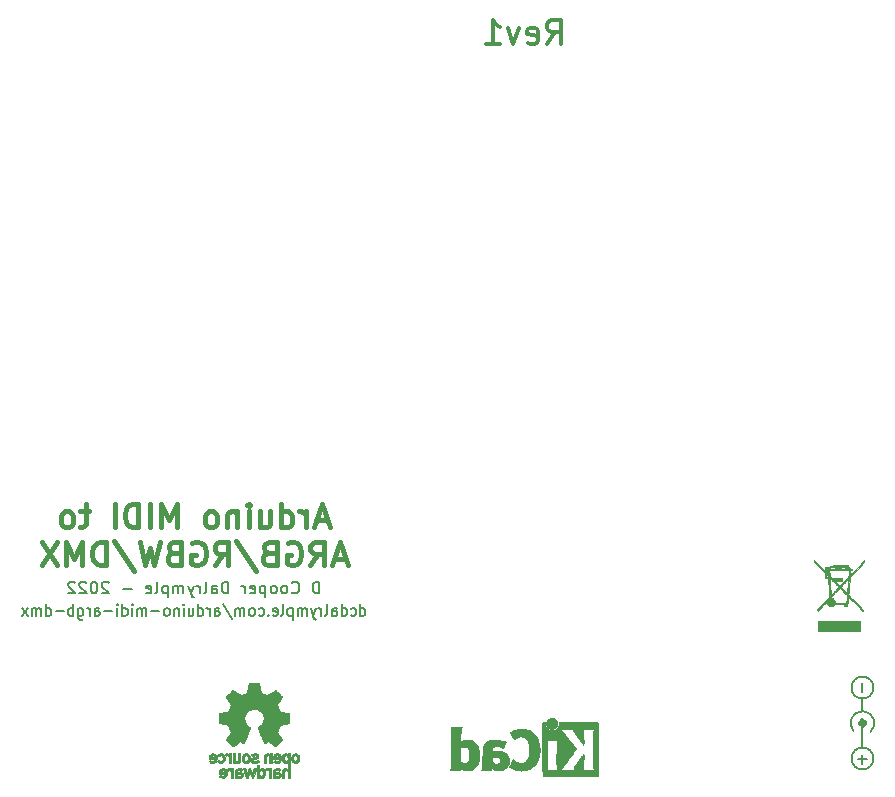
<source format=gbr>
%TF.GenerationSoftware,KiCad,Pcbnew,6.0.4+dfsg-1+b1*%
%TF.CreationDate,2022-05-07T15:52:57-05:00*%
%TF.ProjectId,arduino-midi-argb-dmx,61726475-696e-46f2-9d6d-6964692d6172,rev?*%
%TF.SameCoordinates,Original*%
%TF.FileFunction,Legend,Bot*%
%TF.FilePolarity,Positive*%
%FSLAX46Y46*%
G04 Gerber Fmt 4.6, Leading zero omitted, Abs format (unit mm)*
G04 Created by KiCad (PCBNEW 6.0.4+dfsg-1+b1) date 2022-05-07 15:52:57*
%MOMM*%
%LPD*%
G01*
G04 APERTURE LIST*
%ADD10C,0.150000*%
%ADD11C,0.300000*%
%ADD12C,0.200000*%
%ADD13C,0.400000*%
%ADD14C,0.500000*%
%ADD15C,0.010000*%
G04 APERTURE END LIST*
D10*
X192476428Y-119174047D02*
X192476428Y-119935952D01*
X192476428Y-125222047D02*
X192476428Y-125983952D01*
X192857380Y-125603000D02*
X192095476Y-125603000D01*
D11*
X165782380Y-65039761D02*
X166449047Y-64087380D01*
X166925238Y-65039761D02*
X166925238Y-63039761D01*
X166163333Y-63039761D01*
X165972857Y-63135000D01*
X165877619Y-63230238D01*
X165782380Y-63420714D01*
X165782380Y-63706428D01*
X165877619Y-63896904D01*
X165972857Y-63992142D01*
X166163333Y-64087380D01*
X166925238Y-64087380D01*
X164163333Y-64944523D02*
X164353809Y-65039761D01*
X164734761Y-65039761D01*
X164925238Y-64944523D01*
X165020476Y-64754047D01*
X165020476Y-63992142D01*
X164925238Y-63801666D01*
X164734761Y-63706428D01*
X164353809Y-63706428D01*
X164163333Y-63801666D01*
X164068095Y-63992142D01*
X164068095Y-64182619D01*
X165020476Y-64373095D01*
X163401428Y-63706428D02*
X162925238Y-65039761D01*
X162449047Y-63706428D01*
X160639523Y-65039761D02*
X161782380Y-65039761D01*
X161210952Y-65039761D02*
X161210952Y-63039761D01*
X161401428Y-63325476D01*
X161591904Y-63515952D01*
X161782380Y-63611190D01*
D12*
X146509047Y-111577380D02*
X146509047Y-110577380D01*
X146270952Y-110577380D01*
X146128095Y-110625000D01*
X146032857Y-110720238D01*
X145985238Y-110815476D01*
X145937619Y-111005952D01*
X145937619Y-111148809D01*
X145985238Y-111339285D01*
X146032857Y-111434523D01*
X146128095Y-111529761D01*
X146270952Y-111577380D01*
X146509047Y-111577380D01*
X144175714Y-111482142D02*
X144223333Y-111529761D01*
X144366190Y-111577380D01*
X144461428Y-111577380D01*
X144604285Y-111529761D01*
X144699523Y-111434523D01*
X144747142Y-111339285D01*
X144794761Y-111148809D01*
X144794761Y-111005952D01*
X144747142Y-110815476D01*
X144699523Y-110720238D01*
X144604285Y-110625000D01*
X144461428Y-110577380D01*
X144366190Y-110577380D01*
X144223333Y-110625000D01*
X144175714Y-110672619D01*
X143604285Y-111577380D02*
X143699523Y-111529761D01*
X143747142Y-111482142D01*
X143794761Y-111386904D01*
X143794761Y-111101190D01*
X143747142Y-111005952D01*
X143699523Y-110958333D01*
X143604285Y-110910714D01*
X143461428Y-110910714D01*
X143366190Y-110958333D01*
X143318571Y-111005952D01*
X143270952Y-111101190D01*
X143270952Y-111386904D01*
X143318571Y-111482142D01*
X143366190Y-111529761D01*
X143461428Y-111577380D01*
X143604285Y-111577380D01*
X142699523Y-111577380D02*
X142794761Y-111529761D01*
X142842380Y-111482142D01*
X142890000Y-111386904D01*
X142890000Y-111101190D01*
X142842380Y-111005952D01*
X142794761Y-110958333D01*
X142699523Y-110910714D01*
X142556666Y-110910714D01*
X142461428Y-110958333D01*
X142413809Y-111005952D01*
X142366190Y-111101190D01*
X142366190Y-111386904D01*
X142413809Y-111482142D01*
X142461428Y-111529761D01*
X142556666Y-111577380D01*
X142699523Y-111577380D01*
X141937619Y-110910714D02*
X141937619Y-111910714D01*
X141937619Y-110958333D02*
X141842380Y-110910714D01*
X141651904Y-110910714D01*
X141556666Y-110958333D01*
X141509047Y-111005952D01*
X141461428Y-111101190D01*
X141461428Y-111386904D01*
X141509047Y-111482142D01*
X141556666Y-111529761D01*
X141651904Y-111577380D01*
X141842380Y-111577380D01*
X141937619Y-111529761D01*
X140651904Y-111529761D02*
X140747142Y-111577380D01*
X140937619Y-111577380D01*
X141032857Y-111529761D01*
X141080476Y-111434523D01*
X141080476Y-111053571D01*
X141032857Y-110958333D01*
X140937619Y-110910714D01*
X140747142Y-110910714D01*
X140651904Y-110958333D01*
X140604285Y-111053571D01*
X140604285Y-111148809D01*
X141080476Y-111244047D01*
X140175714Y-111577380D02*
X140175714Y-110910714D01*
X140175714Y-111101190D02*
X140128095Y-111005952D01*
X140080476Y-110958333D01*
X139985238Y-110910714D01*
X139890000Y-110910714D01*
X138794761Y-111577380D02*
X138794761Y-110577380D01*
X138556666Y-110577380D01*
X138413809Y-110625000D01*
X138318571Y-110720238D01*
X138270952Y-110815476D01*
X138223333Y-111005952D01*
X138223333Y-111148809D01*
X138270952Y-111339285D01*
X138318571Y-111434523D01*
X138413809Y-111529761D01*
X138556666Y-111577380D01*
X138794761Y-111577380D01*
X137366190Y-111577380D02*
X137366190Y-111053571D01*
X137413809Y-110958333D01*
X137509047Y-110910714D01*
X137699523Y-110910714D01*
X137794761Y-110958333D01*
X137366190Y-111529761D02*
X137461428Y-111577380D01*
X137699523Y-111577380D01*
X137794761Y-111529761D01*
X137842380Y-111434523D01*
X137842380Y-111339285D01*
X137794761Y-111244047D01*
X137699523Y-111196428D01*
X137461428Y-111196428D01*
X137366190Y-111148809D01*
X136747142Y-111577380D02*
X136842380Y-111529761D01*
X136890000Y-111434523D01*
X136890000Y-110577380D01*
X136366190Y-111577380D02*
X136366190Y-110910714D01*
X136366190Y-111101190D02*
X136318571Y-111005952D01*
X136270952Y-110958333D01*
X136175714Y-110910714D01*
X136080476Y-110910714D01*
X135842380Y-110910714D02*
X135604285Y-111577380D01*
X135366190Y-110910714D02*
X135604285Y-111577380D01*
X135699523Y-111815476D01*
X135747142Y-111863095D01*
X135842380Y-111910714D01*
X134985238Y-111577380D02*
X134985238Y-110910714D01*
X134985238Y-111005952D02*
X134937619Y-110958333D01*
X134842380Y-110910714D01*
X134699523Y-110910714D01*
X134604285Y-110958333D01*
X134556666Y-111053571D01*
X134556666Y-111577380D01*
X134556666Y-111053571D02*
X134509047Y-110958333D01*
X134413809Y-110910714D01*
X134270952Y-110910714D01*
X134175714Y-110958333D01*
X134128095Y-111053571D01*
X134128095Y-111577380D01*
X133651904Y-110910714D02*
X133651904Y-111910714D01*
X133651904Y-110958333D02*
X133556666Y-110910714D01*
X133366190Y-110910714D01*
X133270952Y-110958333D01*
X133223333Y-111005952D01*
X133175714Y-111101190D01*
X133175714Y-111386904D01*
X133223333Y-111482142D01*
X133270952Y-111529761D01*
X133366190Y-111577380D01*
X133556666Y-111577380D01*
X133651904Y-111529761D01*
X132604285Y-111577380D02*
X132699523Y-111529761D01*
X132747142Y-111434523D01*
X132747142Y-110577380D01*
X131842380Y-111529761D02*
X131937619Y-111577380D01*
X132128095Y-111577380D01*
X132223333Y-111529761D01*
X132270952Y-111434523D01*
X132270952Y-111053571D01*
X132223333Y-110958333D01*
X132128095Y-110910714D01*
X131937619Y-110910714D01*
X131842380Y-110958333D01*
X131794761Y-111053571D01*
X131794761Y-111148809D01*
X132270952Y-111244047D01*
X130604285Y-111196428D02*
X129842380Y-111196428D01*
X128651904Y-110672619D02*
X128604285Y-110625000D01*
X128509047Y-110577380D01*
X128270952Y-110577380D01*
X128175714Y-110625000D01*
X128128095Y-110672619D01*
X128080476Y-110767857D01*
X128080476Y-110863095D01*
X128128095Y-111005952D01*
X128699523Y-111577380D01*
X128080476Y-111577380D01*
X127461428Y-110577380D02*
X127366190Y-110577380D01*
X127270952Y-110625000D01*
X127223333Y-110672619D01*
X127175714Y-110767857D01*
X127128095Y-110958333D01*
X127128095Y-111196428D01*
X127175714Y-111386904D01*
X127223333Y-111482142D01*
X127270952Y-111529761D01*
X127366190Y-111577380D01*
X127461428Y-111577380D01*
X127556666Y-111529761D01*
X127604285Y-111482142D01*
X127651904Y-111386904D01*
X127699523Y-111196428D01*
X127699523Y-110958333D01*
X127651904Y-110767857D01*
X127604285Y-110672619D01*
X127556666Y-110625000D01*
X127461428Y-110577380D01*
X126747142Y-110672619D02*
X126699523Y-110625000D01*
X126604285Y-110577380D01*
X126366190Y-110577380D01*
X126270952Y-110625000D01*
X126223333Y-110672619D01*
X126175714Y-110767857D01*
X126175714Y-110863095D01*
X126223333Y-111005952D01*
X126794761Y-111577380D01*
X126175714Y-111577380D01*
X125794761Y-110672619D02*
X125747142Y-110625000D01*
X125651904Y-110577380D01*
X125413809Y-110577380D01*
X125318571Y-110625000D01*
X125270952Y-110672619D01*
X125223333Y-110767857D01*
X125223333Y-110863095D01*
X125270952Y-111005952D01*
X125842380Y-111577380D01*
X125223333Y-111577380D01*
D10*
X149968571Y-113482380D02*
X149968571Y-112482380D01*
X149968571Y-113434761D02*
X150054285Y-113482380D01*
X150225714Y-113482380D01*
X150311428Y-113434761D01*
X150354285Y-113387142D01*
X150397142Y-113291904D01*
X150397142Y-113006190D01*
X150354285Y-112910952D01*
X150311428Y-112863333D01*
X150225714Y-112815714D01*
X150054285Y-112815714D01*
X149968571Y-112863333D01*
X149154285Y-113434761D02*
X149240000Y-113482380D01*
X149411428Y-113482380D01*
X149497142Y-113434761D01*
X149540000Y-113387142D01*
X149582857Y-113291904D01*
X149582857Y-113006190D01*
X149540000Y-112910952D01*
X149497142Y-112863333D01*
X149411428Y-112815714D01*
X149240000Y-112815714D01*
X149154285Y-112863333D01*
X148382857Y-113482380D02*
X148382857Y-112482380D01*
X148382857Y-113434761D02*
X148468571Y-113482380D01*
X148640000Y-113482380D01*
X148725714Y-113434761D01*
X148768571Y-113387142D01*
X148811428Y-113291904D01*
X148811428Y-113006190D01*
X148768571Y-112910952D01*
X148725714Y-112863333D01*
X148640000Y-112815714D01*
X148468571Y-112815714D01*
X148382857Y-112863333D01*
X147568571Y-113482380D02*
X147568571Y-112958571D01*
X147611428Y-112863333D01*
X147697142Y-112815714D01*
X147868571Y-112815714D01*
X147954285Y-112863333D01*
X147568571Y-113434761D02*
X147654285Y-113482380D01*
X147868571Y-113482380D01*
X147954285Y-113434761D01*
X147997142Y-113339523D01*
X147997142Y-113244285D01*
X147954285Y-113149047D01*
X147868571Y-113101428D01*
X147654285Y-113101428D01*
X147568571Y-113053809D01*
X147011428Y-113482380D02*
X147097142Y-113434761D01*
X147140000Y-113339523D01*
X147140000Y-112482380D01*
X146668571Y-113482380D02*
X146668571Y-112815714D01*
X146668571Y-113006190D02*
X146625714Y-112910952D01*
X146582857Y-112863333D01*
X146497142Y-112815714D01*
X146411428Y-112815714D01*
X146197142Y-112815714D02*
X145982857Y-113482380D01*
X145768571Y-112815714D02*
X145982857Y-113482380D01*
X146068571Y-113720476D01*
X146111428Y-113768095D01*
X146197142Y-113815714D01*
X145425714Y-113482380D02*
X145425714Y-112815714D01*
X145425714Y-112910952D02*
X145382857Y-112863333D01*
X145297142Y-112815714D01*
X145168571Y-112815714D01*
X145082857Y-112863333D01*
X145040000Y-112958571D01*
X145040000Y-113482380D01*
X145040000Y-112958571D02*
X144997142Y-112863333D01*
X144911428Y-112815714D01*
X144782857Y-112815714D01*
X144697142Y-112863333D01*
X144654285Y-112958571D01*
X144654285Y-113482380D01*
X144225714Y-112815714D02*
X144225714Y-113815714D01*
X144225714Y-112863333D02*
X144140000Y-112815714D01*
X143968571Y-112815714D01*
X143882857Y-112863333D01*
X143840000Y-112910952D01*
X143797142Y-113006190D01*
X143797142Y-113291904D01*
X143840000Y-113387142D01*
X143882857Y-113434761D01*
X143968571Y-113482380D01*
X144140000Y-113482380D01*
X144225714Y-113434761D01*
X143282857Y-113482380D02*
X143368571Y-113434761D01*
X143411428Y-113339523D01*
X143411428Y-112482380D01*
X142597142Y-113434761D02*
X142682857Y-113482380D01*
X142854285Y-113482380D01*
X142940000Y-113434761D01*
X142982857Y-113339523D01*
X142982857Y-112958571D01*
X142940000Y-112863333D01*
X142854285Y-112815714D01*
X142682857Y-112815714D01*
X142597142Y-112863333D01*
X142554285Y-112958571D01*
X142554285Y-113053809D01*
X142982857Y-113149047D01*
X142168571Y-113387142D02*
X142125714Y-113434761D01*
X142168571Y-113482380D01*
X142211428Y-113434761D01*
X142168571Y-113387142D01*
X142168571Y-113482380D01*
X141354285Y-113434761D02*
X141440000Y-113482380D01*
X141611428Y-113482380D01*
X141697142Y-113434761D01*
X141740000Y-113387142D01*
X141782857Y-113291904D01*
X141782857Y-113006190D01*
X141740000Y-112910952D01*
X141697142Y-112863333D01*
X141611428Y-112815714D01*
X141440000Y-112815714D01*
X141354285Y-112863333D01*
X140840000Y-113482380D02*
X140925714Y-113434761D01*
X140968571Y-113387142D01*
X141011428Y-113291904D01*
X141011428Y-113006190D01*
X140968571Y-112910952D01*
X140925714Y-112863333D01*
X140840000Y-112815714D01*
X140711428Y-112815714D01*
X140625714Y-112863333D01*
X140582857Y-112910952D01*
X140540000Y-113006190D01*
X140540000Y-113291904D01*
X140582857Y-113387142D01*
X140625714Y-113434761D01*
X140711428Y-113482380D01*
X140840000Y-113482380D01*
X140154285Y-113482380D02*
X140154285Y-112815714D01*
X140154285Y-112910952D02*
X140111428Y-112863333D01*
X140025714Y-112815714D01*
X139897142Y-112815714D01*
X139811428Y-112863333D01*
X139768571Y-112958571D01*
X139768571Y-113482380D01*
X139768571Y-112958571D02*
X139725714Y-112863333D01*
X139640000Y-112815714D01*
X139511428Y-112815714D01*
X139425714Y-112863333D01*
X139382857Y-112958571D01*
X139382857Y-113482380D01*
X138311428Y-112434761D02*
X139082857Y-113720476D01*
X137625714Y-113482380D02*
X137625714Y-112958571D01*
X137668571Y-112863333D01*
X137754285Y-112815714D01*
X137925714Y-112815714D01*
X138011428Y-112863333D01*
X137625714Y-113434761D02*
X137711428Y-113482380D01*
X137925714Y-113482380D01*
X138011428Y-113434761D01*
X138054285Y-113339523D01*
X138054285Y-113244285D01*
X138011428Y-113149047D01*
X137925714Y-113101428D01*
X137711428Y-113101428D01*
X137625714Y-113053809D01*
X137197142Y-113482380D02*
X137197142Y-112815714D01*
X137197142Y-113006190D02*
X137154285Y-112910952D01*
X137111428Y-112863333D01*
X137025714Y-112815714D01*
X136940000Y-112815714D01*
X136254285Y-113482380D02*
X136254285Y-112482380D01*
X136254285Y-113434761D02*
X136340000Y-113482380D01*
X136511428Y-113482380D01*
X136597142Y-113434761D01*
X136640000Y-113387142D01*
X136682857Y-113291904D01*
X136682857Y-113006190D01*
X136640000Y-112910952D01*
X136597142Y-112863333D01*
X136511428Y-112815714D01*
X136340000Y-112815714D01*
X136254285Y-112863333D01*
X135440000Y-112815714D02*
X135440000Y-113482380D01*
X135825714Y-112815714D02*
X135825714Y-113339523D01*
X135782857Y-113434761D01*
X135697142Y-113482380D01*
X135568571Y-113482380D01*
X135482857Y-113434761D01*
X135440000Y-113387142D01*
X135011428Y-113482380D02*
X135011428Y-112815714D01*
X135011428Y-112482380D02*
X135054285Y-112530000D01*
X135011428Y-112577619D01*
X134968571Y-112530000D01*
X135011428Y-112482380D01*
X135011428Y-112577619D01*
X134582857Y-112815714D02*
X134582857Y-113482380D01*
X134582857Y-112910952D02*
X134540000Y-112863333D01*
X134454285Y-112815714D01*
X134325714Y-112815714D01*
X134240000Y-112863333D01*
X134197142Y-112958571D01*
X134197142Y-113482380D01*
X133640000Y-113482380D02*
X133725714Y-113434761D01*
X133768571Y-113387142D01*
X133811428Y-113291904D01*
X133811428Y-113006190D01*
X133768571Y-112910952D01*
X133725714Y-112863333D01*
X133640000Y-112815714D01*
X133511428Y-112815714D01*
X133425714Y-112863333D01*
X133382857Y-112910952D01*
X133340000Y-113006190D01*
X133340000Y-113291904D01*
X133382857Y-113387142D01*
X133425714Y-113434761D01*
X133511428Y-113482380D01*
X133640000Y-113482380D01*
X132954285Y-113101428D02*
X132268571Y-113101428D01*
X131840000Y-113482380D02*
X131840000Y-112815714D01*
X131840000Y-112910952D02*
X131797142Y-112863333D01*
X131711428Y-112815714D01*
X131582857Y-112815714D01*
X131497142Y-112863333D01*
X131454285Y-112958571D01*
X131454285Y-113482380D01*
X131454285Y-112958571D02*
X131411428Y-112863333D01*
X131325714Y-112815714D01*
X131197142Y-112815714D01*
X131111428Y-112863333D01*
X131068571Y-112958571D01*
X131068571Y-113482380D01*
X130640000Y-113482380D02*
X130640000Y-112815714D01*
X130640000Y-112482380D02*
X130682857Y-112530000D01*
X130640000Y-112577619D01*
X130597142Y-112530000D01*
X130640000Y-112482380D01*
X130640000Y-112577619D01*
X129825714Y-113482380D02*
X129825714Y-112482380D01*
X129825714Y-113434761D02*
X129911428Y-113482380D01*
X130082857Y-113482380D01*
X130168571Y-113434761D01*
X130211428Y-113387142D01*
X130254285Y-113291904D01*
X130254285Y-113006190D01*
X130211428Y-112910952D01*
X130168571Y-112863333D01*
X130082857Y-112815714D01*
X129911428Y-112815714D01*
X129825714Y-112863333D01*
X129397142Y-113482380D02*
X129397142Y-112815714D01*
X129397142Y-112482380D02*
X129440000Y-112530000D01*
X129397142Y-112577619D01*
X129354285Y-112530000D01*
X129397142Y-112482380D01*
X129397142Y-112577619D01*
X128968571Y-113101428D02*
X128282857Y-113101428D01*
X127468571Y-113482380D02*
X127468571Y-112958571D01*
X127511428Y-112863333D01*
X127597142Y-112815714D01*
X127768571Y-112815714D01*
X127854285Y-112863333D01*
X127468571Y-113434761D02*
X127554285Y-113482380D01*
X127768571Y-113482380D01*
X127854285Y-113434761D01*
X127897142Y-113339523D01*
X127897142Y-113244285D01*
X127854285Y-113149047D01*
X127768571Y-113101428D01*
X127554285Y-113101428D01*
X127468571Y-113053809D01*
X127040000Y-113482380D02*
X127040000Y-112815714D01*
X127040000Y-113006190D02*
X126997142Y-112910952D01*
X126954285Y-112863333D01*
X126868571Y-112815714D01*
X126782857Y-112815714D01*
X126097142Y-112815714D02*
X126097142Y-113625238D01*
X126140000Y-113720476D01*
X126182857Y-113768095D01*
X126268571Y-113815714D01*
X126397142Y-113815714D01*
X126482857Y-113768095D01*
X126097142Y-113434761D02*
X126182857Y-113482380D01*
X126354285Y-113482380D01*
X126440000Y-113434761D01*
X126482857Y-113387142D01*
X126525714Y-113291904D01*
X126525714Y-113006190D01*
X126482857Y-112910952D01*
X126440000Y-112863333D01*
X126354285Y-112815714D01*
X126182857Y-112815714D01*
X126097142Y-112863333D01*
X125668571Y-113482380D02*
X125668571Y-112482380D01*
X125668571Y-112863333D02*
X125582857Y-112815714D01*
X125411428Y-112815714D01*
X125325714Y-112863333D01*
X125282857Y-112910952D01*
X125240000Y-113006190D01*
X125240000Y-113291904D01*
X125282857Y-113387142D01*
X125325714Y-113434761D01*
X125411428Y-113482380D01*
X125582857Y-113482380D01*
X125668571Y-113434761D01*
X124854285Y-113101428D02*
X124168571Y-113101428D01*
X123354285Y-113482380D02*
X123354285Y-112482380D01*
X123354285Y-113434761D02*
X123440000Y-113482380D01*
X123611428Y-113482380D01*
X123697142Y-113434761D01*
X123740000Y-113387142D01*
X123782857Y-113291904D01*
X123782857Y-113006190D01*
X123740000Y-112910952D01*
X123697142Y-112863333D01*
X123611428Y-112815714D01*
X123440000Y-112815714D01*
X123354285Y-112863333D01*
X122925714Y-113482380D02*
X122925714Y-112815714D01*
X122925714Y-112910952D02*
X122882857Y-112863333D01*
X122797142Y-112815714D01*
X122668571Y-112815714D01*
X122582857Y-112863333D01*
X122540000Y-112958571D01*
X122540000Y-113482380D01*
X122540000Y-112958571D02*
X122497142Y-112863333D01*
X122411428Y-112815714D01*
X122282857Y-112815714D01*
X122197142Y-112863333D01*
X122154285Y-112958571D01*
X122154285Y-113482380D01*
X121811428Y-113482380D02*
X121340000Y-112815714D01*
X121811428Y-112815714D02*
X121340000Y-113482380D01*
D13*
X147175714Y-105403333D02*
X146223333Y-105403333D01*
X147366190Y-105974761D02*
X146699523Y-103974761D01*
X146032857Y-105974761D01*
X145366190Y-105974761D02*
X145366190Y-104641428D01*
X145366190Y-105022380D02*
X145270952Y-104831904D01*
X145175714Y-104736666D01*
X144985238Y-104641428D01*
X144794761Y-104641428D01*
X143270952Y-105974761D02*
X143270952Y-103974761D01*
X143270952Y-105879523D02*
X143461428Y-105974761D01*
X143842380Y-105974761D01*
X144032857Y-105879523D01*
X144128095Y-105784285D01*
X144223333Y-105593809D01*
X144223333Y-105022380D01*
X144128095Y-104831904D01*
X144032857Y-104736666D01*
X143842380Y-104641428D01*
X143461428Y-104641428D01*
X143270952Y-104736666D01*
X141461428Y-104641428D02*
X141461428Y-105974761D01*
X142318571Y-104641428D02*
X142318571Y-105689047D01*
X142223333Y-105879523D01*
X142032857Y-105974761D01*
X141747142Y-105974761D01*
X141556666Y-105879523D01*
X141461428Y-105784285D01*
X140509047Y-105974761D02*
X140509047Y-104641428D01*
X140509047Y-103974761D02*
X140604285Y-104070000D01*
X140509047Y-104165238D01*
X140413809Y-104070000D01*
X140509047Y-103974761D01*
X140509047Y-104165238D01*
X139556666Y-104641428D02*
X139556666Y-105974761D01*
X139556666Y-104831904D02*
X139461428Y-104736666D01*
X139270952Y-104641428D01*
X138985238Y-104641428D01*
X138794761Y-104736666D01*
X138699523Y-104927142D01*
X138699523Y-105974761D01*
X137461428Y-105974761D02*
X137651904Y-105879523D01*
X137747142Y-105784285D01*
X137842380Y-105593809D01*
X137842380Y-105022380D01*
X137747142Y-104831904D01*
X137651904Y-104736666D01*
X137461428Y-104641428D01*
X137175714Y-104641428D01*
X136985238Y-104736666D01*
X136890000Y-104831904D01*
X136794761Y-105022380D01*
X136794761Y-105593809D01*
X136890000Y-105784285D01*
X136985238Y-105879523D01*
X137175714Y-105974761D01*
X137461428Y-105974761D01*
X134413809Y-105974761D02*
X134413809Y-103974761D01*
X133747142Y-105403333D01*
X133080476Y-103974761D01*
X133080476Y-105974761D01*
X132128095Y-105974761D02*
X132128095Y-103974761D01*
X131175714Y-105974761D02*
X131175714Y-103974761D01*
X130699523Y-103974761D01*
X130413809Y-104070000D01*
X130223333Y-104260476D01*
X130128095Y-104450952D01*
X130032857Y-104831904D01*
X130032857Y-105117619D01*
X130128095Y-105498571D01*
X130223333Y-105689047D01*
X130413809Y-105879523D01*
X130699523Y-105974761D01*
X131175714Y-105974761D01*
X129175714Y-105974761D02*
X129175714Y-103974761D01*
X126985238Y-104641428D02*
X126223333Y-104641428D01*
X126699523Y-103974761D02*
X126699523Y-105689047D01*
X126604285Y-105879523D01*
X126413809Y-105974761D01*
X126223333Y-105974761D01*
X125270952Y-105974761D02*
X125461428Y-105879523D01*
X125556666Y-105784285D01*
X125651904Y-105593809D01*
X125651904Y-105022380D01*
X125556666Y-104831904D01*
X125461428Y-104736666D01*
X125270952Y-104641428D01*
X124985238Y-104641428D01*
X124794761Y-104736666D01*
X124699523Y-104831904D01*
X124604285Y-105022380D01*
X124604285Y-105593809D01*
X124699523Y-105784285D01*
X124794761Y-105879523D01*
X124985238Y-105974761D01*
X125270952Y-105974761D01*
X148699523Y-108623333D02*
X147747142Y-108623333D01*
X148890000Y-109194761D02*
X148223333Y-107194761D01*
X147556666Y-109194761D01*
X145747142Y-109194761D02*
X146413809Y-108242380D01*
X146890000Y-109194761D02*
X146890000Y-107194761D01*
X146128095Y-107194761D01*
X145937619Y-107290000D01*
X145842380Y-107385238D01*
X145747142Y-107575714D01*
X145747142Y-107861428D01*
X145842380Y-108051904D01*
X145937619Y-108147142D01*
X146128095Y-108242380D01*
X146890000Y-108242380D01*
X143842380Y-107290000D02*
X144032857Y-107194761D01*
X144318571Y-107194761D01*
X144604285Y-107290000D01*
X144794761Y-107480476D01*
X144890000Y-107670952D01*
X144985238Y-108051904D01*
X144985238Y-108337619D01*
X144890000Y-108718571D01*
X144794761Y-108909047D01*
X144604285Y-109099523D01*
X144318571Y-109194761D01*
X144128095Y-109194761D01*
X143842380Y-109099523D01*
X143747142Y-109004285D01*
X143747142Y-108337619D01*
X144128095Y-108337619D01*
X142223333Y-108147142D02*
X141937619Y-108242380D01*
X141842380Y-108337619D01*
X141747142Y-108528095D01*
X141747142Y-108813809D01*
X141842380Y-109004285D01*
X141937619Y-109099523D01*
X142128095Y-109194761D01*
X142890000Y-109194761D01*
X142890000Y-107194761D01*
X142223333Y-107194761D01*
X142032857Y-107290000D01*
X141937619Y-107385238D01*
X141842380Y-107575714D01*
X141842380Y-107766190D01*
X141937619Y-107956666D01*
X142032857Y-108051904D01*
X142223333Y-108147142D01*
X142890000Y-108147142D01*
X139461428Y-107099523D02*
X141175714Y-109670952D01*
X137651904Y-109194761D02*
X138318571Y-108242380D01*
X138794761Y-109194761D02*
X138794761Y-107194761D01*
X138032857Y-107194761D01*
X137842380Y-107290000D01*
X137747142Y-107385238D01*
X137651904Y-107575714D01*
X137651904Y-107861428D01*
X137747142Y-108051904D01*
X137842380Y-108147142D01*
X138032857Y-108242380D01*
X138794761Y-108242380D01*
X135747142Y-107290000D02*
X135937619Y-107194761D01*
X136223333Y-107194761D01*
X136509047Y-107290000D01*
X136699523Y-107480476D01*
X136794761Y-107670952D01*
X136890000Y-108051904D01*
X136890000Y-108337619D01*
X136794761Y-108718571D01*
X136699523Y-108909047D01*
X136509047Y-109099523D01*
X136223333Y-109194761D01*
X136032857Y-109194761D01*
X135747142Y-109099523D01*
X135651904Y-109004285D01*
X135651904Y-108337619D01*
X136032857Y-108337619D01*
X134128095Y-108147142D02*
X133842380Y-108242380D01*
X133747142Y-108337619D01*
X133651904Y-108528095D01*
X133651904Y-108813809D01*
X133747142Y-109004285D01*
X133842380Y-109099523D01*
X134032857Y-109194761D01*
X134794761Y-109194761D01*
X134794761Y-107194761D01*
X134128095Y-107194761D01*
X133937619Y-107290000D01*
X133842380Y-107385238D01*
X133747142Y-107575714D01*
X133747142Y-107766190D01*
X133842380Y-107956666D01*
X133937619Y-108051904D01*
X134128095Y-108147142D01*
X134794761Y-108147142D01*
X132985238Y-107194761D02*
X132509047Y-109194761D01*
X132128095Y-107766190D01*
X131747142Y-109194761D01*
X131270952Y-107194761D01*
X129080476Y-107099523D02*
X130794761Y-109670952D01*
X128413809Y-109194761D02*
X128413809Y-107194761D01*
X127937619Y-107194761D01*
X127651904Y-107290000D01*
X127461428Y-107480476D01*
X127366190Y-107670952D01*
X127270952Y-108051904D01*
X127270952Y-108337619D01*
X127366190Y-108718571D01*
X127461428Y-108909047D01*
X127651904Y-109099523D01*
X127937619Y-109194761D01*
X128413809Y-109194761D01*
X126413809Y-109194761D02*
X126413809Y-107194761D01*
X125747142Y-108623333D01*
X125080476Y-107194761D01*
X125080476Y-109194761D01*
X124318571Y-107194761D02*
X122985238Y-109194761D01*
X122985238Y-107194761D02*
X124318571Y-109194761D01*
D10*
%TO.C,REF\u002A\u002A*%
X192480000Y-122555000D02*
X192480000Y-124555000D01*
X192480000Y-120555000D02*
X192480000Y-121455000D01*
X193155000Y-123305000D02*
G75*
G03*
X191730000Y-123230000I-675000J750000D01*
G01*
D14*
X192655000Y-122555000D02*
G75*
G03*
X192655000Y-122555000I-175000J0D01*
G01*
D10*
X193405000Y-119555000D02*
G75*
G03*
X193405000Y-119555000I-925000J0D01*
G01*
X193405000Y-125555000D02*
G75*
G03*
X193405000Y-125555000I-925000J0D01*
G01*
G36*
X160015268Y-125415158D02*
G01*
X160006689Y-125566594D01*
X159987833Y-125703283D01*
X159957837Y-125829276D01*
X159915836Y-125948625D01*
X159860969Y-126065381D01*
X159794167Y-126176179D01*
X159703363Y-126289739D01*
X159599708Y-126385211D01*
X159483887Y-126462073D01*
X159356586Y-126519797D01*
X159218489Y-126557858D01*
X159180793Y-126563666D01*
X159101752Y-126569396D01*
X159013629Y-126569583D01*
X158924236Y-126564539D01*
X158841384Y-126554578D01*
X158772887Y-126540012D01*
X158742035Y-126530364D01*
X158664730Y-126500123D01*
X158587679Y-126462617D01*
X158518200Y-126421614D01*
X158463615Y-126380879D01*
X158440916Y-126361505D01*
X158418201Y-126343662D01*
X158406779Y-126336778D01*
X158405537Y-126338424D01*
X158402728Y-126356205D01*
X158400776Y-126389370D01*
X158400045Y-126432733D01*
X158400045Y-126528689D01*
X157541896Y-126528689D01*
X157576161Y-126467974D01*
X157581355Y-126458868D01*
X157589715Y-126444249D01*
X157597288Y-126430173D01*
X157604112Y-126415540D01*
X157610227Y-126399249D01*
X157615673Y-126380198D01*
X157620487Y-126357286D01*
X157624708Y-126329413D01*
X157628377Y-126295478D01*
X157631531Y-126254379D01*
X157634211Y-126205015D01*
X157636454Y-126146286D01*
X157638299Y-126077090D01*
X157639787Y-125996326D01*
X157640955Y-125902894D01*
X157641678Y-125815721D01*
X158445200Y-125815721D01*
X158515756Y-125862089D01*
X158556417Y-125885791D01*
X158610546Y-125911639D01*
X158659689Y-125929829D01*
X158723165Y-125945551D01*
X158819331Y-125956541D01*
X158903900Y-125948365D01*
X158977219Y-125920805D01*
X159039637Y-125873642D01*
X159091502Y-125806658D01*
X159133160Y-125719633D01*
X159164962Y-125612350D01*
X159167545Y-125600009D01*
X159176000Y-125538772D01*
X159181663Y-125461692D01*
X159184576Y-125374002D01*
X159184783Y-125280934D01*
X159182330Y-125187720D01*
X159177261Y-125099594D01*
X159169619Y-125021788D01*
X159159448Y-124959533D01*
X159158167Y-124953666D01*
X159129126Y-124843121D01*
X159094610Y-124752575D01*
X159053456Y-124679953D01*
X159004499Y-124623181D01*
X158946574Y-124580184D01*
X158914620Y-124564615D01*
X158841784Y-124545722D01*
X158760443Y-124542465D01*
X158675319Y-124554389D01*
X158591133Y-124581040D01*
X158512608Y-124621962D01*
X158445200Y-124665530D01*
X158445200Y-125815721D01*
X157641678Y-125815721D01*
X157641844Y-125795692D01*
X157642491Y-125673620D01*
X157642936Y-125535576D01*
X157643218Y-125380459D01*
X157643375Y-125207168D01*
X157643448Y-125014603D01*
X157643474Y-124801662D01*
X157643493Y-124567245D01*
X157643689Y-122882378D01*
X158549017Y-122882378D01*
X158524585Y-122919067D01*
X158518318Y-122928647D01*
X158492208Y-122974981D01*
X158474469Y-123022102D01*
X158462908Y-123077251D01*
X158455331Y-123147667D01*
X158454839Y-123154650D01*
X158453062Y-123192641D01*
X158451444Y-123246576D01*
X158449999Y-123313703D01*
X158448740Y-123391271D01*
X158447680Y-123476528D01*
X158446829Y-123566724D01*
X158446203Y-123659107D01*
X158445812Y-123750925D01*
X158445670Y-123839427D01*
X158445790Y-123921862D01*
X158446183Y-123995479D01*
X158446862Y-124057526D01*
X158447841Y-124105251D01*
X158449132Y-124135904D01*
X158450747Y-124146733D01*
X158458957Y-124142333D01*
X158480647Y-124127362D01*
X158510014Y-124105448D01*
X158558879Y-124071236D01*
X158647125Y-124024714D01*
X158745916Y-123991046D01*
X158858510Y-123969231D01*
X158988164Y-123958265D01*
X159080670Y-123957219D01*
X159202011Y-123967014D01*
X159312099Y-123991174D01*
X159415389Y-124030785D01*
X159516338Y-124086932D01*
X159561503Y-124117883D01*
X159666911Y-124209115D01*
X159758538Y-124318106D01*
X159836332Y-124444726D01*
X159900241Y-124588845D01*
X159950214Y-124750332D01*
X159986198Y-124929059D01*
X160008143Y-125124895D01*
X160013900Y-125280934D01*
X160015994Y-125337711D01*
X160015268Y-125415158D01*
G37*
D15*
X160015268Y-125415158D02*
X160006689Y-125566594D01*
X159987833Y-125703283D01*
X159957837Y-125829276D01*
X159915836Y-125948625D01*
X159860969Y-126065381D01*
X159794167Y-126176179D01*
X159703363Y-126289739D01*
X159599708Y-126385211D01*
X159483887Y-126462073D01*
X159356586Y-126519797D01*
X159218489Y-126557858D01*
X159180793Y-126563666D01*
X159101752Y-126569396D01*
X159013629Y-126569583D01*
X158924236Y-126564539D01*
X158841384Y-126554578D01*
X158772887Y-126540012D01*
X158742035Y-126530364D01*
X158664730Y-126500123D01*
X158587679Y-126462617D01*
X158518200Y-126421614D01*
X158463615Y-126380879D01*
X158440916Y-126361505D01*
X158418201Y-126343662D01*
X158406779Y-126336778D01*
X158405537Y-126338424D01*
X158402728Y-126356205D01*
X158400776Y-126389370D01*
X158400045Y-126432733D01*
X158400045Y-126528689D01*
X157541896Y-126528689D01*
X157576161Y-126467974D01*
X157581355Y-126458868D01*
X157589715Y-126444249D01*
X157597288Y-126430173D01*
X157604112Y-126415540D01*
X157610227Y-126399249D01*
X157615673Y-126380198D01*
X157620487Y-126357286D01*
X157624708Y-126329413D01*
X157628377Y-126295478D01*
X157631531Y-126254379D01*
X157634211Y-126205015D01*
X157636454Y-126146286D01*
X157638299Y-126077090D01*
X157639787Y-125996326D01*
X157640955Y-125902894D01*
X157641678Y-125815721D01*
X158445200Y-125815721D01*
X158515756Y-125862089D01*
X158556417Y-125885791D01*
X158610546Y-125911639D01*
X158659689Y-125929829D01*
X158723165Y-125945551D01*
X158819331Y-125956541D01*
X158903900Y-125948365D01*
X158977219Y-125920805D01*
X159039637Y-125873642D01*
X159091502Y-125806658D01*
X159133160Y-125719633D01*
X159164962Y-125612350D01*
X159167545Y-125600009D01*
X159176000Y-125538772D01*
X159181663Y-125461692D01*
X159184576Y-125374002D01*
X159184783Y-125280934D01*
X159182330Y-125187720D01*
X159177261Y-125099594D01*
X159169619Y-125021788D01*
X159159448Y-124959533D01*
X159158167Y-124953666D01*
X159129126Y-124843121D01*
X159094610Y-124752575D01*
X159053456Y-124679953D01*
X159004499Y-124623181D01*
X158946574Y-124580184D01*
X158914620Y-124564615D01*
X158841784Y-124545722D01*
X158760443Y-124542465D01*
X158675319Y-124554389D01*
X158591133Y-124581040D01*
X158512608Y-124621962D01*
X158445200Y-124665530D01*
X158445200Y-125815721D01*
X157641678Y-125815721D01*
X157641844Y-125795692D01*
X157642491Y-125673620D01*
X157642936Y-125535576D01*
X157643218Y-125380459D01*
X157643375Y-125207168D01*
X157643448Y-125014603D01*
X157643474Y-124801662D01*
X157643493Y-124567245D01*
X157643689Y-122882378D01*
X158549017Y-122882378D01*
X158524585Y-122919067D01*
X158518318Y-122928647D01*
X158492208Y-122974981D01*
X158474469Y-123022102D01*
X158462908Y-123077251D01*
X158455331Y-123147667D01*
X158454839Y-123154650D01*
X158453062Y-123192641D01*
X158451444Y-123246576D01*
X158449999Y-123313703D01*
X158448740Y-123391271D01*
X158447680Y-123476528D01*
X158446829Y-123566724D01*
X158446203Y-123659107D01*
X158445812Y-123750925D01*
X158445670Y-123839427D01*
X158445790Y-123921862D01*
X158446183Y-123995479D01*
X158446862Y-124057526D01*
X158447841Y-124105251D01*
X158449132Y-124135904D01*
X158450747Y-124146733D01*
X158458957Y-124142333D01*
X158480647Y-124127362D01*
X158510014Y-124105448D01*
X158558879Y-124071236D01*
X158647125Y-124024714D01*
X158745916Y-123991046D01*
X158858510Y-123969231D01*
X158988164Y-123958265D01*
X159080670Y-123957219D01*
X159202011Y-123967014D01*
X159312099Y-123991174D01*
X159415389Y-124030785D01*
X159516338Y-124086932D01*
X159561503Y-124117883D01*
X159666911Y-124209115D01*
X159758538Y-124318106D01*
X159836332Y-124444726D01*
X159900241Y-124588845D01*
X159950214Y-124750332D01*
X159986198Y-124929059D01*
X160008143Y-125124895D01*
X160013900Y-125280934D01*
X160015994Y-125337711D01*
X160015268Y-125415158D01*
G36*
X162557261Y-125772363D02*
G01*
X162553632Y-125847202D01*
X162546022Y-125909401D01*
X162533688Y-125965984D01*
X162489313Y-126092076D01*
X162426400Y-126206679D01*
X162346238Y-126307568D01*
X162249740Y-126393924D01*
X162137822Y-126464932D01*
X162011397Y-126519776D01*
X161871378Y-126557638D01*
X161835149Y-126563351D01*
X161756155Y-126569313D01*
X161667841Y-126569646D01*
X161578075Y-126564659D01*
X161494722Y-126554666D01*
X161425651Y-126539978D01*
X161339187Y-126509749D01*
X161229286Y-126455057D01*
X161131956Y-126387543D01*
X161069867Y-126336556D01*
X161066605Y-126432622D01*
X161063343Y-126528689D01*
X160640450Y-126528689D01*
X160629543Y-126528686D01*
X160535056Y-126528380D01*
X160448331Y-126527616D01*
X160371837Y-126526451D01*
X160308043Y-126524942D01*
X160259418Y-126523147D01*
X160228433Y-126521121D01*
X160217556Y-126518922D01*
X160217578Y-126518463D01*
X160224614Y-126502910D01*
X160240434Y-126480071D01*
X160244734Y-126474638D01*
X160255777Y-126460606D01*
X160265311Y-126447186D01*
X160273461Y-126432722D01*
X160280352Y-126415556D01*
X160286111Y-126394034D01*
X160290862Y-126366498D01*
X160294731Y-126331292D01*
X160297844Y-126286760D01*
X160300325Y-126231246D01*
X160302300Y-126163093D01*
X160303894Y-126080645D01*
X160305234Y-125982246D01*
X160306444Y-125866239D01*
X160306896Y-125815462D01*
X161109378Y-125815462D01*
X161154048Y-125871973D01*
X161166785Y-125887212D01*
X161213604Y-125929844D01*
X161274255Y-125965672D01*
X161284897Y-125970850D01*
X161323676Y-125987745D01*
X161358692Y-125997909D01*
X161398722Y-126003325D01*
X161452541Y-126005978D01*
X161470648Y-126006383D01*
X161546011Y-126003540D01*
X161606743Y-125991620D01*
X161658452Y-125969037D01*
X161706746Y-125934211D01*
X161711803Y-125929798D01*
X161760272Y-125874160D01*
X161788459Y-125810333D01*
X161797752Y-125735282D01*
X161790520Y-125663693D01*
X161765796Y-125600645D01*
X161721249Y-125542758D01*
X161666319Y-125495808D01*
X161593894Y-125455961D01*
X161507340Y-125428263D01*
X161404670Y-125412096D01*
X161283894Y-125406842D01*
X161275007Y-125406857D01*
X161219660Y-125407655D01*
X161172736Y-125409488D01*
X161138953Y-125412111D01*
X161123028Y-125415274D01*
X161118943Y-125421741D01*
X161114572Y-125443875D01*
X161111604Y-125482988D01*
X161109914Y-125540939D01*
X161109378Y-125619586D01*
X161109378Y-125815462D01*
X160306896Y-125815462D01*
X160307649Y-125730968D01*
X160308975Y-125574778D01*
X160310228Y-125432012D01*
X160311651Y-125286942D01*
X160313176Y-125161027D01*
X160314933Y-125052436D01*
X160317051Y-124959334D01*
X160319660Y-124879891D01*
X160322890Y-124812273D01*
X160326869Y-124754649D01*
X160331728Y-124705185D01*
X160337597Y-124662050D01*
X160344604Y-124623410D01*
X160352880Y-124587434D01*
X160362554Y-124552289D01*
X160373756Y-124516142D01*
X160386616Y-124477161D01*
X160402090Y-124434091D01*
X160444994Y-124341871D01*
X160498735Y-124262099D01*
X160567576Y-124187965D01*
X160645185Y-124124405D01*
X160749761Y-124062725D01*
X160869244Y-124015202D01*
X161004508Y-123981567D01*
X161156426Y-123961552D01*
X161325872Y-123954889D01*
X161383890Y-123955287D01*
X161449398Y-123957335D01*
X161510693Y-123961704D01*
X161572097Y-123969035D01*
X161637932Y-123979969D01*
X161712520Y-123995147D01*
X161800184Y-124015209D01*
X161905245Y-124040797D01*
X161933806Y-124047820D01*
X162009054Y-124065776D01*
X162079388Y-124081820D01*
X162140567Y-124095028D01*
X162188354Y-124104474D01*
X162218511Y-124109231D01*
X162246783Y-124112910D01*
X162273060Y-124118187D01*
X162283059Y-124122942D01*
X162279952Y-124131781D01*
X162269194Y-124159072D01*
X162251864Y-124201906D01*
X162229126Y-124257425D01*
X162202147Y-124322772D01*
X162172090Y-124395089D01*
X162165493Y-124410879D01*
X162126907Y-124501484D01*
X162095768Y-124571217D01*
X162071917Y-124620405D01*
X162055198Y-124649374D01*
X162045454Y-124658452D01*
X162037766Y-124656405D01*
X162011415Y-124646760D01*
X161972982Y-124631190D01*
X161927822Y-124611815D01*
X161833293Y-124573814D01*
X161696480Y-124532780D01*
X161555289Y-124507612D01*
X161517314Y-124503611D01*
X161414059Y-124501447D01*
X161326952Y-124514622D01*
X161255129Y-124543756D01*
X161197731Y-124589466D01*
X161153896Y-124652372D01*
X161122762Y-124733092D01*
X161103470Y-124832245D01*
X161096050Y-124891224D01*
X161257936Y-124884445D01*
X161384495Y-124882813D01*
X161535951Y-124889194D01*
X161684396Y-124903777D01*
X161820578Y-124925882D01*
X161885245Y-124940821D01*
X162017490Y-124983741D01*
X162139762Y-125040340D01*
X162249685Y-125109017D01*
X162344883Y-125188170D01*
X162422980Y-125276196D01*
X162481599Y-125371493D01*
X162505595Y-125423864D01*
X162531232Y-125494590D01*
X162547478Y-125565812D01*
X162555822Y-125644712D01*
X162557690Y-125735282D01*
X162557755Y-125738467D01*
X162557261Y-125772363D01*
G37*
X162557261Y-125772363D02*
X162553632Y-125847202D01*
X162546022Y-125909401D01*
X162533688Y-125965984D01*
X162489313Y-126092076D01*
X162426400Y-126206679D01*
X162346238Y-126307568D01*
X162249740Y-126393924D01*
X162137822Y-126464932D01*
X162011397Y-126519776D01*
X161871378Y-126557638D01*
X161835149Y-126563351D01*
X161756155Y-126569313D01*
X161667841Y-126569646D01*
X161578075Y-126564659D01*
X161494722Y-126554666D01*
X161425651Y-126539978D01*
X161339187Y-126509749D01*
X161229286Y-126455057D01*
X161131956Y-126387543D01*
X161069867Y-126336556D01*
X161066605Y-126432622D01*
X161063343Y-126528689D01*
X160640450Y-126528689D01*
X160629543Y-126528686D01*
X160535056Y-126528380D01*
X160448331Y-126527616D01*
X160371837Y-126526451D01*
X160308043Y-126524942D01*
X160259418Y-126523147D01*
X160228433Y-126521121D01*
X160217556Y-126518922D01*
X160217578Y-126518463D01*
X160224614Y-126502910D01*
X160240434Y-126480071D01*
X160244734Y-126474638D01*
X160255777Y-126460606D01*
X160265311Y-126447186D01*
X160273461Y-126432722D01*
X160280352Y-126415556D01*
X160286111Y-126394034D01*
X160290862Y-126366498D01*
X160294731Y-126331292D01*
X160297844Y-126286760D01*
X160300325Y-126231246D01*
X160302300Y-126163093D01*
X160303894Y-126080645D01*
X160305234Y-125982246D01*
X160306444Y-125866239D01*
X160306896Y-125815462D01*
X161109378Y-125815462D01*
X161154048Y-125871973D01*
X161166785Y-125887212D01*
X161213604Y-125929844D01*
X161274255Y-125965672D01*
X161284897Y-125970850D01*
X161323676Y-125987745D01*
X161358692Y-125997909D01*
X161398722Y-126003325D01*
X161452541Y-126005978D01*
X161470648Y-126006383D01*
X161546011Y-126003540D01*
X161606743Y-125991620D01*
X161658452Y-125969037D01*
X161706746Y-125934211D01*
X161711803Y-125929798D01*
X161760272Y-125874160D01*
X161788459Y-125810333D01*
X161797752Y-125735282D01*
X161790520Y-125663693D01*
X161765796Y-125600645D01*
X161721249Y-125542758D01*
X161666319Y-125495808D01*
X161593894Y-125455961D01*
X161507340Y-125428263D01*
X161404670Y-125412096D01*
X161283894Y-125406842D01*
X161275007Y-125406857D01*
X161219660Y-125407655D01*
X161172736Y-125409488D01*
X161138953Y-125412111D01*
X161123028Y-125415274D01*
X161118943Y-125421741D01*
X161114572Y-125443875D01*
X161111604Y-125482988D01*
X161109914Y-125540939D01*
X161109378Y-125619586D01*
X161109378Y-125815462D01*
X160306896Y-125815462D01*
X160307649Y-125730968D01*
X160308975Y-125574778D01*
X160310228Y-125432012D01*
X160311651Y-125286942D01*
X160313176Y-125161027D01*
X160314933Y-125052436D01*
X160317051Y-124959334D01*
X160319660Y-124879891D01*
X160322890Y-124812273D01*
X160326869Y-124754649D01*
X160331728Y-124705185D01*
X160337597Y-124662050D01*
X160344604Y-124623410D01*
X160352880Y-124587434D01*
X160362554Y-124552289D01*
X160373756Y-124516142D01*
X160386616Y-124477161D01*
X160402090Y-124434091D01*
X160444994Y-124341871D01*
X160498735Y-124262099D01*
X160567576Y-124187965D01*
X160645185Y-124124405D01*
X160749761Y-124062725D01*
X160869244Y-124015202D01*
X161004508Y-123981567D01*
X161156426Y-123961552D01*
X161325872Y-123954889D01*
X161383890Y-123955287D01*
X161449398Y-123957335D01*
X161510693Y-123961704D01*
X161572097Y-123969035D01*
X161637932Y-123979969D01*
X161712520Y-123995147D01*
X161800184Y-124015209D01*
X161905245Y-124040797D01*
X161933806Y-124047820D01*
X162009054Y-124065776D01*
X162079388Y-124081820D01*
X162140567Y-124095028D01*
X162188354Y-124104474D01*
X162218511Y-124109231D01*
X162246783Y-124112910D01*
X162273060Y-124118187D01*
X162283059Y-124122942D01*
X162279952Y-124131781D01*
X162269194Y-124159072D01*
X162251864Y-124201906D01*
X162229126Y-124257425D01*
X162202147Y-124322772D01*
X162172090Y-124395089D01*
X162165493Y-124410879D01*
X162126907Y-124501484D01*
X162095768Y-124571217D01*
X162071917Y-124620405D01*
X162055198Y-124649374D01*
X162045454Y-124658452D01*
X162037766Y-124656405D01*
X162011415Y-124646760D01*
X161972982Y-124631190D01*
X161927822Y-124611815D01*
X161833293Y-124573814D01*
X161696480Y-124532780D01*
X161555289Y-124507612D01*
X161517314Y-124503611D01*
X161414059Y-124501447D01*
X161326952Y-124514622D01*
X161255129Y-124543756D01*
X161197731Y-124589466D01*
X161153896Y-124652372D01*
X161122762Y-124733092D01*
X161103470Y-124832245D01*
X161096050Y-124891224D01*
X161257936Y-124884445D01*
X161384495Y-124882813D01*
X161535951Y-124889194D01*
X161684396Y-124903777D01*
X161820578Y-124925882D01*
X161885245Y-124940821D01*
X162017490Y-124983741D01*
X162139762Y-125040340D01*
X162249685Y-125109017D01*
X162344883Y-125188170D01*
X162422980Y-125276196D01*
X162481599Y-125371493D01*
X162505595Y-125423864D01*
X162531232Y-125494590D01*
X162547478Y-125565812D01*
X162555822Y-125644712D01*
X162557690Y-125735282D01*
X162557755Y-125738467D01*
X162557261Y-125772363D01*
G36*
X170106059Y-123338011D02*
G01*
X170106362Y-123485216D01*
X170106548Y-123649349D01*
X170106642Y-123831352D01*
X170106671Y-124032165D01*
X170106661Y-124252732D01*
X170106636Y-124493992D01*
X170106622Y-124756889D01*
X170106622Y-124799040D01*
X170106646Y-125059668D01*
X170106685Y-125298796D01*
X170106708Y-125517360D01*
X170106687Y-125716295D01*
X170106593Y-125896535D01*
X170106395Y-126059015D01*
X170106063Y-126204670D01*
X170105569Y-126334434D01*
X170104883Y-126449243D01*
X170103976Y-126550030D01*
X170102817Y-126637730D01*
X170101378Y-126713279D01*
X170099629Y-126777611D01*
X170097540Y-126831661D01*
X170095083Y-126876363D01*
X170092227Y-126912652D01*
X170088943Y-126941463D01*
X170085202Y-126963731D01*
X170080974Y-126980390D01*
X170076229Y-126992375D01*
X170070939Y-127000621D01*
X170065073Y-127006062D01*
X170058602Y-127009634D01*
X170051497Y-127012270D01*
X170043728Y-127014906D01*
X170035266Y-127018477D01*
X170030908Y-127020145D01*
X170022395Y-127022111D01*
X170009694Y-127023911D01*
X169991885Y-127025555D01*
X169968049Y-127027047D01*
X169937266Y-127028397D01*
X169898617Y-127029611D01*
X169851182Y-127030697D01*
X169794043Y-127031661D01*
X169726279Y-127032511D01*
X169646971Y-127033253D01*
X169555199Y-127033897D01*
X169450044Y-127034447D01*
X169330587Y-127034913D01*
X169195908Y-127035300D01*
X169045088Y-127035616D01*
X168877206Y-127035869D01*
X168691345Y-127036066D01*
X168486583Y-127036213D01*
X168262002Y-127036318D01*
X168016682Y-127036389D01*
X167749704Y-127036432D01*
X167711321Y-127036437D01*
X167445922Y-127036480D01*
X167202050Y-127036525D01*
X166978783Y-127036548D01*
X166775196Y-127036524D01*
X166590367Y-127036430D01*
X166423373Y-127036243D01*
X166273290Y-127035939D01*
X166139196Y-127035494D01*
X166020166Y-127034885D01*
X165915279Y-127034089D01*
X165823610Y-127033080D01*
X165744237Y-127031837D01*
X165676237Y-127030335D01*
X165618686Y-127028551D01*
X165570662Y-127026461D01*
X165531240Y-127024042D01*
X165499499Y-127021270D01*
X165474514Y-127018121D01*
X165455364Y-127014572D01*
X165441123Y-127010598D01*
X165430871Y-127006178D01*
X165423682Y-127001286D01*
X165418635Y-126995900D01*
X165414805Y-126989996D01*
X165411271Y-126983549D01*
X165407108Y-126976537D01*
X165406025Y-126974687D01*
X165403813Y-126969180D01*
X165401786Y-126960868D01*
X165399938Y-126948809D01*
X165398261Y-126932063D01*
X165396745Y-126909687D01*
X165395383Y-126880740D01*
X165394167Y-126844280D01*
X165393089Y-126799367D01*
X165392140Y-126745057D01*
X165391312Y-126680410D01*
X165390597Y-126604484D01*
X165389987Y-126516338D01*
X165389942Y-126507493D01*
X165681378Y-126507493D01*
X165685260Y-126508765D01*
X165708520Y-126510791D01*
X165750874Y-126512626D01*
X165810132Y-126514227D01*
X165884107Y-126515549D01*
X165970610Y-126516548D01*
X166067452Y-126517180D01*
X166172445Y-126517400D01*
X166870651Y-126517400D01*
X168025090Y-126517400D01*
X168024456Y-126441200D01*
X168025574Y-126399160D01*
X168031304Y-126363334D01*
X168043890Y-126325772D01*
X168065568Y-126277577D01*
X168068789Y-126270897D01*
X168094188Y-126221359D01*
X168120996Y-126173369D01*
X168143917Y-126136466D01*
X168148485Y-126129834D01*
X168170516Y-126098593D01*
X168202693Y-126053654D01*
X168243457Y-125997147D01*
X168291245Y-125931204D01*
X168344498Y-125857957D01*
X168401655Y-125779536D01*
X168461155Y-125698072D01*
X168521437Y-125615698D01*
X168580940Y-125534544D01*
X168638105Y-125456742D01*
X168691370Y-125384423D01*
X168739174Y-125319718D01*
X168779957Y-125264759D01*
X168812158Y-125221676D01*
X168834216Y-125192602D01*
X168844571Y-125179667D01*
X168849044Y-125175351D01*
X168853236Y-125173312D01*
X168856643Y-125175926D01*
X168859325Y-125184986D01*
X168861341Y-125202285D01*
X168862748Y-125229614D01*
X168863605Y-125268765D01*
X168863970Y-125321533D01*
X168863903Y-125389707D01*
X168863460Y-125475082D01*
X168862702Y-125579449D01*
X168861685Y-125704600D01*
X168861308Y-125749300D01*
X168860169Y-125870395D01*
X168858972Y-125971688D01*
X168857636Y-126055262D01*
X168856077Y-126123204D01*
X168854215Y-126177599D01*
X168851966Y-126220532D01*
X168849248Y-126254089D01*
X168845979Y-126280355D01*
X168842078Y-126301416D01*
X168837461Y-126319357D01*
X168829192Y-126345770D01*
X168805583Y-126407772D01*
X168779685Y-126460573D01*
X168754535Y-126497645D01*
X168753339Y-126499075D01*
X168751168Y-126503424D01*
X168753328Y-126507026D01*
X168761644Y-126509951D01*
X168777940Y-126512269D01*
X168804041Y-126514051D01*
X168841771Y-126515367D01*
X168892956Y-126516286D01*
X168959420Y-126516878D01*
X169042987Y-126517215D01*
X169145483Y-126517365D01*
X169268732Y-126517400D01*
X169800296Y-126517400D01*
X169761523Y-126459783D01*
X169755432Y-126450893D01*
X169744976Y-126436069D01*
X169735579Y-126422422D01*
X169727183Y-126408765D01*
X169719733Y-126393911D01*
X169713173Y-126376670D01*
X169707446Y-126355855D01*
X169702495Y-126330280D01*
X169698266Y-126298755D01*
X169694701Y-126260093D01*
X169691744Y-126213107D01*
X169689340Y-126156608D01*
X169687431Y-126089409D01*
X169685962Y-126010322D01*
X169684876Y-125918160D01*
X169684118Y-125811734D01*
X169683630Y-125689857D01*
X169683358Y-125551341D01*
X169683243Y-125394999D01*
X169683231Y-125219642D01*
X169683265Y-125024082D01*
X169683289Y-124807133D01*
X169683280Y-124684513D01*
X169683243Y-124479447D01*
X169683227Y-124295116D01*
X169683288Y-124130334D01*
X169683484Y-123983916D01*
X169683870Y-123854674D01*
X169684505Y-123741422D01*
X169685444Y-123642975D01*
X169686745Y-123558144D01*
X169688464Y-123485744D01*
X169690659Y-123424589D01*
X169693385Y-123373492D01*
X169696701Y-123331267D01*
X169700662Y-123296727D01*
X169705325Y-123268686D01*
X169710747Y-123245958D01*
X169716986Y-123227356D01*
X169724097Y-123211693D01*
X169732138Y-123197784D01*
X169741166Y-123184441D01*
X169751236Y-123170479D01*
X169762407Y-123154711D01*
X169802197Y-123096867D01*
X168742314Y-123096867D01*
X168780311Y-123159966D01*
X168794993Y-123185005D01*
X168809531Y-123212586D01*
X168821627Y-123240700D01*
X168831532Y-123271551D01*
X168839494Y-123307344D01*
X168845761Y-123350283D01*
X168850582Y-123402574D01*
X168854206Y-123466419D01*
X168856881Y-123544025D01*
X168858857Y-123637594D01*
X168860382Y-123749333D01*
X168861704Y-123881445D01*
X168862613Y-124001434D01*
X168863020Y-124118063D01*
X168862767Y-124213531D01*
X168861857Y-124287556D01*
X168860293Y-124339855D01*
X168858079Y-124370149D01*
X168855220Y-124378156D01*
X168852161Y-124374858D01*
X168834006Y-124353408D01*
X168804275Y-124316889D01*
X168764639Y-124267442D01*
X168716771Y-124207207D01*
X168662343Y-124138327D01*
X168603027Y-124062943D01*
X168540495Y-123983196D01*
X168476421Y-123901228D01*
X168412475Y-123819180D01*
X168350331Y-123739194D01*
X168291661Y-123663411D01*
X168238137Y-123593973D01*
X168191430Y-123533021D01*
X168153214Y-123482696D01*
X168125161Y-123445140D01*
X168108943Y-123422495D01*
X168063635Y-123350212D01*
X168023661Y-123270463D01*
X168002130Y-123202188D01*
X167998827Y-123144844D01*
X168004116Y-123096867D01*
X166872356Y-123097117D01*
X166911867Y-123127722D01*
X166921248Y-123135089D01*
X166984183Y-123189438D01*
X167052997Y-123257259D01*
X167129596Y-123340516D01*
X167215888Y-123441178D01*
X167233052Y-123461847D01*
X167273833Y-123511409D01*
X167323588Y-123572326D01*
X167380955Y-123642898D01*
X167444569Y-123721424D01*
X167513069Y-123806204D01*
X167585090Y-123895537D01*
X167659270Y-123987722D01*
X167674517Y-124006702D01*
X167734246Y-124081060D01*
X167808653Y-124173848D01*
X167881131Y-124264388D01*
X167950314Y-124350978D01*
X168014841Y-124431918D01*
X168073347Y-124505506D01*
X168124470Y-124570044D01*
X168166847Y-124623829D01*
X168199115Y-124665162D01*
X168219910Y-124692342D01*
X168227869Y-124703668D01*
X168226111Y-124707771D01*
X168213230Y-124728334D01*
X168188885Y-124764561D01*
X168154247Y-124814824D01*
X168110486Y-124877492D01*
X168058775Y-124950936D01*
X168000284Y-125033527D01*
X167936184Y-125123636D01*
X167867646Y-125219631D01*
X167795843Y-125319885D01*
X167721944Y-125422768D01*
X167647121Y-125526650D01*
X167572545Y-125629901D01*
X167499387Y-125730892D01*
X167428819Y-125827994D01*
X167362011Y-125919577D01*
X167300135Y-126004011D01*
X167244361Y-126079667D01*
X167195862Y-126144916D01*
X167155807Y-126198128D01*
X167125369Y-126237673D01*
X167104944Y-126263026D01*
X167058899Y-126317295D01*
X167008612Y-126373775D01*
X166961815Y-126423669D01*
X166870651Y-126517400D01*
X166172445Y-126517400D01*
X166241356Y-126517349D01*
X166339607Y-126517091D01*
X166429030Y-126516637D01*
X166507333Y-126516010D01*
X166572223Y-126515235D01*
X166621411Y-126514335D01*
X166652604Y-126513334D01*
X166663511Y-126512257D01*
X166662322Y-126509037D01*
X166652176Y-126491452D01*
X166635040Y-126465158D01*
X166626540Y-126452691D01*
X166617329Y-126438622D01*
X166609233Y-126424351D01*
X166602185Y-126408479D01*
X166596117Y-126389609D01*
X166590961Y-126366341D01*
X166586651Y-126337278D01*
X166583119Y-126301021D01*
X166580297Y-126256170D01*
X166578118Y-126201328D01*
X166576514Y-126135097D01*
X166575419Y-126056077D01*
X166574765Y-125962871D01*
X166574484Y-125854079D01*
X166574509Y-125728303D01*
X166574772Y-125584145D01*
X166575206Y-125420207D01*
X166575745Y-125235089D01*
X166576279Y-125056232D01*
X166576805Y-124897374D01*
X166577350Y-124758316D01*
X166577945Y-124637665D01*
X166578619Y-124534028D01*
X166579403Y-124446011D01*
X166580326Y-124372223D01*
X166581419Y-124311269D01*
X166582712Y-124261757D01*
X166584235Y-124222293D01*
X166586019Y-124191484D01*
X166588092Y-124167938D01*
X166590486Y-124150260D01*
X166593230Y-124137059D01*
X166596356Y-124126940D01*
X166599892Y-124118511D01*
X166603791Y-124110375D01*
X166623438Y-124073544D01*
X166642225Y-124043391D01*
X166643272Y-124041908D01*
X166657602Y-124019659D01*
X166663511Y-124006702D01*
X166662504Y-124006249D01*
X166645305Y-124004803D01*
X166608656Y-124003480D01*
X166554962Y-124002316D01*
X166486630Y-124001347D01*
X166406064Y-124000611D01*
X166315670Y-124000142D01*
X166217853Y-123999978D01*
X165772195Y-123999978D01*
X165769120Y-125176845D01*
X165766045Y-126353711D01*
X165739407Y-126412622D01*
X165727485Y-126437183D01*
X165710246Y-126467434D01*
X165697074Y-126484560D01*
X165689076Y-126492591D01*
X165681378Y-126507493D01*
X165389942Y-126507493D01*
X165389474Y-126415029D01*
X165389050Y-126299617D01*
X165388706Y-126169160D01*
X165388434Y-126022716D01*
X165388227Y-125859344D01*
X165388076Y-125678101D01*
X165387972Y-125478048D01*
X165387908Y-125258241D01*
X165387876Y-125017739D01*
X165387867Y-124755602D01*
X165387867Y-122564031D01*
X165426249Y-122525649D01*
X165453355Y-122501911D01*
X165480253Y-122490111D01*
X165516560Y-122487267D01*
X165568489Y-122487267D01*
X165568489Y-122575206D01*
X165570427Y-122625102D01*
X165589199Y-122735523D01*
X165626217Y-122836987D01*
X165679369Y-122928152D01*
X165746546Y-123007673D01*
X165825638Y-123074205D01*
X165914534Y-123126406D01*
X166011125Y-123162930D01*
X166113300Y-123182434D01*
X166218950Y-123183573D01*
X166325964Y-123165005D01*
X166432232Y-123125384D01*
X166529219Y-123067516D01*
X166614293Y-122992684D01*
X166683015Y-122904615D01*
X166733918Y-122805616D01*
X166765535Y-122697993D01*
X166776400Y-122584054D01*
X166776400Y-122487267D01*
X168396753Y-122487267D01*
X168607897Y-122487280D01*
X168812020Y-122487330D01*
X168995686Y-122487430D01*
X169159991Y-122487592D01*
X169306029Y-122487829D01*
X169434894Y-122488153D01*
X169547683Y-122488575D01*
X169645488Y-122489109D01*
X169729404Y-122489767D01*
X169800527Y-122490561D01*
X169859950Y-122491504D01*
X169908768Y-122492608D01*
X169948077Y-122493884D01*
X169978969Y-122495347D01*
X170002541Y-122497007D01*
X170019886Y-122498878D01*
X170032099Y-122500972D01*
X170040275Y-122503300D01*
X170045508Y-122505876D01*
X170051504Y-122509445D01*
X170058279Y-122512978D01*
X170064478Y-122516488D01*
X170070126Y-122520918D01*
X170075247Y-122527208D01*
X170079869Y-122536301D01*
X170084015Y-122549139D01*
X170087713Y-122566662D01*
X170090987Y-122589813D01*
X170093863Y-122619534D01*
X170096367Y-122656765D01*
X170098524Y-122702449D01*
X170100360Y-122757527D01*
X170101900Y-122822941D01*
X170103170Y-122899633D01*
X170104195Y-122988544D01*
X170105001Y-123090617D01*
X170105034Y-123096867D01*
X170105614Y-123206792D01*
X170106059Y-123338011D01*
G37*
X170106059Y-123338011D02*
X170106362Y-123485216D01*
X170106548Y-123649349D01*
X170106642Y-123831352D01*
X170106671Y-124032165D01*
X170106661Y-124252732D01*
X170106636Y-124493992D01*
X170106622Y-124756889D01*
X170106622Y-124799040D01*
X170106646Y-125059668D01*
X170106685Y-125298796D01*
X170106708Y-125517360D01*
X170106687Y-125716295D01*
X170106593Y-125896535D01*
X170106395Y-126059015D01*
X170106063Y-126204670D01*
X170105569Y-126334434D01*
X170104883Y-126449243D01*
X170103976Y-126550030D01*
X170102817Y-126637730D01*
X170101378Y-126713279D01*
X170099629Y-126777611D01*
X170097540Y-126831661D01*
X170095083Y-126876363D01*
X170092227Y-126912652D01*
X170088943Y-126941463D01*
X170085202Y-126963731D01*
X170080974Y-126980390D01*
X170076229Y-126992375D01*
X170070939Y-127000621D01*
X170065073Y-127006062D01*
X170058602Y-127009634D01*
X170051497Y-127012270D01*
X170043728Y-127014906D01*
X170035266Y-127018477D01*
X170030908Y-127020145D01*
X170022395Y-127022111D01*
X170009694Y-127023911D01*
X169991885Y-127025555D01*
X169968049Y-127027047D01*
X169937266Y-127028397D01*
X169898617Y-127029611D01*
X169851182Y-127030697D01*
X169794043Y-127031661D01*
X169726279Y-127032511D01*
X169646971Y-127033253D01*
X169555199Y-127033897D01*
X169450044Y-127034447D01*
X169330587Y-127034913D01*
X169195908Y-127035300D01*
X169045088Y-127035616D01*
X168877206Y-127035869D01*
X168691345Y-127036066D01*
X168486583Y-127036213D01*
X168262002Y-127036318D01*
X168016682Y-127036389D01*
X167749704Y-127036432D01*
X167711321Y-127036437D01*
X167445922Y-127036480D01*
X167202050Y-127036525D01*
X166978783Y-127036548D01*
X166775196Y-127036524D01*
X166590367Y-127036430D01*
X166423373Y-127036243D01*
X166273290Y-127035939D01*
X166139196Y-127035494D01*
X166020166Y-127034885D01*
X165915279Y-127034089D01*
X165823610Y-127033080D01*
X165744237Y-127031837D01*
X165676237Y-127030335D01*
X165618686Y-127028551D01*
X165570662Y-127026461D01*
X165531240Y-127024042D01*
X165499499Y-127021270D01*
X165474514Y-127018121D01*
X165455364Y-127014572D01*
X165441123Y-127010598D01*
X165430871Y-127006178D01*
X165423682Y-127001286D01*
X165418635Y-126995900D01*
X165414805Y-126989996D01*
X165411271Y-126983549D01*
X165407108Y-126976537D01*
X165406025Y-126974687D01*
X165403813Y-126969180D01*
X165401786Y-126960868D01*
X165399938Y-126948809D01*
X165398261Y-126932063D01*
X165396745Y-126909687D01*
X165395383Y-126880740D01*
X165394167Y-126844280D01*
X165393089Y-126799367D01*
X165392140Y-126745057D01*
X165391312Y-126680410D01*
X165390597Y-126604484D01*
X165389987Y-126516338D01*
X165389942Y-126507493D01*
X165681378Y-126507493D01*
X165685260Y-126508765D01*
X165708520Y-126510791D01*
X165750874Y-126512626D01*
X165810132Y-126514227D01*
X165884107Y-126515549D01*
X165970610Y-126516548D01*
X166067452Y-126517180D01*
X166172445Y-126517400D01*
X166870651Y-126517400D01*
X168025090Y-126517400D01*
X168024456Y-126441200D01*
X168025574Y-126399160D01*
X168031304Y-126363334D01*
X168043890Y-126325772D01*
X168065568Y-126277577D01*
X168068789Y-126270897D01*
X168094188Y-126221359D01*
X168120996Y-126173369D01*
X168143917Y-126136466D01*
X168148485Y-126129834D01*
X168170516Y-126098593D01*
X168202693Y-126053654D01*
X168243457Y-125997147D01*
X168291245Y-125931204D01*
X168344498Y-125857957D01*
X168401655Y-125779536D01*
X168461155Y-125698072D01*
X168521437Y-125615698D01*
X168580940Y-125534544D01*
X168638105Y-125456742D01*
X168691370Y-125384423D01*
X168739174Y-125319718D01*
X168779957Y-125264759D01*
X168812158Y-125221676D01*
X168834216Y-125192602D01*
X168844571Y-125179667D01*
X168849044Y-125175351D01*
X168853236Y-125173312D01*
X168856643Y-125175926D01*
X168859325Y-125184986D01*
X168861341Y-125202285D01*
X168862748Y-125229614D01*
X168863605Y-125268765D01*
X168863970Y-125321533D01*
X168863903Y-125389707D01*
X168863460Y-125475082D01*
X168862702Y-125579449D01*
X168861685Y-125704600D01*
X168861308Y-125749300D01*
X168860169Y-125870395D01*
X168858972Y-125971688D01*
X168857636Y-126055262D01*
X168856077Y-126123204D01*
X168854215Y-126177599D01*
X168851966Y-126220532D01*
X168849248Y-126254089D01*
X168845979Y-126280355D01*
X168842078Y-126301416D01*
X168837461Y-126319357D01*
X168829192Y-126345770D01*
X168805583Y-126407772D01*
X168779685Y-126460573D01*
X168754535Y-126497645D01*
X168753339Y-126499075D01*
X168751168Y-126503424D01*
X168753328Y-126507026D01*
X168761644Y-126509951D01*
X168777940Y-126512269D01*
X168804041Y-126514051D01*
X168841771Y-126515367D01*
X168892956Y-126516286D01*
X168959420Y-126516878D01*
X169042987Y-126517215D01*
X169145483Y-126517365D01*
X169268732Y-126517400D01*
X169800296Y-126517400D01*
X169761523Y-126459783D01*
X169755432Y-126450893D01*
X169744976Y-126436069D01*
X169735579Y-126422422D01*
X169727183Y-126408765D01*
X169719733Y-126393911D01*
X169713173Y-126376670D01*
X169707446Y-126355855D01*
X169702495Y-126330280D01*
X169698266Y-126298755D01*
X169694701Y-126260093D01*
X169691744Y-126213107D01*
X169689340Y-126156608D01*
X169687431Y-126089409D01*
X169685962Y-126010322D01*
X169684876Y-125918160D01*
X169684118Y-125811734D01*
X169683630Y-125689857D01*
X169683358Y-125551341D01*
X169683243Y-125394999D01*
X169683231Y-125219642D01*
X169683265Y-125024082D01*
X169683289Y-124807133D01*
X169683280Y-124684513D01*
X169683243Y-124479447D01*
X169683227Y-124295116D01*
X169683288Y-124130334D01*
X169683484Y-123983916D01*
X169683870Y-123854674D01*
X169684505Y-123741422D01*
X169685444Y-123642975D01*
X169686745Y-123558144D01*
X169688464Y-123485744D01*
X169690659Y-123424589D01*
X169693385Y-123373492D01*
X169696701Y-123331267D01*
X169700662Y-123296727D01*
X169705325Y-123268686D01*
X169710747Y-123245958D01*
X169716986Y-123227356D01*
X169724097Y-123211693D01*
X169732138Y-123197784D01*
X169741166Y-123184441D01*
X169751236Y-123170479D01*
X169762407Y-123154711D01*
X169802197Y-123096867D01*
X168742314Y-123096867D01*
X168780311Y-123159966D01*
X168794993Y-123185005D01*
X168809531Y-123212586D01*
X168821627Y-123240700D01*
X168831532Y-123271551D01*
X168839494Y-123307344D01*
X168845761Y-123350283D01*
X168850582Y-123402574D01*
X168854206Y-123466419D01*
X168856881Y-123544025D01*
X168858857Y-123637594D01*
X168860382Y-123749333D01*
X168861704Y-123881445D01*
X168862613Y-124001434D01*
X168863020Y-124118063D01*
X168862767Y-124213531D01*
X168861857Y-124287556D01*
X168860293Y-124339855D01*
X168858079Y-124370149D01*
X168855220Y-124378156D01*
X168852161Y-124374858D01*
X168834006Y-124353408D01*
X168804275Y-124316889D01*
X168764639Y-124267442D01*
X168716771Y-124207207D01*
X168662343Y-124138327D01*
X168603027Y-124062943D01*
X168540495Y-123983196D01*
X168476421Y-123901228D01*
X168412475Y-123819180D01*
X168350331Y-123739194D01*
X168291661Y-123663411D01*
X168238137Y-123593973D01*
X168191430Y-123533021D01*
X168153214Y-123482696D01*
X168125161Y-123445140D01*
X168108943Y-123422495D01*
X168063635Y-123350212D01*
X168023661Y-123270463D01*
X168002130Y-123202188D01*
X167998827Y-123144844D01*
X168004116Y-123096867D01*
X166872356Y-123097117D01*
X166911867Y-123127722D01*
X166921248Y-123135089D01*
X166984183Y-123189438D01*
X167052997Y-123257259D01*
X167129596Y-123340516D01*
X167215888Y-123441178D01*
X167233052Y-123461847D01*
X167273833Y-123511409D01*
X167323588Y-123572326D01*
X167380955Y-123642898D01*
X167444569Y-123721424D01*
X167513069Y-123806204D01*
X167585090Y-123895537D01*
X167659270Y-123987722D01*
X167674517Y-124006702D01*
X167734246Y-124081060D01*
X167808653Y-124173848D01*
X167881131Y-124264388D01*
X167950314Y-124350978D01*
X168014841Y-124431918D01*
X168073347Y-124505506D01*
X168124470Y-124570044D01*
X168166847Y-124623829D01*
X168199115Y-124665162D01*
X168219910Y-124692342D01*
X168227869Y-124703668D01*
X168226111Y-124707771D01*
X168213230Y-124728334D01*
X168188885Y-124764561D01*
X168154247Y-124814824D01*
X168110486Y-124877492D01*
X168058775Y-124950936D01*
X168000284Y-125033527D01*
X167936184Y-125123636D01*
X167867646Y-125219631D01*
X167795843Y-125319885D01*
X167721944Y-125422768D01*
X167647121Y-125526650D01*
X167572545Y-125629901D01*
X167499387Y-125730892D01*
X167428819Y-125827994D01*
X167362011Y-125919577D01*
X167300135Y-126004011D01*
X167244361Y-126079667D01*
X167195862Y-126144916D01*
X167155807Y-126198128D01*
X167125369Y-126237673D01*
X167104944Y-126263026D01*
X167058899Y-126317295D01*
X167008612Y-126373775D01*
X166961815Y-126423669D01*
X166870651Y-126517400D01*
X166172445Y-126517400D01*
X166241356Y-126517349D01*
X166339607Y-126517091D01*
X166429030Y-126516637D01*
X166507333Y-126516010D01*
X166572223Y-126515235D01*
X166621411Y-126514335D01*
X166652604Y-126513334D01*
X166663511Y-126512257D01*
X166662322Y-126509037D01*
X166652176Y-126491452D01*
X166635040Y-126465158D01*
X166626540Y-126452691D01*
X166617329Y-126438622D01*
X166609233Y-126424351D01*
X166602185Y-126408479D01*
X166596117Y-126389609D01*
X166590961Y-126366341D01*
X166586651Y-126337278D01*
X166583119Y-126301021D01*
X166580297Y-126256170D01*
X166578118Y-126201328D01*
X166576514Y-126135097D01*
X166575419Y-126056077D01*
X166574765Y-125962871D01*
X166574484Y-125854079D01*
X166574509Y-125728303D01*
X166574772Y-125584145D01*
X166575206Y-125420207D01*
X166575745Y-125235089D01*
X166576279Y-125056232D01*
X166576805Y-124897374D01*
X166577350Y-124758316D01*
X166577945Y-124637665D01*
X166578619Y-124534028D01*
X166579403Y-124446011D01*
X166580326Y-124372223D01*
X166581419Y-124311269D01*
X166582712Y-124261757D01*
X166584235Y-124222293D01*
X166586019Y-124191484D01*
X166588092Y-124167938D01*
X166590486Y-124150260D01*
X166593230Y-124137059D01*
X166596356Y-124126940D01*
X166599892Y-124118511D01*
X166603791Y-124110375D01*
X166623438Y-124073544D01*
X166642225Y-124043391D01*
X166643272Y-124041908D01*
X166657602Y-124019659D01*
X166663511Y-124006702D01*
X166662504Y-124006249D01*
X166645305Y-124004803D01*
X166608656Y-124003480D01*
X166554962Y-124002316D01*
X166486630Y-124001347D01*
X166406064Y-124000611D01*
X166315670Y-124000142D01*
X166217853Y-123999978D01*
X165772195Y-123999978D01*
X165769120Y-125176845D01*
X165766045Y-126353711D01*
X165739407Y-126412622D01*
X165727485Y-126437183D01*
X165710246Y-126467434D01*
X165697074Y-126484560D01*
X165689076Y-126492591D01*
X165681378Y-126507493D01*
X165389942Y-126507493D01*
X165389474Y-126415029D01*
X165389050Y-126299617D01*
X165388706Y-126169160D01*
X165388434Y-126022716D01*
X165388227Y-125859344D01*
X165388076Y-125678101D01*
X165387972Y-125478048D01*
X165387908Y-125258241D01*
X165387876Y-125017739D01*
X165387867Y-124755602D01*
X165387867Y-122564031D01*
X165426249Y-122525649D01*
X165453355Y-122501911D01*
X165480253Y-122490111D01*
X165516560Y-122487267D01*
X165568489Y-122487267D01*
X165568489Y-122575206D01*
X165570427Y-122625102D01*
X165589199Y-122735523D01*
X165626217Y-122836987D01*
X165679369Y-122928152D01*
X165746546Y-123007673D01*
X165825638Y-123074205D01*
X165914534Y-123126406D01*
X166011125Y-123162930D01*
X166113300Y-123182434D01*
X166218950Y-123183573D01*
X166325964Y-123165005D01*
X166432232Y-123125384D01*
X166529219Y-123067516D01*
X166614293Y-122992684D01*
X166683015Y-122904615D01*
X166733918Y-122805616D01*
X166765535Y-122697993D01*
X166776400Y-122584054D01*
X166776400Y-122487267D01*
X168396753Y-122487267D01*
X168607897Y-122487280D01*
X168812020Y-122487330D01*
X168995686Y-122487430D01*
X169159991Y-122487592D01*
X169306029Y-122487829D01*
X169434894Y-122488153D01*
X169547683Y-122488575D01*
X169645488Y-122489109D01*
X169729404Y-122489767D01*
X169800527Y-122490561D01*
X169859950Y-122491504D01*
X169908768Y-122492608D01*
X169948077Y-122493884D01*
X169978969Y-122495347D01*
X170002541Y-122497007D01*
X170019886Y-122498878D01*
X170032099Y-122500972D01*
X170040275Y-122503300D01*
X170045508Y-122505876D01*
X170051504Y-122509445D01*
X170058279Y-122512978D01*
X170064478Y-122516488D01*
X170070126Y-122520918D01*
X170075247Y-122527208D01*
X170079869Y-122536301D01*
X170084015Y-122549139D01*
X170087713Y-122566662D01*
X170090987Y-122589813D01*
X170093863Y-122619534D01*
X170096367Y-122656765D01*
X170098524Y-122702449D01*
X170100360Y-122757527D01*
X170101900Y-122822941D01*
X170103170Y-122899633D01*
X170104195Y-122988544D01*
X170105001Y-123090617D01*
X170105034Y-123096867D01*
X170105614Y-123206792D01*
X170106059Y-123338011D01*
G36*
X166284562Y-122127850D02*
G01*
X166367313Y-122155053D01*
X166442406Y-122200484D01*
X166514298Y-122266302D01*
X166552846Y-122310567D01*
X166592256Y-122368961D01*
X166617446Y-122429586D01*
X166630861Y-122498865D01*
X166634948Y-122583222D01*
X166634669Y-122629307D01*
X166632460Y-122670450D01*
X166626894Y-122702582D01*
X166616586Y-122733122D01*
X166600148Y-122769489D01*
X166586200Y-122796728D01*
X166527665Y-122882429D01*
X166455619Y-122951617D01*
X166371947Y-123002741D01*
X166278531Y-123034250D01*
X166245434Y-123041225D01*
X166204960Y-123048094D01*
X166171999Y-123049919D01*
X166137698Y-123046947D01*
X166093200Y-123039426D01*
X166041934Y-123027002D01*
X165951434Y-122989112D01*
X165872345Y-122934836D01*
X165806528Y-122866770D01*
X165755840Y-122787511D01*
X165722140Y-122699654D01*
X165707286Y-122605795D01*
X165713136Y-122508530D01*
X165739399Y-122412220D01*
X165784418Y-122323494D01*
X165845373Y-122248419D01*
X165920184Y-122188641D01*
X166006768Y-122145809D01*
X166103043Y-122121571D01*
X166206928Y-122117576D01*
X166284562Y-122127850D01*
G37*
X166284562Y-122127850D02*
X166367313Y-122155053D01*
X166442406Y-122200484D01*
X166514298Y-122266302D01*
X166552846Y-122310567D01*
X166592256Y-122368961D01*
X166617446Y-122429586D01*
X166630861Y-122498865D01*
X166634948Y-122583222D01*
X166634669Y-122629307D01*
X166632460Y-122670450D01*
X166626894Y-122702582D01*
X166616586Y-122733122D01*
X166600148Y-122769489D01*
X166586200Y-122796728D01*
X166527665Y-122882429D01*
X166455619Y-122951617D01*
X166371947Y-123002741D01*
X166278531Y-123034250D01*
X166245434Y-123041225D01*
X166204960Y-123048094D01*
X166171999Y-123049919D01*
X166137698Y-123046947D01*
X166093200Y-123039426D01*
X166041934Y-123027002D01*
X165951434Y-122989112D01*
X165872345Y-122934836D01*
X165806528Y-122866770D01*
X165755840Y-122787511D01*
X165722140Y-122699654D01*
X165707286Y-122605795D01*
X165713136Y-122508530D01*
X165739399Y-122412220D01*
X165784418Y-122323494D01*
X165845373Y-122248419D01*
X165920184Y-122188641D01*
X166006768Y-122145809D01*
X166103043Y-122121571D01*
X166206928Y-122117576D01*
X166284562Y-122127850D01*
G36*
X163818711Y-123057033D02*
G01*
X163914268Y-123074523D01*
X164078558Y-123119564D01*
X164232589Y-123182656D01*
X164378509Y-123264915D01*
X164518466Y-123367457D01*
X164654608Y-123491399D01*
X164698473Y-123536661D01*
X164810758Y-123668865D01*
X164903972Y-123806832D01*
X164980719Y-123954750D01*
X165043603Y-124116803D01*
X165047420Y-124128391D01*
X165097507Y-124314392D01*
X165130899Y-124510521D01*
X165147584Y-124712568D01*
X165147551Y-124916325D01*
X165130791Y-125117581D01*
X165097292Y-125312128D01*
X165047044Y-125495756D01*
X165003190Y-125613053D01*
X164925348Y-125775951D01*
X164831828Y-125929866D01*
X164724822Y-126071671D01*
X164606519Y-126198239D01*
X164479111Y-126306441D01*
X164401606Y-126359120D01*
X164274725Y-126428750D01*
X164137243Y-126487468D01*
X163995716Y-126532587D01*
X163856702Y-126561422D01*
X163842597Y-126563106D01*
X163799153Y-126566434D01*
X163741723Y-126569275D01*
X163676122Y-126571373D01*
X163608167Y-126572468D01*
X163481378Y-126570140D01*
X163333673Y-126557136D01*
X163195779Y-126532133D01*
X163062014Y-126494318D01*
X163038562Y-126485889D01*
X162990612Y-126466408D01*
X162934140Y-126441473D01*
X162872379Y-126412722D01*
X162808563Y-126381790D01*
X162745926Y-126350315D01*
X162687703Y-126319934D01*
X162637127Y-126292283D01*
X162597433Y-126268999D01*
X162571854Y-126251718D01*
X162563625Y-126242079D01*
X162565076Y-126238984D01*
X162576250Y-126219079D01*
X162597134Y-126183420D01*
X162626265Y-126134459D01*
X162662181Y-126074646D01*
X162703420Y-126006433D01*
X162748517Y-125932271D01*
X162929785Y-125635008D01*
X162976315Y-125679539D01*
X163067723Y-125757865D01*
X163181334Y-125832439D01*
X163299122Y-125886474D01*
X163419559Y-125919290D01*
X163541117Y-125930211D01*
X163582585Y-125928868D01*
X163700080Y-125910612D01*
X163810089Y-125871617D01*
X163911430Y-125812670D01*
X164002921Y-125734557D01*
X164083380Y-125638064D01*
X164151627Y-125523978D01*
X164167908Y-125489724D01*
X164213982Y-125366240D01*
X164249106Y-125227918D01*
X164273197Y-125078561D01*
X164286173Y-124921973D01*
X164287949Y-124761956D01*
X164278443Y-124602314D01*
X164257572Y-124446850D01*
X164225252Y-124299366D01*
X164181399Y-124163667D01*
X164143982Y-124077076D01*
X164079185Y-123963688D01*
X164003772Y-123870070D01*
X163917418Y-123795959D01*
X163819795Y-123741094D01*
X163710577Y-123705212D01*
X163589439Y-123688051D01*
X163520038Y-123686880D01*
X163397168Y-123701141D01*
X163281664Y-123736241D01*
X163174953Y-123791682D01*
X163078464Y-123866964D01*
X163062720Y-123881440D01*
X163032150Y-123907962D01*
X163009809Y-123925138D01*
X162999691Y-123929787D01*
X162997706Y-123927597D01*
X162983241Y-123908721D01*
X162959400Y-123875397D01*
X162928029Y-123830380D01*
X162890974Y-123776425D01*
X162850083Y-123716285D01*
X162807202Y-123652718D01*
X162764178Y-123588476D01*
X162722857Y-123526315D01*
X162685086Y-123468991D01*
X162652712Y-123419257D01*
X162627582Y-123379868D01*
X162611542Y-123353580D01*
X162606439Y-123343147D01*
X162611050Y-123338941D01*
X162630267Y-123333933D01*
X162639838Y-123331386D01*
X162667809Y-123320249D01*
X162709448Y-123301802D01*
X162760995Y-123277725D01*
X162818690Y-123249699D01*
X162829957Y-123244154D01*
X163007687Y-123164889D01*
X163177490Y-123105385D01*
X163341430Y-123065245D01*
X163501571Y-123044071D01*
X163659977Y-123041466D01*
X163818711Y-123057033D01*
G37*
X163818711Y-123057033D02*
X163914268Y-123074523D01*
X164078558Y-123119564D01*
X164232589Y-123182656D01*
X164378509Y-123264915D01*
X164518466Y-123367457D01*
X164654608Y-123491399D01*
X164698473Y-123536661D01*
X164810758Y-123668865D01*
X164903972Y-123806832D01*
X164980719Y-123954750D01*
X165043603Y-124116803D01*
X165047420Y-124128391D01*
X165097507Y-124314392D01*
X165130899Y-124510521D01*
X165147584Y-124712568D01*
X165147551Y-124916325D01*
X165130791Y-125117581D01*
X165097292Y-125312128D01*
X165047044Y-125495756D01*
X165003190Y-125613053D01*
X164925348Y-125775951D01*
X164831828Y-125929866D01*
X164724822Y-126071671D01*
X164606519Y-126198239D01*
X164479111Y-126306441D01*
X164401606Y-126359120D01*
X164274725Y-126428750D01*
X164137243Y-126487468D01*
X163995716Y-126532587D01*
X163856702Y-126561422D01*
X163842597Y-126563106D01*
X163799153Y-126566434D01*
X163741723Y-126569275D01*
X163676122Y-126571373D01*
X163608167Y-126572468D01*
X163481378Y-126570140D01*
X163333673Y-126557136D01*
X163195779Y-126532133D01*
X163062014Y-126494318D01*
X163038562Y-126485889D01*
X162990612Y-126466408D01*
X162934140Y-126441473D01*
X162872379Y-126412722D01*
X162808563Y-126381790D01*
X162745926Y-126350315D01*
X162687703Y-126319934D01*
X162637127Y-126292283D01*
X162597433Y-126268999D01*
X162571854Y-126251718D01*
X162563625Y-126242079D01*
X162565076Y-126238984D01*
X162576250Y-126219079D01*
X162597134Y-126183420D01*
X162626265Y-126134459D01*
X162662181Y-126074646D01*
X162703420Y-126006433D01*
X162748517Y-125932271D01*
X162929785Y-125635008D01*
X162976315Y-125679539D01*
X163067723Y-125757865D01*
X163181334Y-125832439D01*
X163299122Y-125886474D01*
X163419559Y-125919290D01*
X163541117Y-125930211D01*
X163582585Y-125928868D01*
X163700080Y-125910612D01*
X163810089Y-125871617D01*
X163911430Y-125812670D01*
X164002921Y-125734557D01*
X164083380Y-125638064D01*
X164151627Y-125523978D01*
X164167908Y-125489724D01*
X164213982Y-125366240D01*
X164249106Y-125227918D01*
X164273197Y-125078561D01*
X164286173Y-124921973D01*
X164287949Y-124761956D01*
X164278443Y-124602314D01*
X164257572Y-124446850D01*
X164225252Y-124299366D01*
X164181399Y-124163667D01*
X164143982Y-124077076D01*
X164079185Y-123963688D01*
X164003772Y-123870070D01*
X163917418Y-123795959D01*
X163819795Y-123741094D01*
X163710577Y-123705212D01*
X163589439Y-123688051D01*
X163520038Y-123686880D01*
X163397168Y-123701141D01*
X163281664Y-123736241D01*
X163174953Y-123791682D01*
X163078464Y-123866964D01*
X163062720Y-123881440D01*
X163032150Y-123907962D01*
X163009809Y-123925138D01*
X162999691Y-123929787D01*
X162997706Y-123927597D01*
X162983241Y-123908721D01*
X162959400Y-123875397D01*
X162928029Y-123830380D01*
X162890974Y-123776425D01*
X162850083Y-123716285D01*
X162807202Y-123652718D01*
X162764178Y-123588476D01*
X162722857Y-123526315D01*
X162685086Y-123468991D01*
X162652712Y-123419257D01*
X162627582Y-123379868D01*
X162611542Y-123353580D01*
X162606439Y-123343147D01*
X162611050Y-123338941D01*
X162630267Y-123333933D01*
X162639838Y-123331386D01*
X162667809Y-123320249D01*
X162709448Y-123301802D01*
X162760995Y-123277725D01*
X162818690Y-123249699D01*
X162829957Y-123244154D01*
X163007687Y-123164889D01*
X163177490Y-123105385D01*
X163341430Y-123065245D01*
X163501571Y-123044071D01*
X163659977Y-123041466D01*
X163818711Y-123057033D01*
G36*
X192272971Y-114777822D02*
G01*
X188752178Y-114777822D01*
X188752178Y-113910198D01*
X192272971Y-113910198D01*
X192272971Y-114777822D01*
G37*
X192272971Y-114777822D02*
X188752178Y-114777822D01*
X188752178Y-113910198D01*
X192272971Y-113910198D01*
X192272971Y-114777822D01*
G36*
X191511662Y-109520696D02*
G01*
X191551314Y-109521782D01*
X191619109Y-109521782D01*
X191619109Y-109634951D01*
X191459577Y-109634951D01*
X191444682Y-109812732D01*
X191442682Y-109837037D01*
X191438023Y-109897880D01*
X191434731Y-109947389D01*
X191433092Y-109980992D01*
X191433390Y-109994116D01*
X191437724Y-109990343D01*
X191457496Y-109970676D01*
X191491679Y-109935818D01*
X191538541Y-109887576D01*
X191596354Y-109827757D01*
X191663387Y-109758167D01*
X191737912Y-109680615D01*
X191818197Y-109596907D01*
X191902513Y-109508849D01*
X191989130Y-109418250D01*
X192076319Y-109326915D01*
X192162349Y-109236653D01*
X192245492Y-109149269D01*
X192324016Y-109066572D01*
X192396192Y-108990368D01*
X192460291Y-108922463D01*
X192514583Y-108864666D01*
X192611592Y-108761040D01*
X192612034Y-108849315D01*
X192612475Y-108937589D01*
X192011938Y-109569158D01*
X191411401Y-110200726D01*
X191399396Y-110344674D01*
X191351365Y-110920635D01*
X191342876Y-111022791D01*
X191332343Y-111150612D01*
X191322621Y-111269767D01*
X191313898Y-111377914D01*
X191306358Y-111472713D01*
X191300187Y-111551819D01*
X191295573Y-111612892D01*
X191292700Y-111653590D01*
X191291754Y-111671570D01*
X191294251Y-111679808D01*
X191305471Y-111697599D01*
X191326751Y-111724411D01*
X191337021Y-111736129D01*
X191359225Y-111761466D01*
X191404023Y-111809986D01*
X191462281Y-111871192D01*
X191535129Y-111946307D01*
X191623703Y-112036550D01*
X191729134Y-112143145D01*
X191798492Y-112213093D01*
X191895179Y-112310658D01*
X191991526Y-112407941D01*
X192084638Y-112502014D01*
X192171618Y-112589950D01*
X192249569Y-112668820D01*
X192315596Y-112735699D01*
X192366802Y-112787658D01*
X192567514Y-112991620D01*
X192531058Y-113029671D01*
X192522460Y-113038245D01*
X192497095Y-113059297D01*
X192479695Y-113067723D01*
X192466071Y-113060530D01*
X192440743Y-113038944D01*
X192410379Y-113007995D01*
X192391896Y-112988448D01*
X192357427Y-112952752D01*
X192308712Y-112902684D01*
X192247469Y-112840001D01*
X192175420Y-112766457D01*
X192094285Y-112683810D01*
X192005784Y-112593815D01*
X191911637Y-112498228D01*
X191813565Y-112398805D01*
X191271161Y-111849343D01*
X191249066Y-112134746D01*
X191244250Y-112195662D01*
X191237216Y-112277548D01*
X191230872Y-112339569D01*
X191224748Y-112384987D01*
X191218373Y-112417062D01*
X191211277Y-112439052D01*
X191202991Y-112454219D01*
X191191393Y-112475416D01*
X191181850Y-112514386D01*
X191179010Y-112570531D01*
X191179010Y-112652773D01*
X190952674Y-112652773D01*
X190952674Y-112476733D01*
X190107082Y-112476733D01*
X190058203Y-112532262D01*
X190044836Y-112546722D01*
X189972388Y-112604813D01*
X189890532Y-112640576D01*
X189801900Y-112652773D01*
X189723692Y-112646306D01*
X189635233Y-112619047D01*
X189559507Y-112570328D01*
X189544748Y-112556403D01*
X189507864Y-112511328D01*
X189475503Y-112458819D01*
X189452297Y-112407061D01*
X189442879Y-112364239D01*
X189442697Y-112358023D01*
X189441342Y-112335246D01*
X189437800Y-112319513D01*
X189430390Y-112312068D01*
X189417431Y-112314156D01*
X189397243Y-112327020D01*
X189368145Y-112351905D01*
X189328456Y-112390053D01*
X189276496Y-112442710D01*
X189210584Y-112511119D01*
X189129040Y-112596524D01*
X189085604Y-112642112D01*
X189013000Y-112718441D01*
X188944309Y-112790808D01*
X188882223Y-112856366D01*
X188829434Y-112912274D01*
X188788634Y-112955686D01*
X188762515Y-112983758D01*
X188691119Y-113061436D01*
X188602863Y-112973416D01*
X189148690Y-112401287D01*
X189183105Y-112365188D01*
X189305546Y-112236272D01*
X189410651Y-112124754D01*
X189498736Y-112030288D01*
X189570116Y-111952529D01*
X189620588Y-111896174D01*
X189827247Y-111896174D01*
X189828872Y-111909434D01*
X189829156Y-111910819D01*
X189842698Y-111942228D01*
X189869748Y-111956863D01*
X189953129Y-111988063D01*
X190027418Y-112040038D01*
X190085846Y-112108791D01*
X190125890Y-112191315D01*
X190145026Y-112284606D01*
X190151364Y-112363565D01*
X191100838Y-112363565D01*
X191107458Y-112335273D01*
X191108629Y-112328329D01*
X191112268Y-112297281D01*
X191117234Y-112247081D01*
X191123157Y-112181727D01*
X191129669Y-112105219D01*
X191136401Y-112021555D01*
X191158724Y-111736129D01*
X190857826Y-111430565D01*
X190802636Y-111374704D01*
X190735109Y-111306888D01*
X190674529Y-111246643D01*
X190623021Y-111196052D01*
X190582710Y-111157200D01*
X190555722Y-111132170D01*
X190544182Y-111123046D01*
X190536444Y-111127405D01*
X190513395Y-111147241D01*
X190478709Y-111180375D01*
X190435487Y-111223820D01*
X190386832Y-111274587D01*
X190374140Y-111288051D01*
X190317229Y-111348275D01*
X190249414Y-111419864D01*
X190175800Y-111497437D01*
X190101493Y-111575611D01*
X190031599Y-111649005D01*
X190027401Y-111653409D01*
X189962420Y-111721785D01*
X189912836Y-111774732D01*
X189876688Y-111814767D01*
X189852016Y-111844411D01*
X189836858Y-111866181D01*
X189829256Y-111882595D01*
X189827247Y-111896174D01*
X189620588Y-111896174D01*
X189625105Y-111891131D01*
X189664019Y-111845748D01*
X189687173Y-111816035D01*
X189694882Y-111801644D01*
X189694883Y-111801559D01*
X189693825Y-111783624D01*
X189690737Y-111743421D01*
X189685858Y-111683687D01*
X189679432Y-111607158D01*
X189671700Y-111516569D01*
X189662905Y-111414657D01*
X189653287Y-111304159D01*
X189643091Y-111187811D01*
X189632556Y-111068348D01*
X189621926Y-110948507D01*
X189611442Y-110831025D01*
X189601346Y-110718637D01*
X189591881Y-110614081D01*
X189583288Y-110520091D01*
X189575809Y-110439405D01*
X189569687Y-110374759D01*
X189565162Y-110328888D01*
X189562478Y-110304530D01*
X189557067Y-110263732D01*
X189686253Y-110263732D01*
X189687908Y-110294653D01*
X189691549Y-110346653D01*
X189696995Y-110417487D01*
X189704063Y-110504911D01*
X189712570Y-110606681D01*
X189722335Y-110720552D01*
X189733174Y-110844279D01*
X189744907Y-110975618D01*
X189754079Y-111076908D01*
X189765566Y-111202526D01*
X189776322Y-111318762D01*
X189786131Y-111423380D01*
X189794781Y-111514140D01*
X189802057Y-111588804D01*
X189807746Y-111645134D01*
X189811634Y-111680891D01*
X189813506Y-111693837D01*
X189819188Y-111689826D01*
X189840020Y-111670138D01*
X189873872Y-111636322D01*
X189918412Y-111590837D01*
X189971310Y-111536146D01*
X190030236Y-111474710D01*
X190092858Y-111408990D01*
X190156848Y-111341449D01*
X190219874Y-111274547D01*
X190279606Y-111210746D01*
X190333713Y-111152507D01*
X190379865Y-111102292D01*
X190415733Y-111062563D01*
X190438984Y-111035780D01*
X190445778Y-111026477D01*
X190627601Y-111026477D01*
X190903305Y-111301968D01*
X190970726Y-111369224D01*
X191034267Y-111432162D01*
X191083490Y-111480100D01*
X191120196Y-111514594D01*
X191146190Y-111537199D01*
X191163276Y-111549471D01*
X191173256Y-111552966D01*
X191177935Y-111549238D01*
X191179116Y-111539844D01*
X191179873Y-111524749D01*
X191182601Y-111485883D01*
X191187108Y-111426895D01*
X191193179Y-111350473D01*
X191200596Y-111259305D01*
X191209142Y-111156080D01*
X191218602Y-111043483D01*
X191228758Y-110924205D01*
X191237723Y-110819077D01*
X191247066Y-110708351D01*
X191255443Y-110607814D01*
X191262653Y-110519943D01*
X191268496Y-110447215D01*
X191272769Y-110392110D01*
X191275273Y-110357104D01*
X191275805Y-110344674D01*
X191275384Y-110344908D01*
X191263509Y-110356350D01*
X191237130Y-110383198D01*
X191198570Y-110423018D01*
X191150153Y-110473372D01*
X191094203Y-110531828D01*
X191033042Y-110595948D01*
X190968995Y-110663298D01*
X190904385Y-110731443D01*
X190841535Y-110797948D01*
X190782768Y-110860377D01*
X190730409Y-110916295D01*
X190629533Y-111024406D01*
X190627601Y-111026477D01*
X190445778Y-111026477D01*
X190447290Y-111024406D01*
X190439148Y-111013383D01*
X190415478Y-110986999D01*
X190378478Y-110947527D01*
X190330350Y-110897191D01*
X190273296Y-110838217D01*
X190209520Y-110772830D01*
X190141222Y-110703255D01*
X190070605Y-110631716D01*
X189999871Y-110560438D01*
X189931222Y-110491647D01*
X189866861Y-110427566D01*
X189808989Y-110370422D01*
X189759810Y-110322439D01*
X189721524Y-110285841D01*
X189696334Y-110262854D01*
X189686442Y-110255703D01*
X189686253Y-110263732D01*
X189557067Y-110263732D01*
X189555390Y-110251089D01*
X189280297Y-110251089D01*
X189280140Y-110150495D01*
X189380891Y-110150495D01*
X189462624Y-110150495D01*
X189469895Y-110150489D01*
X189510950Y-110149613D01*
X189533277Y-110145867D01*
X189542529Y-110137270D01*
X189544357Y-110121840D01*
X189536306Y-110099159D01*
X189508730Y-110061428D01*
X189462624Y-110012179D01*
X189380891Y-109931172D01*
X189380891Y-110150495D01*
X189280140Y-110150495D01*
X189279968Y-110040471D01*
X189279639Y-109829852D01*
X188827914Y-109370891D01*
X188376189Y-108911931D01*
X188375570Y-108824848D01*
X188374951Y-108737767D01*
X188916769Y-109286952D01*
X188969137Y-109339998D01*
X189077803Y-109449772D01*
X189170709Y-109543114D01*
X189249055Y-109621173D01*
X189314043Y-109685097D01*
X189366872Y-109736035D01*
X189408743Y-109775135D01*
X189440855Y-109803548D01*
X189464410Y-109822420D01*
X189480608Y-109832901D01*
X189490649Y-109836139D01*
X189507579Y-109835158D01*
X189517084Y-109827996D01*
X189518723Y-109808401D01*
X189514782Y-109770124D01*
X189512065Y-109746025D01*
X189508284Y-109705744D01*
X189506760Y-109678961D01*
X189506015Y-109669728D01*
X189498746Y-109659839D01*
X189478668Y-109656562D01*
X189439689Y-109657992D01*
X189429737Y-109658553D01*
X189389898Y-109657921D01*
X189361560Y-109649167D01*
X189341586Y-109634951D01*
X189624852Y-109634951D01*
X189629013Y-109682104D01*
X189630935Y-109703498D01*
X189636924Y-109761909D01*
X189642826Y-109800381D01*
X189649727Y-109822912D01*
X189658712Y-109833498D01*
X189670870Y-109836139D01*
X189681801Y-109837937D01*
X189689050Y-109846530D01*
X189693100Y-109866505D01*
X189694863Y-109902450D01*
X189695248Y-109958952D01*
X189695248Y-110081766D01*
X189735447Y-110121840D01*
X189833565Y-110219654D01*
X189971881Y-110357542D01*
X189971881Y-110251089D01*
X190726337Y-110251089D01*
X190726337Y-110490000D01*
X190107831Y-110490000D01*
X190317592Y-110706906D01*
X190357770Y-110748334D01*
X190413328Y-110805200D01*
X190461570Y-110854082D01*
X190499971Y-110892441D01*
X190526003Y-110917741D01*
X190537140Y-110927442D01*
X190541373Y-110924767D01*
X190561224Y-110906782D01*
X190595451Y-110873481D01*
X190642227Y-110826712D01*
X190699724Y-110768325D01*
X190766112Y-110700169D01*
X190839564Y-110624094D01*
X190918251Y-110541950D01*
X190997341Y-110458943D01*
X191074871Y-110377136D01*
X191137746Y-110310083D01*
X191187502Y-110256007D01*
X191225678Y-110213129D01*
X191253811Y-110179673D01*
X191273440Y-110153861D01*
X191286101Y-110133914D01*
X191293334Y-110118056D01*
X191296675Y-110104509D01*
X191297561Y-110097910D01*
X191301488Y-110061548D01*
X191306459Y-110008018D01*
X191311927Y-109943421D01*
X191317344Y-109873862D01*
X191319181Y-109849635D01*
X191324488Y-109784178D01*
X191329548Y-109727717D01*
X191333863Y-109685618D01*
X191336934Y-109663243D01*
X191342955Y-109634951D01*
X189624852Y-109634951D01*
X189341586Y-109634951D01*
X189333630Y-109629289D01*
X189328820Y-109625104D01*
X189289482Y-109574427D01*
X189273903Y-109521782D01*
X189614698Y-109521782D01*
X191029221Y-109521782D01*
X191241881Y-109521782D01*
X191298908Y-109521782D01*
X191315993Y-109521662D01*
X191341308Y-109519462D01*
X191348616Y-109512334D01*
X191342943Y-109497508D01*
X191341267Y-109494682D01*
X191322448Y-109472944D01*
X191295183Y-109448820D01*
X191267987Y-109429254D01*
X191249371Y-109421188D01*
X191247697Y-109422463D01*
X191243544Y-109439976D01*
X191241881Y-109471485D01*
X191241881Y-109521782D01*
X191029221Y-109521782D01*
X191025526Y-109431095D01*
X191021832Y-109340407D01*
X190946386Y-109325252D01*
X190908551Y-109318379D01*
X190845368Y-109308756D01*
X190786065Y-109301496D01*
X190701188Y-109292893D01*
X190701188Y-109396040D01*
X190122773Y-109396040D01*
X190122773Y-109305122D01*
X190050471Y-109313753D01*
X189939998Y-109332249D01*
X189828816Y-109365691D01*
X189736850Y-109412324D01*
X189662542Y-109472786D01*
X189614698Y-109521782D01*
X189273903Y-109521782D01*
X189272172Y-109515934D01*
X189277474Y-109454575D01*
X189305975Y-109395297D01*
X189308733Y-109391606D01*
X189346822Y-109359851D01*
X189396476Y-109341067D01*
X189450002Y-109336071D01*
X189499707Y-109345678D01*
X189537900Y-109370704D01*
X189550831Y-109383480D01*
X189563428Y-109386576D01*
X189581467Y-109376998D01*
X189611928Y-109353082D01*
X189621274Y-109345731D01*
X189693430Y-109299339D01*
X189778915Y-109258084D01*
X189848830Y-109232575D01*
X190223367Y-109232575D01*
X190223367Y-109295446D01*
X190600594Y-109295446D01*
X190600594Y-109232575D01*
X190223367Y-109232575D01*
X189848830Y-109232575D01*
X189869767Y-109224936D01*
X189958027Y-109202868D01*
X190035736Y-109194852D01*
X190043991Y-109194788D01*
X190089879Y-109190321D01*
X190115079Y-109177795D01*
X190122773Y-109155784D01*
X190123676Y-109148849D01*
X190128615Y-109142885D01*
X190140611Y-109138519D01*
X190162680Y-109135503D01*
X190197836Y-109133590D01*
X190249094Y-109132530D01*
X190319471Y-109132077D01*
X190411980Y-109131980D01*
X190498660Y-109132150D01*
X190572332Y-109132834D01*
X190626265Y-109134215D01*
X190663288Y-109136470D01*
X190686230Y-109139778D01*
X190697920Y-109144320D01*
X190701188Y-109150272D01*
X190711937Y-109164888D01*
X190742055Y-109174215D01*
X190753582Y-109175847D01*
X190792886Y-109181591D01*
X190845188Y-109189378D01*
X190902376Y-109198003D01*
X190933916Y-109202393D01*
X190980074Y-109207148D01*
X191012641Y-109208295D01*
X191026023Y-109205495D01*
X191028308Y-109203671D01*
X191049405Y-109199165D01*
X191087355Y-109196029D01*
X191136048Y-109194852D01*
X191241881Y-109194852D01*
X191241894Y-109232575D01*
X191241894Y-109235718D01*
X191242388Y-109248668D01*
X191248819Y-109270411D01*
X191267123Y-109288851D01*
X191302830Y-109310801D01*
X191334174Y-109330854D01*
X191381893Y-109369356D01*
X191425138Y-109412579D01*
X191458219Y-109454627D01*
X191475442Y-109489604D01*
X191479662Y-109503081D01*
X191487480Y-109512334D01*
X191490116Y-109515454D01*
X191511662Y-109520696D01*
G37*
X191511662Y-109520696D02*
X191551314Y-109521782D01*
X191619109Y-109521782D01*
X191619109Y-109634951D01*
X191459577Y-109634951D01*
X191444682Y-109812732D01*
X191442682Y-109837037D01*
X191438023Y-109897880D01*
X191434731Y-109947389D01*
X191433092Y-109980992D01*
X191433390Y-109994116D01*
X191437724Y-109990343D01*
X191457496Y-109970676D01*
X191491679Y-109935818D01*
X191538541Y-109887576D01*
X191596354Y-109827757D01*
X191663387Y-109758167D01*
X191737912Y-109680615D01*
X191818197Y-109596907D01*
X191902513Y-109508849D01*
X191989130Y-109418250D01*
X192076319Y-109326915D01*
X192162349Y-109236653D01*
X192245492Y-109149269D01*
X192324016Y-109066572D01*
X192396192Y-108990368D01*
X192460291Y-108922463D01*
X192514583Y-108864666D01*
X192611592Y-108761040D01*
X192612034Y-108849315D01*
X192612475Y-108937589D01*
X192011938Y-109569158D01*
X191411401Y-110200726D01*
X191399396Y-110344674D01*
X191351365Y-110920635D01*
X191342876Y-111022791D01*
X191332343Y-111150612D01*
X191322621Y-111269767D01*
X191313898Y-111377914D01*
X191306358Y-111472713D01*
X191300187Y-111551819D01*
X191295573Y-111612892D01*
X191292700Y-111653590D01*
X191291754Y-111671570D01*
X191294251Y-111679808D01*
X191305471Y-111697599D01*
X191326751Y-111724411D01*
X191337021Y-111736129D01*
X191359225Y-111761466D01*
X191404023Y-111809986D01*
X191462281Y-111871192D01*
X191535129Y-111946307D01*
X191623703Y-112036550D01*
X191729134Y-112143145D01*
X191798492Y-112213093D01*
X191895179Y-112310658D01*
X191991526Y-112407941D01*
X192084638Y-112502014D01*
X192171618Y-112589950D01*
X192249569Y-112668820D01*
X192315596Y-112735699D01*
X192366802Y-112787658D01*
X192567514Y-112991620D01*
X192531058Y-113029671D01*
X192522460Y-113038245D01*
X192497095Y-113059297D01*
X192479695Y-113067723D01*
X192466071Y-113060530D01*
X192440743Y-113038944D01*
X192410379Y-113007995D01*
X192391896Y-112988448D01*
X192357427Y-112952752D01*
X192308712Y-112902684D01*
X192247469Y-112840001D01*
X192175420Y-112766457D01*
X192094285Y-112683810D01*
X192005784Y-112593815D01*
X191911637Y-112498228D01*
X191813565Y-112398805D01*
X191271161Y-111849343D01*
X191249066Y-112134746D01*
X191244250Y-112195662D01*
X191237216Y-112277548D01*
X191230872Y-112339569D01*
X191224748Y-112384987D01*
X191218373Y-112417062D01*
X191211277Y-112439052D01*
X191202991Y-112454219D01*
X191191393Y-112475416D01*
X191181850Y-112514386D01*
X191179010Y-112570531D01*
X191179010Y-112652773D01*
X190952674Y-112652773D01*
X190952674Y-112476733D01*
X190107082Y-112476733D01*
X190058203Y-112532262D01*
X190044836Y-112546722D01*
X189972388Y-112604813D01*
X189890532Y-112640576D01*
X189801900Y-112652773D01*
X189723692Y-112646306D01*
X189635233Y-112619047D01*
X189559507Y-112570328D01*
X189544748Y-112556403D01*
X189507864Y-112511328D01*
X189475503Y-112458819D01*
X189452297Y-112407061D01*
X189442879Y-112364239D01*
X189442697Y-112358023D01*
X189441342Y-112335246D01*
X189437800Y-112319513D01*
X189430390Y-112312068D01*
X189417431Y-112314156D01*
X189397243Y-112327020D01*
X189368145Y-112351905D01*
X189328456Y-112390053D01*
X189276496Y-112442710D01*
X189210584Y-112511119D01*
X189129040Y-112596524D01*
X189085604Y-112642112D01*
X189013000Y-112718441D01*
X188944309Y-112790808D01*
X188882223Y-112856366D01*
X188829434Y-112912274D01*
X188788634Y-112955686D01*
X188762515Y-112983758D01*
X188691119Y-113061436D01*
X188602863Y-112973416D01*
X189148690Y-112401287D01*
X189183105Y-112365188D01*
X189305546Y-112236272D01*
X189410651Y-112124754D01*
X189498736Y-112030288D01*
X189570116Y-111952529D01*
X189620588Y-111896174D01*
X189827247Y-111896174D01*
X189828872Y-111909434D01*
X189829156Y-111910819D01*
X189842698Y-111942228D01*
X189869748Y-111956863D01*
X189953129Y-111988063D01*
X190027418Y-112040038D01*
X190085846Y-112108791D01*
X190125890Y-112191315D01*
X190145026Y-112284606D01*
X190151364Y-112363565D01*
X191100838Y-112363565D01*
X191107458Y-112335273D01*
X191108629Y-112328329D01*
X191112268Y-112297281D01*
X191117234Y-112247081D01*
X191123157Y-112181727D01*
X191129669Y-112105219D01*
X191136401Y-112021555D01*
X191158724Y-111736129D01*
X190857826Y-111430565D01*
X190802636Y-111374704D01*
X190735109Y-111306888D01*
X190674529Y-111246643D01*
X190623021Y-111196052D01*
X190582710Y-111157200D01*
X190555722Y-111132170D01*
X190544182Y-111123046D01*
X190536444Y-111127405D01*
X190513395Y-111147241D01*
X190478709Y-111180375D01*
X190435487Y-111223820D01*
X190386832Y-111274587D01*
X190374140Y-111288051D01*
X190317229Y-111348275D01*
X190249414Y-111419864D01*
X190175800Y-111497437D01*
X190101493Y-111575611D01*
X190031599Y-111649005D01*
X190027401Y-111653409D01*
X189962420Y-111721785D01*
X189912836Y-111774732D01*
X189876688Y-111814767D01*
X189852016Y-111844411D01*
X189836858Y-111866181D01*
X189829256Y-111882595D01*
X189827247Y-111896174D01*
X189620588Y-111896174D01*
X189625105Y-111891131D01*
X189664019Y-111845748D01*
X189687173Y-111816035D01*
X189694882Y-111801644D01*
X189694883Y-111801559D01*
X189693825Y-111783624D01*
X189690737Y-111743421D01*
X189685858Y-111683687D01*
X189679432Y-111607158D01*
X189671700Y-111516569D01*
X189662905Y-111414657D01*
X189653287Y-111304159D01*
X189643091Y-111187811D01*
X189632556Y-111068348D01*
X189621926Y-110948507D01*
X189611442Y-110831025D01*
X189601346Y-110718637D01*
X189591881Y-110614081D01*
X189583288Y-110520091D01*
X189575809Y-110439405D01*
X189569687Y-110374759D01*
X189565162Y-110328888D01*
X189562478Y-110304530D01*
X189557067Y-110263732D01*
X189686253Y-110263732D01*
X189687908Y-110294653D01*
X189691549Y-110346653D01*
X189696995Y-110417487D01*
X189704063Y-110504911D01*
X189712570Y-110606681D01*
X189722335Y-110720552D01*
X189733174Y-110844279D01*
X189744907Y-110975618D01*
X189754079Y-111076908D01*
X189765566Y-111202526D01*
X189776322Y-111318762D01*
X189786131Y-111423380D01*
X189794781Y-111514140D01*
X189802057Y-111588804D01*
X189807746Y-111645134D01*
X189811634Y-111680891D01*
X189813506Y-111693837D01*
X189819188Y-111689826D01*
X189840020Y-111670138D01*
X189873872Y-111636322D01*
X189918412Y-111590837D01*
X189971310Y-111536146D01*
X190030236Y-111474710D01*
X190092858Y-111408990D01*
X190156848Y-111341449D01*
X190219874Y-111274547D01*
X190279606Y-111210746D01*
X190333713Y-111152507D01*
X190379865Y-111102292D01*
X190415733Y-111062563D01*
X190438984Y-111035780D01*
X190445778Y-111026477D01*
X190627601Y-111026477D01*
X190903305Y-111301968D01*
X190970726Y-111369224D01*
X191034267Y-111432162D01*
X191083490Y-111480100D01*
X191120196Y-111514594D01*
X191146190Y-111537199D01*
X191163276Y-111549471D01*
X191173256Y-111552966D01*
X191177935Y-111549238D01*
X191179116Y-111539844D01*
X191179873Y-111524749D01*
X191182601Y-111485883D01*
X191187108Y-111426895D01*
X191193179Y-111350473D01*
X191200596Y-111259305D01*
X191209142Y-111156080D01*
X191218602Y-111043483D01*
X191228758Y-110924205D01*
X191237723Y-110819077D01*
X191247066Y-110708351D01*
X191255443Y-110607814D01*
X191262653Y-110519943D01*
X191268496Y-110447215D01*
X191272769Y-110392110D01*
X191275273Y-110357104D01*
X191275805Y-110344674D01*
X191275384Y-110344908D01*
X191263509Y-110356350D01*
X191237130Y-110383198D01*
X191198570Y-110423018D01*
X191150153Y-110473372D01*
X191094203Y-110531828D01*
X191033042Y-110595948D01*
X190968995Y-110663298D01*
X190904385Y-110731443D01*
X190841535Y-110797948D01*
X190782768Y-110860377D01*
X190730409Y-110916295D01*
X190629533Y-111024406D01*
X190627601Y-111026477D01*
X190445778Y-111026477D01*
X190447290Y-111024406D01*
X190439148Y-111013383D01*
X190415478Y-110986999D01*
X190378478Y-110947527D01*
X190330350Y-110897191D01*
X190273296Y-110838217D01*
X190209520Y-110772830D01*
X190141222Y-110703255D01*
X190070605Y-110631716D01*
X189999871Y-110560438D01*
X189931222Y-110491647D01*
X189866861Y-110427566D01*
X189808989Y-110370422D01*
X189759810Y-110322439D01*
X189721524Y-110285841D01*
X189696334Y-110262854D01*
X189686442Y-110255703D01*
X189686253Y-110263732D01*
X189557067Y-110263732D01*
X189555390Y-110251089D01*
X189280297Y-110251089D01*
X189280140Y-110150495D01*
X189380891Y-110150495D01*
X189462624Y-110150495D01*
X189469895Y-110150489D01*
X189510950Y-110149613D01*
X189533277Y-110145867D01*
X189542529Y-110137270D01*
X189544357Y-110121840D01*
X189536306Y-110099159D01*
X189508730Y-110061428D01*
X189462624Y-110012179D01*
X189380891Y-109931172D01*
X189380891Y-110150495D01*
X189280140Y-110150495D01*
X189279968Y-110040471D01*
X189279639Y-109829852D01*
X188827914Y-109370891D01*
X188376189Y-108911931D01*
X188375570Y-108824848D01*
X188374951Y-108737767D01*
X188916769Y-109286952D01*
X188969137Y-109339998D01*
X189077803Y-109449772D01*
X189170709Y-109543114D01*
X189249055Y-109621173D01*
X189314043Y-109685097D01*
X189366872Y-109736035D01*
X189408743Y-109775135D01*
X189440855Y-109803548D01*
X189464410Y-109822420D01*
X189480608Y-109832901D01*
X189490649Y-109836139D01*
X189507579Y-109835158D01*
X189517084Y-109827996D01*
X189518723Y-109808401D01*
X189514782Y-109770124D01*
X189512065Y-109746025D01*
X189508284Y-109705744D01*
X189506760Y-109678961D01*
X189506015Y-109669728D01*
X189498746Y-109659839D01*
X189478668Y-109656562D01*
X189439689Y-109657992D01*
X189429737Y-109658553D01*
X189389898Y-109657921D01*
X189361560Y-109649167D01*
X189341586Y-109634951D01*
X189624852Y-109634951D01*
X189629013Y-109682104D01*
X189630935Y-109703498D01*
X189636924Y-109761909D01*
X189642826Y-109800381D01*
X189649727Y-109822912D01*
X189658712Y-109833498D01*
X189670870Y-109836139D01*
X189681801Y-109837937D01*
X189689050Y-109846530D01*
X189693100Y-109866505D01*
X189694863Y-109902450D01*
X189695248Y-109958952D01*
X189695248Y-110081766D01*
X189735447Y-110121840D01*
X189833565Y-110219654D01*
X189971881Y-110357542D01*
X189971881Y-110251089D01*
X190726337Y-110251089D01*
X190726337Y-110490000D01*
X190107831Y-110490000D01*
X190317592Y-110706906D01*
X190357770Y-110748334D01*
X190413328Y-110805200D01*
X190461570Y-110854082D01*
X190499971Y-110892441D01*
X190526003Y-110917741D01*
X190537140Y-110927442D01*
X190541373Y-110924767D01*
X190561224Y-110906782D01*
X190595451Y-110873481D01*
X190642227Y-110826712D01*
X190699724Y-110768325D01*
X190766112Y-110700169D01*
X190839564Y-110624094D01*
X190918251Y-110541950D01*
X190997341Y-110458943D01*
X191074871Y-110377136D01*
X191137746Y-110310083D01*
X191187502Y-110256007D01*
X191225678Y-110213129D01*
X191253811Y-110179673D01*
X191273440Y-110153861D01*
X191286101Y-110133914D01*
X191293334Y-110118056D01*
X191296675Y-110104509D01*
X191297561Y-110097910D01*
X191301488Y-110061548D01*
X191306459Y-110008018D01*
X191311927Y-109943421D01*
X191317344Y-109873862D01*
X191319181Y-109849635D01*
X191324488Y-109784178D01*
X191329548Y-109727717D01*
X191333863Y-109685618D01*
X191336934Y-109663243D01*
X191342955Y-109634951D01*
X189624852Y-109634951D01*
X189341586Y-109634951D01*
X189333630Y-109629289D01*
X189328820Y-109625104D01*
X189289482Y-109574427D01*
X189273903Y-109521782D01*
X189614698Y-109521782D01*
X191029221Y-109521782D01*
X191241881Y-109521782D01*
X191298908Y-109521782D01*
X191315993Y-109521662D01*
X191341308Y-109519462D01*
X191348616Y-109512334D01*
X191342943Y-109497508D01*
X191341267Y-109494682D01*
X191322448Y-109472944D01*
X191295183Y-109448820D01*
X191267987Y-109429254D01*
X191249371Y-109421188D01*
X191247697Y-109422463D01*
X191243544Y-109439976D01*
X191241881Y-109471485D01*
X191241881Y-109521782D01*
X191029221Y-109521782D01*
X191025526Y-109431095D01*
X191021832Y-109340407D01*
X190946386Y-109325252D01*
X190908551Y-109318379D01*
X190845368Y-109308756D01*
X190786065Y-109301496D01*
X190701188Y-109292893D01*
X190701188Y-109396040D01*
X190122773Y-109396040D01*
X190122773Y-109305122D01*
X190050471Y-109313753D01*
X189939998Y-109332249D01*
X189828816Y-109365691D01*
X189736850Y-109412324D01*
X189662542Y-109472786D01*
X189614698Y-109521782D01*
X189273903Y-109521782D01*
X189272172Y-109515934D01*
X189277474Y-109454575D01*
X189305975Y-109395297D01*
X189308733Y-109391606D01*
X189346822Y-109359851D01*
X189396476Y-109341067D01*
X189450002Y-109336071D01*
X189499707Y-109345678D01*
X189537900Y-109370704D01*
X189550831Y-109383480D01*
X189563428Y-109386576D01*
X189581467Y-109376998D01*
X189611928Y-109353082D01*
X189621274Y-109345731D01*
X189693430Y-109299339D01*
X189778915Y-109258084D01*
X189848830Y-109232575D01*
X190223367Y-109232575D01*
X190223367Y-109295446D01*
X190600594Y-109295446D01*
X190600594Y-109232575D01*
X190223367Y-109232575D01*
X189848830Y-109232575D01*
X189869767Y-109224936D01*
X189958027Y-109202868D01*
X190035736Y-109194852D01*
X190043991Y-109194788D01*
X190089879Y-109190321D01*
X190115079Y-109177795D01*
X190122773Y-109155784D01*
X190123676Y-109148849D01*
X190128615Y-109142885D01*
X190140611Y-109138519D01*
X190162680Y-109135503D01*
X190197836Y-109133590D01*
X190249094Y-109132530D01*
X190319471Y-109132077D01*
X190411980Y-109131980D01*
X190498660Y-109132150D01*
X190572332Y-109132834D01*
X190626265Y-109134215D01*
X190663288Y-109136470D01*
X190686230Y-109139778D01*
X190697920Y-109144320D01*
X190701188Y-109150272D01*
X190711937Y-109164888D01*
X190742055Y-109174215D01*
X190753582Y-109175847D01*
X190792886Y-109181591D01*
X190845188Y-109189378D01*
X190902376Y-109198003D01*
X190933916Y-109202393D01*
X190980074Y-109207148D01*
X191012641Y-109208295D01*
X191026023Y-109205495D01*
X191028308Y-109203671D01*
X191049405Y-109199165D01*
X191087355Y-109196029D01*
X191136048Y-109194852D01*
X191241881Y-109194852D01*
X191241894Y-109232575D01*
X191241894Y-109235718D01*
X191242388Y-109248668D01*
X191248819Y-109270411D01*
X191267123Y-109288851D01*
X191302830Y-109310801D01*
X191334174Y-109330854D01*
X191381893Y-109369356D01*
X191425138Y-109412579D01*
X191458219Y-109454627D01*
X191475442Y-109489604D01*
X191479662Y-109503081D01*
X191487480Y-109512334D01*
X191490116Y-109515454D01*
X191511662Y-109520696D01*
G36*
X141885868Y-126925101D02*
G01*
X141881608Y-126974866D01*
X141880878Y-126979427D01*
X141852206Y-127061004D01*
X141799846Y-127130165D01*
X141731158Y-127177021D01*
X141657396Y-127196416D01*
X141566668Y-127194911D01*
X141483205Y-127168906D01*
X141461465Y-127157932D01*
X141433510Y-127146174D01*
X141422872Y-127149832D01*
X141421185Y-127168906D01*
X141420410Y-127178418D01*
X141410407Y-127192485D01*
X141382623Y-127198962D01*
X141329277Y-127200526D01*
X141237369Y-127200526D01*
X141237369Y-126799328D01*
X141421185Y-126799328D01*
X141422502Y-126868832D01*
X141427848Y-126915106D01*
X141439262Y-126946807D01*
X141458783Y-126973373D01*
X141510329Y-127012873D01*
X141570650Y-127026115D01*
X141629144Y-127009740D01*
X141678410Y-126964060D01*
X141691432Y-126930634D01*
X141701051Y-126871441D01*
X141705280Y-126799626D01*
X141703948Y-126725967D01*
X141696884Y-126661239D01*
X141683917Y-126616222D01*
X141679774Y-126608840D01*
X141639840Y-126571738D01*
X141585722Y-126555301D01*
X141527600Y-126559124D01*
X141475653Y-126582802D01*
X141440063Y-126625929D01*
X141438592Y-126629556D01*
X141429767Y-126670026D01*
X141423542Y-126730499D01*
X141421185Y-126799328D01*
X141237369Y-126799328D01*
X141237369Y-126064210D01*
X141421185Y-126064210D01*
X141421185Y-126453732D01*
X141455232Y-126422920D01*
X141488014Y-126403769D01*
X141550059Y-126387760D01*
X141622589Y-126382602D01*
X141693419Y-126388935D01*
X141750368Y-126407400D01*
X141791128Y-126433666D01*
X141833113Y-126478412D01*
X141861370Y-126538588D01*
X141878355Y-126619988D01*
X141886528Y-126728405D01*
X141887729Y-126772230D01*
X141887816Y-126799626D01*
X141887986Y-126853659D01*
X141885868Y-126925101D01*
G37*
X141885868Y-126925101D02*
X141881608Y-126974866D01*
X141880878Y-126979427D01*
X141852206Y-127061004D01*
X141799846Y-127130165D01*
X141731158Y-127177021D01*
X141657396Y-127196416D01*
X141566668Y-127194911D01*
X141483205Y-127168906D01*
X141461465Y-127157932D01*
X141433510Y-127146174D01*
X141422872Y-127149832D01*
X141421185Y-127168906D01*
X141420410Y-127178418D01*
X141410407Y-127192485D01*
X141382623Y-127198962D01*
X141329277Y-127200526D01*
X141237369Y-127200526D01*
X141237369Y-126799328D01*
X141421185Y-126799328D01*
X141422502Y-126868832D01*
X141427848Y-126915106D01*
X141439262Y-126946807D01*
X141458783Y-126973373D01*
X141510329Y-127012873D01*
X141570650Y-127026115D01*
X141629144Y-127009740D01*
X141678410Y-126964060D01*
X141691432Y-126930634D01*
X141701051Y-126871441D01*
X141705280Y-126799626D01*
X141703948Y-126725967D01*
X141696884Y-126661239D01*
X141683917Y-126616222D01*
X141679774Y-126608840D01*
X141639840Y-126571738D01*
X141585722Y-126555301D01*
X141527600Y-126559124D01*
X141475653Y-126582802D01*
X141440063Y-126625929D01*
X141438592Y-126629556D01*
X141429767Y-126670026D01*
X141423542Y-126730499D01*
X141421185Y-126799328D01*
X141237369Y-126799328D01*
X141237369Y-126064210D01*
X141421185Y-126064210D01*
X141421185Y-126453732D01*
X141455232Y-126422920D01*
X141488014Y-126403769D01*
X141550059Y-126387760D01*
X141622589Y-126382602D01*
X141693419Y-126388935D01*
X141750368Y-126407400D01*
X141791128Y-126433666D01*
X141833113Y-126478412D01*
X141861370Y-126538588D01*
X141878355Y-126619988D01*
X141886528Y-126728405D01*
X141887729Y-126772230D01*
X141887816Y-126799626D01*
X141887986Y-126853659D01*
X141885868Y-126925101D01*
G36*
X143906875Y-127197222D02*
G01*
X143819145Y-127192171D01*
X143814974Y-126924802D01*
X143813740Y-126859788D01*
X143810237Y-126762111D01*
X143804224Y-126690434D01*
X143794597Y-126639940D01*
X143780249Y-126605810D01*
X143760075Y-126583227D01*
X143732970Y-126567372D01*
X143682112Y-126551180D01*
X143631534Y-126557472D01*
X143578125Y-126592077D01*
X143526711Y-126635339D01*
X143526711Y-127200526D01*
X143342895Y-127200526D01*
X143342895Y-126894010D01*
X143343072Y-126797935D01*
X143344049Y-126712562D01*
X143346399Y-126650071D01*
X143350691Y-126604794D01*
X143357495Y-126571068D01*
X143367378Y-126543227D01*
X143380910Y-126515605D01*
X143384119Y-126509741D01*
X143426792Y-126452627D01*
X143476735Y-126412714D01*
X143536948Y-126391756D01*
X143616680Y-126382427D01*
X143696527Y-126387480D01*
X143761488Y-126407205D01*
X143810790Y-126432700D01*
X143810790Y-125880931D01*
X143743237Y-125916142D01*
X143715019Y-125928934D01*
X143625950Y-125947023D01*
X143537434Y-125934521D01*
X143455381Y-125892952D01*
X143385704Y-125823843D01*
X143374789Y-125807600D01*
X143364298Y-125783790D01*
X143357455Y-125751418D01*
X143353504Y-125704271D01*
X143351688Y-125636135D01*
X143351362Y-125565142D01*
X143527891Y-125565142D01*
X143528040Y-125624431D01*
X143532573Y-125663969D01*
X143542760Y-125692189D01*
X143559872Y-125717519D01*
X143581610Y-125741069D01*
X143616372Y-125758892D01*
X143668750Y-125763421D01*
X143715020Y-125759480D01*
X143760817Y-125739759D01*
X143790312Y-125699809D01*
X143806104Y-125635600D01*
X143810790Y-125543101D01*
X143809578Y-125493894D01*
X143797481Y-125401006D01*
X143772523Y-125338196D01*
X143734844Y-125305906D01*
X143696789Y-125296822D01*
X143630513Y-125301081D01*
X143574516Y-125327452D01*
X143561114Y-125339545D01*
X143546913Y-125360467D01*
X143538133Y-125391611D01*
X143532919Y-125440710D01*
X143529416Y-125515498D01*
X143527891Y-125565142D01*
X143351362Y-125565142D01*
X143351250Y-125540797D01*
X143351400Y-125497296D01*
X143353962Y-125396111D01*
X143361097Y-125320522D01*
X143374606Y-125264817D01*
X143396294Y-125223283D01*
X143427960Y-125190206D01*
X143471408Y-125159874D01*
X143506640Y-125142468D01*
X143590173Y-125123271D01*
X143678222Y-125125887D01*
X143756481Y-125150772D01*
X143790067Y-125167039D01*
X143806960Y-125168720D01*
X143810790Y-125153916D01*
X143810794Y-125153468D01*
X143819048Y-125138351D01*
X143847517Y-125130603D01*
X143902698Y-125128421D01*
X143994606Y-125128421D01*
X143994606Y-127202273D01*
X143906875Y-127197222D01*
G37*
X143906875Y-127197222D02*
X143819145Y-127192171D01*
X143814974Y-126924802D01*
X143813740Y-126859788D01*
X143810237Y-126762111D01*
X143804224Y-126690434D01*
X143794597Y-126639940D01*
X143780249Y-126605810D01*
X143760075Y-126583227D01*
X143732970Y-126567372D01*
X143682112Y-126551180D01*
X143631534Y-126557472D01*
X143578125Y-126592077D01*
X143526711Y-126635339D01*
X143526711Y-127200526D01*
X143342895Y-127200526D01*
X143342895Y-126894010D01*
X143343072Y-126797935D01*
X143344049Y-126712562D01*
X143346399Y-126650071D01*
X143350691Y-126604794D01*
X143357495Y-126571068D01*
X143367378Y-126543227D01*
X143380910Y-126515605D01*
X143384119Y-126509741D01*
X143426792Y-126452627D01*
X143476735Y-126412714D01*
X143536948Y-126391756D01*
X143616680Y-126382427D01*
X143696527Y-126387480D01*
X143761488Y-126407205D01*
X143810790Y-126432700D01*
X143810790Y-125880931D01*
X143743237Y-125916142D01*
X143715019Y-125928934D01*
X143625950Y-125947023D01*
X143537434Y-125934521D01*
X143455381Y-125892952D01*
X143385704Y-125823843D01*
X143374789Y-125807600D01*
X143364298Y-125783790D01*
X143357455Y-125751418D01*
X143353504Y-125704271D01*
X143351688Y-125636135D01*
X143351362Y-125565142D01*
X143527891Y-125565142D01*
X143528040Y-125624431D01*
X143532573Y-125663969D01*
X143542760Y-125692189D01*
X143559872Y-125717519D01*
X143581610Y-125741069D01*
X143616372Y-125758892D01*
X143668750Y-125763421D01*
X143715020Y-125759480D01*
X143760817Y-125739759D01*
X143790312Y-125699809D01*
X143806104Y-125635600D01*
X143810790Y-125543101D01*
X143809578Y-125493894D01*
X143797481Y-125401006D01*
X143772523Y-125338196D01*
X143734844Y-125305906D01*
X143696789Y-125296822D01*
X143630513Y-125301081D01*
X143574516Y-125327452D01*
X143561114Y-125339545D01*
X143546913Y-125360467D01*
X143538133Y-125391611D01*
X143532919Y-125440710D01*
X143529416Y-125515498D01*
X143527891Y-125565142D01*
X143351362Y-125565142D01*
X143351250Y-125540797D01*
X143351400Y-125497296D01*
X143353962Y-125396111D01*
X143361097Y-125320522D01*
X143374606Y-125264817D01*
X143396294Y-125223283D01*
X143427960Y-125190206D01*
X143471408Y-125159874D01*
X143506640Y-125142468D01*
X143590173Y-125123271D01*
X143678222Y-125125887D01*
X143756481Y-125150772D01*
X143790067Y-125167039D01*
X143806960Y-125168720D01*
X143810790Y-125153916D01*
X143810794Y-125153468D01*
X143819048Y-125138351D01*
X143847517Y-125130603D01*
X143902698Y-125128421D01*
X143994606Y-125128421D01*
X143994606Y-127202273D01*
X143906875Y-127197222D01*
G36*
X140748063Y-126644107D02*
G01*
X140770655Y-126711510D01*
X140797379Y-126786127D01*
X140819696Y-126842654D01*
X140835759Y-126876486D01*
X140843724Y-126883016D01*
X140845646Y-126877337D01*
X140856049Y-126842507D01*
X140872619Y-126784335D01*
X140893516Y-126709333D01*
X140916900Y-126624013D01*
X140980518Y-126390066D01*
X141077655Y-126384990D01*
X141085854Y-126384584D01*
X141138235Y-126384046D01*
X141163406Y-126389423D01*
X141166612Y-126401701D01*
X141162562Y-126413692D01*
X141149241Y-126454734D01*
X141128384Y-126519736D01*
X141101479Y-126604048D01*
X141070012Y-126703022D01*
X141035469Y-126812006D01*
X140912505Y-127200526D01*
X140758689Y-127200526D01*
X140686213Y-126954046D01*
X140672830Y-126908785D01*
X140648096Y-126826502D01*
X140626962Y-126757940D01*
X140611329Y-126709225D01*
X140603102Y-126686483D01*
X140600758Y-126684787D01*
X140589351Y-126699456D01*
X140573065Y-126738248D01*
X140554606Y-126795102D01*
X140553631Y-126798441D01*
X140528917Y-126882347D01*
X140500641Y-126977351D01*
X140474730Y-127063528D01*
X140432714Y-127202253D01*
X140277750Y-127192171D01*
X140205987Y-126966579D01*
X140174480Y-126867454D01*
X140139187Y-126756281D01*
X140105393Y-126649704D01*
X140077418Y-126561349D01*
X140020613Y-126381710D01*
X140210656Y-126381710D01*
X140256720Y-126552993D01*
X140268965Y-126598251D01*
X140292125Y-126682625D01*
X140313572Y-126759384D01*
X140329876Y-126816184D01*
X140356969Y-126908092D01*
X140443374Y-126649079D01*
X140529780Y-126390066D01*
X140595870Y-126385104D01*
X140661959Y-126380143D01*
X140748063Y-126644107D01*
G37*
X140748063Y-126644107D02*
X140770655Y-126711510D01*
X140797379Y-126786127D01*
X140819696Y-126842654D01*
X140835759Y-126876486D01*
X140843724Y-126883016D01*
X140845646Y-126877337D01*
X140856049Y-126842507D01*
X140872619Y-126784335D01*
X140893516Y-126709333D01*
X140916900Y-126624013D01*
X140980518Y-126390066D01*
X141077655Y-126384990D01*
X141085854Y-126384584D01*
X141138235Y-126384046D01*
X141163406Y-126389423D01*
X141166612Y-126401701D01*
X141162562Y-126413692D01*
X141149241Y-126454734D01*
X141128384Y-126519736D01*
X141101479Y-126604048D01*
X141070012Y-126703022D01*
X141035469Y-126812006D01*
X140912505Y-127200526D01*
X140758689Y-127200526D01*
X140686213Y-126954046D01*
X140672830Y-126908785D01*
X140648096Y-126826502D01*
X140626962Y-126757940D01*
X140611329Y-126709225D01*
X140603102Y-126686483D01*
X140600758Y-126684787D01*
X140589351Y-126699456D01*
X140573065Y-126738248D01*
X140554606Y-126795102D01*
X140553631Y-126798441D01*
X140528917Y-126882347D01*
X140500641Y-126977351D01*
X140474730Y-127063528D01*
X140432714Y-127202253D01*
X140277750Y-127192171D01*
X140205987Y-126966579D01*
X140174480Y-126867454D01*
X140139187Y-126756281D01*
X140105393Y-126649704D01*
X140077418Y-126561349D01*
X140020613Y-126381710D01*
X140210656Y-126381710D01*
X140256720Y-126552993D01*
X140268965Y-126598251D01*
X140292125Y-126682625D01*
X140313572Y-126759384D01*
X140329876Y-126816184D01*
X140356969Y-126908092D01*
X140443374Y-126649079D01*
X140529780Y-126390066D01*
X140595870Y-126385104D01*
X140661959Y-126380143D01*
X140748063Y-126644107D01*
G36*
X138661245Y-126853498D02*
G01*
X138641455Y-126972794D01*
X138600734Y-127066598D01*
X138538724Y-127135581D01*
X138455066Y-127180412D01*
X138428037Y-127188332D01*
X138331524Y-127199395D01*
X138229615Y-127190059D01*
X138137566Y-127161246D01*
X138105138Y-127144892D01*
X138058643Y-127116878D01*
X138030465Y-127093827D01*
X138026305Y-127088560D01*
X138018522Y-127069299D01*
X138029736Y-127048361D01*
X138063886Y-127016650D01*
X138080367Y-127002845D01*
X138112832Y-126977583D01*
X138129855Y-126967258D01*
X138134732Y-126968321D01*
X138162681Y-126979819D01*
X138204408Y-127000000D01*
X138218013Y-127006638D01*
X138298271Y-127031289D01*
X138367997Y-127024935D01*
X138429140Y-126987467D01*
X138436255Y-126980544D01*
X138470268Y-126937178D01*
X138489702Y-126895559D01*
X138500466Y-126849605D01*
X137995527Y-126849605D01*
X137995620Y-126761875D01*
X137995673Y-126753150D01*
X138002490Y-126682763D01*
X138179343Y-126682763D01*
X138181431Y-126697361D01*
X138192152Y-126707422D01*
X138217707Y-126713006D01*
X138264289Y-126715408D01*
X138338093Y-126715921D01*
X138379124Y-126715389D01*
X138439688Y-126712280D01*
X138481345Y-126707012D01*
X138496843Y-126700298D01*
X138483626Y-126645033D01*
X138444930Y-126593452D01*
X138389121Y-126557666D01*
X138324651Y-126545288D01*
X138277185Y-126559242D01*
X138229738Y-126593353D01*
X138193669Y-126637796D01*
X138179343Y-126682763D01*
X138002490Y-126682763D01*
X138006127Y-126645216D01*
X138036555Y-126557413D01*
X138089649Y-126481723D01*
X138122038Y-126449705D01*
X138188932Y-126406845D01*
X138268807Y-126386078D01*
X138369700Y-126384618D01*
X138418435Y-126390343D01*
X138508396Y-126420071D01*
X138577271Y-126474178D01*
X138625664Y-126553498D01*
X138654179Y-126658866D01*
X138657074Y-126700298D01*
X138663418Y-126791118D01*
X138661245Y-126853498D01*
G37*
X138661245Y-126853498D02*
X138641455Y-126972794D01*
X138600734Y-127066598D01*
X138538724Y-127135581D01*
X138455066Y-127180412D01*
X138428037Y-127188332D01*
X138331524Y-127199395D01*
X138229615Y-127190059D01*
X138137566Y-127161246D01*
X138105138Y-127144892D01*
X138058643Y-127116878D01*
X138030465Y-127093827D01*
X138026305Y-127088560D01*
X138018522Y-127069299D01*
X138029736Y-127048361D01*
X138063886Y-127016650D01*
X138080367Y-127002845D01*
X138112832Y-126977583D01*
X138129855Y-126967258D01*
X138134732Y-126968321D01*
X138162681Y-126979819D01*
X138204408Y-127000000D01*
X138218013Y-127006638D01*
X138298271Y-127031289D01*
X138367997Y-127024935D01*
X138429140Y-126987467D01*
X138436255Y-126980544D01*
X138470268Y-126937178D01*
X138489702Y-126895559D01*
X138500466Y-126849605D01*
X137995527Y-126849605D01*
X137995620Y-126761875D01*
X137995673Y-126753150D01*
X138002490Y-126682763D01*
X138179343Y-126682763D01*
X138181431Y-126697361D01*
X138192152Y-126707422D01*
X138217707Y-126713006D01*
X138264289Y-126715408D01*
X138338093Y-126715921D01*
X138379124Y-126715389D01*
X138439688Y-126712280D01*
X138481345Y-126707012D01*
X138496843Y-126700298D01*
X138483626Y-126645033D01*
X138444930Y-126593452D01*
X138389121Y-126557666D01*
X138324651Y-126545288D01*
X138277185Y-126559242D01*
X138229738Y-126593353D01*
X138193669Y-126637796D01*
X138179343Y-126682763D01*
X138002490Y-126682763D01*
X138006127Y-126645216D01*
X138036555Y-126557413D01*
X138089649Y-126481723D01*
X138122038Y-126449705D01*
X138188932Y-126406845D01*
X138268807Y-126386078D01*
X138369700Y-126384618D01*
X138418435Y-126390343D01*
X138508396Y-126420071D01*
X138577271Y-126474178D01*
X138625664Y-126553498D01*
X138654179Y-126658866D01*
X138657074Y-126700298D01*
X138663418Y-126791118D01*
X138661245Y-126853498D01*
G36*
X138693684Y-125122216D02*
G01*
X138734650Y-125135005D01*
X138785099Y-125156261D01*
X138809526Y-125167684D01*
X138827155Y-125169749D01*
X138831053Y-125153916D01*
X138831057Y-125153468D01*
X138839312Y-125138351D01*
X138867781Y-125130603D01*
X138922961Y-125128421D01*
X139014869Y-125128421D01*
X139014869Y-125930526D01*
X138831053Y-125930526D01*
X138831053Y-125377483D01*
X138785358Y-125335134D01*
X138771082Y-125323098D01*
X138728558Y-125302534D01*
X138676192Y-125301710D01*
X138604889Y-125319856D01*
X138580852Y-125321005D01*
X138552656Y-125303402D01*
X138515126Y-125261562D01*
X138496921Y-125238419D01*
X138475391Y-125205742D01*
X138472073Y-125184942D01*
X138484128Y-125167395D01*
X138521135Y-125145206D01*
X138578612Y-125127645D01*
X138640972Y-125118938D01*
X138693684Y-125122216D01*
G37*
X138693684Y-125122216D02*
X138734650Y-125135005D01*
X138785099Y-125156261D01*
X138809526Y-125167684D01*
X138827155Y-125169749D01*
X138831053Y-125153916D01*
X138831057Y-125153468D01*
X138839312Y-125138351D01*
X138867781Y-125130603D01*
X138922961Y-125128421D01*
X139014869Y-125128421D01*
X139014869Y-125930526D01*
X138831053Y-125930526D01*
X138831053Y-125377483D01*
X138785358Y-125335134D01*
X138771082Y-125323098D01*
X138728558Y-125302534D01*
X138676192Y-125301710D01*
X138604889Y-125319856D01*
X138580852Y-125321005D01*
X138552656Y-125303402D01*
X138515126Y-125261562D01*
X138496921Y-125238419D01*
X138475391Y-125205742D01*
X138472073Y-125184942D01*
X138484128Y-125167395D01*
X138521135Y-125145206D01*
X138578612Y-125127645D01*
X138640972Y-125118938D01*
X138693684Y-125122216D01*
G36*
X143238722Y-126980000D02*
G01*
X143218360Y-127065846D01*
X143173067Y-127130412D01*
X143100593Y-127176937D01*
X143063140Y-127188256D01*
X142998990Y-127197078D01*
X142928840Y-127199185D01*
X142865548Y-127194330D01*
X142821976Y-127182268D01*
X142795512Y-127172606D01*
X142769601Y-127182268D01*
X142760123Y-127187866D01*
X142722294Y-127196943D01*
X142671132Y-127200526D01*
X142590922Y-127200526D01*
X142590922Y-126913857D01*
X142774737Y-126913857D01*
X142780915Y-126962753D01*
X142805297Y-127005765D01*
X142819249Y-127015074D01*
X142869051Y-127029583D01*
X142931225Y-127033205D01*
X142992196Y-127025845D01*
X143038388Y-127007408D01*
X143061399Y-126983030D01*
X143075527Y-126939713D01*
X143062998Y-126905376D01*
X143021582Y-126875520D01*
X142955005Y-126856366D01*
X142867182Y-126849605D01*
X142774737Y-126849605D01*
X142774737Y-126913857D01*
X142590922Y-126913857D01*
X142590922Y-126877142D01*
X142590928Y-126849176D01*
X142591232Y-126743767D01*
X142592376Y-126665401D01*
X142594877Y-126608871D01*
X142599256Y-126568970D01*
X142606032Y-126540492D01*
X142615725Y-126518230D01*
X142628853Y-126496978D01*
X142671084Y-126447180D01*
X142730930Y-126409160D01*
X142809543Y-126388184D01*
X142913136Y-126381736D01*
X142916503Y-126381743D01*
X142988513Y-126384995D01*
X143052966Y-126393103D01*
X143096952Y-126404470D01*
X143109010Y-126410166D01*
X143147391Y-126434289D01*
X143182124Y-126462960D01*
X143204977Y-126488760D01*
X143207716Y-126504273D01*
X143202370Y-126508465D01*
X143144127Y-126553218D01*
X143105181Y-126579613D01*
X143079431Y-126590262D01*
X143060772Y-126587780D01*
X143043101Y-126574782D01*
X143010490Y-126558556D01*
X142955533Y-126547737D01*
X142893420Y-126544931D01*
X142837217Y-126550642D01*
X142799984Y-126565376D01*
X142798025Y-126567169D01*
X142781294Y-126600850D01*
X142774737Y-126651125D01*
X142774737Y-126715921D01*
X142929310Y-126715983D01*
X143000314Y-126717107D01*
X143060082Y-126721996D01*
X143102837Y-126732055D01*
X143137380Y-126748665D01*
X143145419Y-126753767D01*
X143203576Y-126809847D01*
X143234510Y-126884004D01*
X143237125Y-126939713D01*
X143238912Y-126977796D01*
X143238722Y-126980000D01*
G37*
X143238722Y-126980000D02*
X143218360Y-127065846D01*
X143173067Y-127130412D01*
X143100593Y-127176937D01*
X143063140Y-127188256D01*
X142998990Y-127197078D01*
X142928840Y-127199185D01*
X142865548Y-127194330D01*
X142821976Y-127182268D01*
X142795512Y-127172606D01*
X142769601Y-127182268D01*
X142760123Y-127187866D01*
X142722294Y-127196943D01*
X142671132Y-127200526D01*
X142590922Y-127200526D01*
X142590922Y-126913857D01*
X142774737Y-126913857D01*
X142780915Y-126962753D01*
X142805297Y-127005765D01*
X142819249Y-127015074D01*
X142869051Y-127029583D01*
X142931225Y-127033205D01*
X142992196Y-127025845D01*
X143038388Y-127007408D01*
X143061399Y-126983030D01*
X143075527Y-126939713D01*
X143062998Y-126905376D01*
X143021582Y-126875520D01*
X142955005Y-126856366D01*
X142867182Y-126849605D01*
X142774737Y-126849605D01*
X142774737Y-126913857D01*
X142590922Y-126913857D01*
X142590922Y-126877142D01*
X142590928Y-126849176D01*
X142591232Y-126743767D01*
X142592376Y-126665401D01*
X142594877Y-126608871D01*
X142599256Y-126568970D01*
X142606032Y-126540492D01*
X142615725Y-126518230D01*
X142628853Y-126496978D01*
X142671084Y-126447180D01*
X142730930Y-126409160D01*
X142809543Y-126388184D01*
X142913136Y-126381736D01*
X142916503Y-126381743D01*
X142988513Y-126384995D01*
X143052966Y-126393103D01*
X143096952Y-126404470D01*
X143109010Y-126410166D01*
X143147391Y-126434289D01*
X143182124Y-126462960D01*
X143204977Y-126488760D01*
X143207716Y-126504273D01*
X143202370Y-126508465D01*
X143144127Y-126553218D01*
X143105181Y-126579613D01*
X143079431Y-126590262D01*
X143060772Y-126587780D01*
X143043101Y-126574782D01*
X143010490Y-126558556D01*
X142955533Y-126547737D01*
X142893420Y-126544931D01*
X142837217Y-126550642D01*
X142799984Y-126565376D01*
X142798025Y-126567169D01*
X142781294Y-126600850D01*
X142774737Y-126651125D01*
X142774737Y-126715921D01*
X142929310Y-126715983D01*
X143000314Y-126717107D01*
X143060082Y-126721996D01*
X143102837Y-126732055D01*
X143137380Y-126748665D01*
X143145419Y-126753767D01*
X143203576Y-126809847D01*
X143234510Y-126884004D01*
X143237125Y-126939713D01*
X143238912Y-126977796D01*
X143238722Y-126980000D01*
G36*
X141101399Y-125127879D02*
G01*
X141197909Y-125152068D01*
X141268411Y-125196902D01*
X141313307Y-125262681D01*
X141332999Y-125349707D01*
X141329012Y-125433023D01*
X141300235Y-125503297D01*
X141245048Y-125555254D01*
X141162348Y-125589910D01*
X141051026Y-125608279D01*
X140978692Y-125617906D01*
X140912670Y-125638737D01*
X140878583Y-125668904D01*
X140876526Y-125708352D01*
X140890243Y-125732949D01*
X140932726Y-125762101D01*
X140993117Y-125775889D01*
X141063889Y-125774004D01*
X141137512Y-125756133D01*
X141206457Y-125721967D01*
X141275197Y-125676477D01*
X141396119Y-125798835D01*
X141345987Y-125839755D01*
X141326494Y-125853973D01*
X141271650Y-125886275D01*
X141212303Y-125914109D01*
X141165335Y-125930083D01*
X141096562Y-125941654D01*
X141011777Y-125941807D01*
X140907806Y-125929067D01*
X140814145Y-125896777D01*
X140747849Y-125845486D01*
X140708760Y-125775065D01*
X140696722Y-125685387D01*
X140705436Y-125606497D01*
X140733408Y-125541907D01*
X140783768Y-125495651D01*
X140859703Y-125464888D01*
X140964400Y-125446778D01*
X140976425Y-125445467D01*
X141041611Y-125437106D01*
X141094490Y-125428357D01*
X141124573Y-125420913D01*
X141134612Y-125414920D01*
X141151584Y-125384013D01*
X141148828Y-125344450D01*
X141126146Y-125310105D01*
X141114236Y-125302615D01*
X141064606Y-125290613D01*
X141000500Y-125291420D01*
X140933653Y-125304192D01*
X140875799Y-125328086D01*
X140815008Y-125363954D01*
X140767854Y-125308852D01*
X140756412Y-125294853D01*
X140730634Y-125257353D01*
X140720022Y-125231937D01*
X140731166Y-125216353D01*
X140765644Y-125192026D01*
X140815428Y-125165848D01*
X140822443Y-125162648D01*
X140888092Y-125137548D01*
X140951372Y-125125547D01*
X141029900Y-125123137D01*
X141101399Y-125127879D01*
G37*
X141101399Y-125127879D02*
X141197909Y-125152068D01*
X141268411Y-125196902D01*
X141313307Y-125262681D01*
X141332999Y-125349707D01*
X141329012Y-125433023D01*
X141300235Y-125503297D01*
X141245048Y-125555254D01*
X141162348Y-125589910D01*
X141051026Y-125608279D01*
X140978692Y-125617906D01*
X140912670Y-125638737D01*
X140878583Y-125668904D01*
X140876526Y-125708352D01*
X140890243Y-125732949D01*
X140932726Y-125762101D01*
X140993117Y-125775889D01*
X141063889Y-125774004D01*
X141137512Y-125756133D01*
X141206457Y-125721967D01*
X141275197Y-125676477D01*
X141396119Y-125798835D01*
X141345987Y-125839755D01*
X141326494Y-125853973D01*
X141271650Y-125886275D01*
X141212303Y-125914109D01*
X141165335Y-125930083D01*
X141096562Y-125941654D01*
X141011777Y-125941807D01*
X140907806Y-125929067D01*
X140814145Y-125896777D01*
X140747849Y-125845486D01*
X140708760Y-125775065D01*
X140696722Y-125685387D01*
X140705436Y-125606497D01*
X140733408Y-125541907D01*
X140783768Y-125495651D01*
X140859703Y-125464888D01*
X140964400Y-125446778D01*
X140976425Y-125445467D01*
X141041611Y-125437106D01*
X141094490Y-125428357D01*
X141124573Y-125420913D01*
X141134612Y-125414920D01*
X141151584Y-125384013D01*
X141148828Y-125344450D01*
X141126146Y-125310105D01*
X141114236Y-125302615D01*
X141064606Y-125290613D01*
X141000500Y-125291420D01*
X140933653Y-125304192D01*
X140875799Y-125328086D01*
X140815008Y-125363954D01*
X140767854Y-125308852D01*
X140756412Y-125294853D01*
X140730634Y-125257353D01*
X140720022Y-125231937D01*
X140731166Y-125216353D01*
X140765644Y-125192026D01*
X140815428Y-125165848D01*
X140822443Y-125162648D01*
X140888092Y-125137548D01*
X140951372Y-125125547D01*
X141029900Y-125123137D01*
X141101399Y-125127879D01*
G36*
X142142937Y-125126840D02*
G01*
X142219112Y-125150773D01*
X142252699Y-125167040D01*
X142269592Y-125168720D01*
X142273422Y-125153916D01*
X142273425Y-125153468D01*
X142281680Y-125138351D01*
X142310149Y-125130603D01*
X142365329Y-125128421D01*
X142457237Y-125128421D01*
X142457237Y-125930526D01*
X142273422Y-125930526D01*
X142273422Y-125654043D01*
X142273296Y-125560680D01*
X142272436Y-125483988D01*
X142270137Y-125430322D01*
X142265690Y-125394212D01*
X142258390Y-125370191D01*
X142247530Y-125352791D01*
X142232405Y-125336543D01*
X142211801Y-125319261D01*
X142152555Y-125296042D01*
X142090366Y-125302857D01*
X142033398Y-125339581D01*
X142017115Y-125356673D01*
X142005426Y-125373971D01*
X141997586Y-125396990D01*
X141992827Y-125431271D01*
X141990379Y-125482353D01*
X141989473Y-125555777D01*
X141989343Y-125657081D01*
X141989343Y-125930526D01*
X141805527Y-125930526D01*
X141805894Y-125633914D01*
X141805919Y-125620702D01*
X141807513Y-125494535D01*
X141812408Y-125396528D01*
X141821864Y-125321915D01*
X141837139Y-125265931D01*
X141859490Y-125223809D01*
X141890175Y-125190784D01*
X141930454Y-125162090D01*
X141972043Y-125142226D01*
X142055800Y-125124178D01*
X142142937Y-125126840D01*
G37*
X142142937Y-125126840D02*
X142219112Y-125150773D01*
X142252699Y-125167040D01*
X142269592Y-125168720D01*
X142273422Y-125153916D01*
X142273425Y-125153468D01*
X142281680Y-125138351D01*
X142310149Y-125130603D01*
X142365329Y-125128421D01*
X142457237Y-125128421D01*
X142457237Y-125930526D01*
X142273422Y-125930526D01*
X142273422Y-125654043D01*
X142273296Y-125560680D01*
X142272436Y-125483988D01*
X142270137Y-125430322D01*
X142265690Y-125394212D01*
X142258390Y-125370191D01*
X142247530Y-125352791D01*
X142232405Y-125336543D01*
X142211801Y-125319261D01*
X142152555Y-125296042D01*
X142090366Y-125302857D01*
X142033398Y-125339581D01*
X142017115Y-125356673D01*
X142005426Y-125373971D01*
X141997586Y-125396990D01*
X141992827Y-125431271D01*
X141990379Y-125482353D01*
X141989473Y-125555777D01*
X141989343Y-125657081D01*
X141989343Y-125930526D01*
X141805527Y-125930526D01*
X141805894Y-125633914D01*
X141805919Y-125620702D01*
X141807513Y-125494535D01*
X141812408Y-125396528D01*
X141821864Y-125321915D01*
X141837139Y-125265931D01*
X141859490Y-125223809D01*
X141890175Y-125190784D01*
X141930454Y-125162090D01*
X141972043Y-125142226D01*
X142055800Y-125124178D01*
X142142937Y-125126840D01*
G36*
X144775273Y-125627701D02*
G01*
X144770376Y-125691519D01*
X144762033Y-125736752D01*
X144748256Y-125772593D01*
X144727057Y-125808236D01*
X144726154Y-125809587D01*
X144673953Y-125867335D01*
X144610083Y-125911380D01*
X144535813Y-125937517D01*
X144438110Y-125946003D01*
X144342350Y-125929316D01*
X144256755Y-125889106D01*
X144189545Y-125827022D01*
X144170250Y-125797688D01*
X144134216Y-125706496D01*
X144116344Y-125593984D01*
X144116650Y-125565524D01*
X144296249Y-125565524D01*
X144296588Y-125618750D01*
X144302231Y-125654284D01*
X144315089Y-125681589D01*
X144337072Y-125710124D01*
X144367579Y-125738440D01*
X144428592Y-125763710D01*
X144494106Y-125759016D01*
X144556719Y-125723896D01*
X144574381Y-125707122D01*
X144593239Y-125678407D01*
X144603696Y-125638046D01*
X144609624Y-125575154D01*
X144611257Y-125527910D01*
X144602311Y-125431428D01*
X144574860Y-125362352D01*
X144528781Y-125320301D01*
X144474766Y-125300165D01*
X144410349Y-125301860D01*
X144350637Y-125335855D01*
X144336361Y-125348797D01*
X144318347Y-125371440D01*
X144307659Y-125401064D01*
X144301729Y-125446482D01*
X144297988Y-125516506D01*
X144296249Y-125565524D01*
X144116650Y-125565524D01*
X144117723Y-125465624D01*
X144119482Y-125447418D01*
X144144024Y-125330812D01*
X144189430Y-125240290D01*
X144255795Y-125175754D01*
X144343216Y-125137104D01*
X144451791Y-125124243D01*
X144492811Y-125125450D01*
X144576934Y-125140220D01*
X144645722Y-125175474D01*
X144709854Y-125235828D01*
X144720110Y-125247942D01*
X144747774Y-125288737D01*
X144765955Y-125334930D01*
X144776036Y-125393468D01*
X144779401Y-125471299D01*
X144778329Y-125527910D01*
X144777431Y-125575368D01*
X144775273Y-125627701D01*
G37*
X144775273Y-125627701D02*
X144770376Y-125691519D01*
X144762033Y-125736752D01*
X144748256Y-125772593D01*
X144727057Y-125808236D01*
X144726154Y-125809587D01*
X144673953Y-125867335D01*
X144610083Y-125911380D01*
X144535813Y-125937517D01*
X144438110Y-125946003D01*
X144342350Y-125929316D01*
X144256755Y-125889106D01*
X144189545Y-125827022D01*
X144170250Y-125797688D01*
X144134216Y-125706496D01*
X144116344Y-125593984D01*
X144116650Y-125565524D01*
X144296249Y-125565524D01*
X144296588Y-125618750D01*
X144302231Y-125654284D01*
X144315089Y-125681589D01*
X144337072Y-125710124D01*
X144367579Y-125738440D01*
X144428592Y-125763710D01*
X144494106Y-125759016D01*
X144556719Y-125723896D01*
X144574381Y-125707122D01*
X144593239Y-125678407D01*
X144603696Y-125638046D01*
X144609624Y-125575154D01*
X144611257Y-125527910D01*
X144602311Y-125431428D01*
X144574860Y-125362352D01*
X144528781Y-125320301D01*
X144474766Y-125300165D01*
X144410349Y-125301860D01*
X144350637Y-125335855D01*
X144336361Y-125348797D01*
X144318347Y-125371440D01*
X144307659Y-125401064D01*
X144301729Y-125446482D01*
X144297988Y-125516506D01*
X144296249Y-125565524D01*
X144116650Y-125565524D01*
X144117723Y-125465624D01*
X144119482Y-125447418D01*
X144144024Y-125330812D01*
X144189430Y-125240290D01*
X144255795Y-125175754D01*
X144343216Y-125137104D01*
X144451791Y-125124243D01*
X144492811Y-125125450D01*
X144576934Y-125140220D01*
X144645722Y-125175474D01*
X144709854Y-125235828D01*
X144720110Y-125247942D01*
X144747774Y-125288737D01*
X144765955Y-125334930D01*
X144776036Y-125393468D01*
X144779401Y-125471299D01*
X144778329Y-125527910D01*
X144777431Y-125575368D01*
X144775273Y-125627701D01*
G36*
X141454254Y-119588576D02*
G01*
X141529803Y-119989322D01*
X141808567Y-120104238D01*
X142087332Y-120219154D01*
X142421756Y-119991748D01*
X142487946Y-119946917D01*
X142575693Y-119888071D01*
X142651663Y-119837810D01*
X142711911Y-119798715D01*
X142752491Y-119773365D01*
X142769457Y-119764342D01*
X142779877Y-119770759D01*
X142811025Y-119797647D01*
X142858161Y-119841774D01*
X142917293Y-119899087D01*
X142984426Y-119965535D01*
X143055566Y-120037065D01*
X143126719Y-120109626D01*
X143193892Y-120179167D01*
X143253090Y-120241635D01*
X143300319Y-120292978D01*
X143331586Y-120329145D01*
X143342895Y-120346083D01*
X143340264Y-120353361D01*
X143322048Y-120385824D01*
X143288782Y-120439249D01*
X143243164Y-120509449D01*
X143187890Y-120592236D01*
X143125658Y-120683421D01*
X143091506Y-120733152D01*
X143032757Y-120819731D01*
X142982388Y-120895291D01*
X142943086Y-120955733D01*
X142917535Y-120996961D01*
X142908422Y-121014876D01*
X142908571Y-121015869D01*
X142916611Y-121038580D01*
X142935054Y-121084955D01*
X142961331Y-121148937D01*
X142992871Y-121224468D01*
X143027102Y-121305489D01*
X143061454Y-121385943D01*
X143093355Y-121459772D01*
X143120235Y-121520918D01*
X143139522Y-121563322D01*
X143148646Y-121580926D01*
X143154045Y-121582488D01*
X143186846Y-121589531D01*
X143245306Y-121601199D01*
X143324746Y-121616580D01*
X143420486Y-121634760D01*
X143527846Y-121654830D01*
X143584431Y-121665471D01*
X143688289Y-121685773D01*
X143779097Y-121704522D01*
X143851891Y-121720642D01*
X143901708Y-121733056D01*
X143923586Y-121740686D01*
X143927516Y-121748250D01*
X143934034Y-121785209D01*
X143939156Y-121846765D01*
X143942884Y-121927127D01*
X143945223Y-122020503D01*
X143946177Y-122121101D01*
X143945749Y-122223128D01*
X143943945Y-122320793D01*
X143940766Y-122408304D01*
X143936219Y-122479869D01*
X143930306Y-122529696D01*
X143923031Y-122551993D01*
X143918617Y-122554508D01*
X143885694Y-122565296D01*
X143828582Y-122579569D01*
X143753882Y-122595764D01*
X143668196Y-122612319D01*
X143639285Y-122617592D01*
X143505755Y-122642113D01*
X143400813Y-122661821D01*
X143320820Y-122677531D01*
X143262139Y-122690062D01*
X143221132Y-122700229D01*
X143194161Y-122708851D01*
X143177588Y-122716745D01*
X143167775Y-122724727D01*
X143166635Y-122726067D01*
X143150588Y-122753997D01*
X143126843Y-122805104D01*
X143097701Y-122873392D01*
X143065463Y-122952866D01*
X143032430Y-123037529D01*
X143000904Y-123121387D01*
X142973186Y-123198444D01*
X142951577Y-123262704D01*
X142938379Y-123308172D01*
X142935893Y-123328852D01*
X142937555Y-123331535D01*
X142954765Y-123357484D01*
X142987130Y-123405345D01*
X143031650Y-123470710D01*
X143085323Y-123549170D01*
X143145149Y-123636315D01*
X143161567Y-123660292D01*
X143219303Y-123746295D01*
X143269200Y-123823211D01*
X143308409Y-123886477D01*
X143334083Y-123931532D01*
X143343374Y-123953815D01*
X143341372Y-123959673D01*
X143320503Y-123988541D01*
X143279331Y-124035680D01*
X143220803Y-124097920D01*
X143147867Y-124172087D01*
X143063473Y-124255008D01*
X143015234Y-124301421D01*
X142938962Y-124373708D01*
X142872205Y-124435624D01*
X142818546Y-124483911D01*
X142781570Y-124515307D01*
X142764863Y-124526554D01*
X142753385Y-124522384D01*
X142718045Y-124502663D01*
X142666723Y-124470410D01*
X142606113Y-124429711D01*
X142563020Y-124400011D01*
X142476987Y-124341030D01*
X142385179Y-124278390D01*
X142301323Y-124221469D01*
X142137053Y-124110359D01*
X141999160Y-124184916D01*
X141966690Y-124202125D01*
X141907642Y-124231560D01*
X141861979Y-124251883D01*
X141837574Y-124259460D01*
X141829588Y-124249730D01*
X141809756Y-124212679D01*
X141780462Y-124151593D01*
X141743338Y-124070349D01*
X141700013Y-123972823D01*
X141652118Y-123862891D01*
X141601281Y-123744432D01*
X141549133Y-123621321D01*
X141497304Y-123497435D01*
X141447424Y-123376650D01*
X141401123Y-123262844D01*
X141360031Y-123159893D01*
X141325778Y-123071673D01*
X141299993Y-123002062D01*
X141284308Y-122954936D01*
X141280351Y-122934172D01*
X141280619Y-122933565D01*
X141299050Y-122914370D01*
X141337602Y-122884306D01*
X141388316Y-122849609D01*
X141404324Y-122839014D01*
X141526125Y-122738498D01*
X141626929Y-122618777D01*
X141704351Y-122484834D01*
X141756004Y-122341653D01*
X141779500Y-122194216D01*
X141772454Y-122047507D01*
X141743910Y-121917020D01*
X141692659Y-121785257D01*
X141617945Y-121667706D01*
X141515414Y-121556042D01*
X141475127Y-121520369D01*
X141344889Y-121432480D01*
X141204197Y-121373288D01*
X141057127Y-121342265D01*
X140907758Y-121338879D01*
X140760167Y-121362602D01*
X140618429Y-121412904D01*
X140486623Y-121489255D01*
X140368826Y-121591125D01*
X140269114Y-121717984D01*
X140249943Y-121749400D01*
X140184783Y-121892992D01*
X140150177Y-122042517D01*
X140145218Y-122194105D01*
X140169001Y-122343882D01*
X140220619Y-122487976D01*
X140299166Y-122622515D01*
X140403736Y-122743625D01*
X140533422Y-122847434D01*
X140537634Y-122850232D01*
X140587810Y-122885590D01*
X140625417Y-122915653D01*
X140642594Y-122934172D01*
X140640426Y-122948690D01*
X140626951Y-122990965D01*
X140603058Y-123056486D01*
X140570375Y-123141377D01*
X140530533Y-123241759D01*
X140485160Y-123353757D01*
X140435887Y-123473491D01*
X140384341Y-123597084D01*
X140332154Y-123720659D01*
X140280953Y-123840339D01*
X140232368Y-123952245D01*
X140188030Y-124052500D01*
X140149566Y-124137227D01*
X140118606Y-124202547D01*
X140096779Y-124244584D01*
X140085716Y-124259460D01*
X140076516Y-124257446D01*
X140040371Y-124242966D01*
X139986951Y-124217578D01*
X139924131Y-124184916D01*
X139786238Y-124110359D01*
X139621968Y-124221469D01*
X139573436Y-124254370D01*
X139483166Y-124315845D01*
X139393171Y-124377418D01*
X139317177Y-124429711D01*
X139275237Y-124458209D01*
X139220726Y-124493616D01*
X139180309Y-124517855D01*
X139160568Y-124526842D01*
X139152087Y-124523026D01*
X139121429Y-124499656D01*
X139074168Y-124458510D01*
X139014416Y-124403635D01*
X138946288Y-124339077D01*
X138873896Y-124268885D01*
X138801356Y-124197106D01*
X138732780Y-124127786D01*
X138672282Y-124064973D01*
X138623976Y-124012714D01*
X138591976Y-123975057D01*
X138580395Y-123956048D01*
X138581063Y-123952431D01*
X138594847Y-123922993D01*
X138624292Y-123872062D01*
X138666553Y-123804238D01*
X138718785Y-123724123D01*
X138778142Y-123636315D01*
X138794789Y-123612096D01*
X138853244Y-123526868D01*
X138904733Y-123451521D01*
X138946256Y-123390463D01*
X138974811Y-123348104D01*
X138987398Y-123328852D01*
X138987707Y-123328027D01*
X138983993Y-123304473D01*
X138969807Y-123256759D01*
X138947451Y-123190879D01*
X138919227Y-123112830D01*
X138887435Y-123028607D01*
X138854378Y-122944205D01*
X138822356Y-122865621D01*
X138793671Y-122798850D01*
X138770623Y-122749886D01*
X138755515Y-122724727D01*
X138754002Y-122723165D01*
X138743185Y-122715263D01*
X138724915Y-122707294D01*
X138695556Y-122698441D01*
X138651470Y-122687887D01*
X138589018Y-122674815D01*
X138504564Y-122658408D01*
X138394469Y-122637848D01*
X138255095Y-122612319D01*
X138226187Y-122606946D01*
X138143377Y-122590337D01*
X138073718Y-122574600D01*
X138023812Y-122561298D01*
X138000259Y-122551993D01*
X137996319Y-122544230D01*
X137989750Y-122506942D01*
X137984544Y-122445125D01*
X137980706Y-122364572D01*
X137978239Y-122271075D01*
X137977147Y-122170426D01*
X137977435Y-122068417D01*
X137979107Y-121970839D01*
X137982165Y-121883485D01*
X137986615Y-121812147D01*
X137992460Y-121762617D01*
X137999704Y-121740686D01*
X138007101Y-121737446D01*
X138043896Y-121727233D01*
X138106091Y-121712789D01*
X138188723Y-121695189D01*
X138286828Y-121675510D01*
X138395444Y-121654830D01*
X138454750Y-121643781D01*
X138556398Y-121624621D01*
X138643890Y-121607844D01*
X138712549Y-121594361D01*
X138757693Y-121585084D01*
X138774644Y-121580926D01*
X138775281Y-121580069D01*
X138786077Y-121558293D01*
X138806657Y-121512671D01*
X138834449Y-121449258D01*
X138866882Y-121374107D01*
X138901382Y-121293270D01*
X138935378Y-121212799D01*
X138966297Y-121138749D01*
X138991566Y-121077172D01*
X139008615Y-121034121D01*
X139014869Y-121015650D01*
X139012110Y-121009150D01*
X138993750Y-120978222D01*
X138960446Y-120926163D01*
X138914874Y-120857059D01*
X138859711Y-120774993D01*
X138797632Y-120684052D01*
X138763573Y-120634248D01*
X138704797Y-120546931D01*
X138654403Y-120470298D01*
X138615080Y-120408531D01*
X138589514Y-120365806D01*
X138580395Y-120346305D01*
X138586732Y-120335727D01*
X138613237Y-120304119D01*
X138656720Y-120256283D01*
X138713189Y-120196273D01*
X138778653Y-120128142D01*
X138849121Y-120055945D01*
X138920601Y-119983733D01*
X138989100Y-119915562D01*
X139050629Y-119855483D01*
X139101194Y-119807551D01*
X139136805Y-119775820D01*
X139153470Y-119764342D01*
X139162720Y-119768805D01*
X139196689Y-119789502D01*
X139251505Y-119824727D01*
X139323218Y-119871896D01*
X139407878Y-119928431D01*
X139501535Y-119991748D01*
X139835959Y-120219154D01*
X140393487Y-119989322D01*
X140469036Y-119588576D01*
X140544585Y-119187829D01*
X141378706Y-119187829D01*
X141454254Y-119588576D01*
G37*
X141454254Y-119588576D02*
X141529803Y-119989322D01*
X141808567Y-120104238D01*
X142087332Y-120219154D01*
X142421756Y-119991748D01*
X142487946Y-119946917D01*
X142575693Y-119888071D01*
X142651663Y-119837810D01*
X142711911Y-119798715D01*
X142752491Y-119773365D01*
X142769457Y-119764342D01*
X142779877Y-119770759D01*
X142811025Y-119797647D01*
X142858161Y-119841774D01*
X142917293Y-119899087D01*
X142984426Y-119965535D01*
X143055566Y-120037065D01*
X143126719Y-120109626D01*
X143193892Y-120179167D01*
X143253090Y-120241635D01*
X143300319Y-120292978D01*
X143331586Y-120329145D01*
X143342895Y-120346083D01*
X143340264Y-120353361D01*
X143322048Y-120385824D01*
X143288782Y-120439249D01*
X143243164Y-120509449D01*
X143187890Y-120592236D01*
X143125658Y-120683421D01*
X143091506Y-120733152D01*
X143032757Y-120819731D01*
X142982388Y-120895291D01*
X142943086Y-120955733D01*
X142917535Y-120996961D01*
X142908422Y-121014876D01*
X142908571Y-121015869D01*
X142916611Y-121038580D01*
X142935054Y-121084955D01*
X142961331Y-121148937D01*
X142992871Y-121224468D01*
X143027102Y-121305489D01*
X143061454Y-121385943D01*
X143093355Y-121459772D01*
X143120235Y-121520918D01*
X143139522Y-121563322D01*
X143148646Y-121580926D01*
X143154045Y-121582488D01*
X143186846Y-121589531D01*
X143245306Y-121601199D01*
X143324746Y-121616580D01*
X143420486Y-121634760D01*
X143527846Y-121654830D01*
X143584431Y-121665471D01*
X143688289Y-121685773D01*
X143779097Y-121704522D01*
X143851891Y-121720642D01*
X143901708Y-121733056D01*
X143923586Y-121740686D01*
X143927516Y-121748250D01*
X143934034Y-121785209D01*
X143939156Y-121846765D01*
X143942884Y-121927127D01*
X143945223Y-122020503D01*
X143946177Y-122121101D01*
X143945749Y-122223128D01*
X143943945Y-122320793D01*
X143940766Y-122408304D01*
X143936219Y-122479869D01*
X143930306Y-122529696D01*
X143923031Y-122551993D01*
X143918617Y-122554508D01*
X143885694Y-122565296D01*
X143828582Y-122579569D01*
X143753882Y-122595764D01*
X143668196Y-122612319D01*
X143639285Y-122617592D01*
X143505755Y-122642113D01*
X143400813Y-122661821D01*
X143320820Y-122677531D01*
X143262139Y-122690062D01*
X143221132Y-122700229D01*
X143194161Y-122708851D01*
X143177588Y-122716745D01*
X143167775Y-122724727D01*
X143166635Y-122726067D01*
X143150588Y-122753997D01*
X143126843Y-122805104D01*
X143097701Y-122873392D01*
X143065463Y-122952866D01*
X143032430Y-123037529D01*
X143000904Y-123121387D01*
X142973186Y-123198444D01*
X142951577Y-123262704D01*
X142938379Y-123308172D01*
X142935893Y-123328852D01*
X142937555Y-123331535D01*
X142954765Y-123357484D01*
X142987130Y-123405345D01*
X143031650Y-123470710D01*
X143085323Y-123549170D01*
X143145149Y-123636315D01*
X143161567Y-123660292D01*
X143219303Y-123746295D01*
X143269200Y-123823211D01*
X143308409Y-123886477D01*
X143334083Y-123931532D01*
X143343374Y-123953815D01*
X143341372Y-123959673D01*
X143320503Y-123988541D01*
X143279331Y-124035680D01*
X143220803Y-124097920D01*
X143147867Y-124172087D01*
X143063473Y-124255008D01*
X143015234Y-124301421D01*
X142938962Y-124373708D01*
X142872205Y-124435624D01*
X142818546Y-124483911D01*
X142781570Y-124515307D01*
X142764863Y-124526554D01*
X142753385Y-124522384D01*
X142718045Y-124502663D01*
X142666723Y-124470410D01*
X142606113Y-124429711D01*
X142563020Y-124400011D01*
X142476987Y-124341030D01*
X142385179Y-124278390D01*
X142301323Y-124221469D01*
X142137053Y-124110359D01*
X141999160Y-124184916D01*
X141966690Y-124202125D01*
X141907642Y-124231560D01*
X141861979Y-124251883D01*
X141837574Y-124259460D01*
X141829588Y-124249730D01*
X141809756Y-124212679D01*
X141780462Y-124151593D01*
X141743338Y-124070349D01*
X141700013Y-123972823D01*
X141652118Y-123862891D01*
X141601281Y-123744432D01*
X141549133Y-123621321D01*
X141497304Y-123497435D01*
X141447424Y-123376650D01*
X141401123Y-123262844D01*
X141360031Y-123159893D01*
X141325778Y-123071673D01*
X141299993Y-123002062D01*
X141284308Y-122954936D01*
X141280351Y-122934172D01*
X141280619Y-122933565D01*
X141299050Y-122914370D01*
X141337602Y-122884306D01*
X141388316Y-122849609D01*
X141404324Y-122839014D01*
X141526125Y-122738498D01*
X141626929Y-122618777D01*
X141704351Y-122484834D01*
X141756004Y-122341653D01*
X141779500Y-122194216D01*
X141772454Y-122047507D01*
X141743910Y-121917020D01*
X141692659Y-121785257D01*
X141617945Y-121667706D01*
X141515414Y-121556042D01*
X141475127Y-121520369D01*
X141344889Y-121432480D01*
X141204197Y-121373288D01*
X141057127Y-121342265D01*
X140907758Y-121338879D01*
X140760167Y-121362602D01*
X140618429Y-121412904D01*
X140486623Y-121489255D01*
X140368826Y-121591125D01*
X140269114Y-121717984D01*
X140249943Y-121749400D01*
X140184783Y-121892992D01*
X140150177Y-122042517D01*
X140145218Y-122194105D01*
X140169001Y-122343882D01*
X140220619Y-122487976D01*
X140299166Y-122622515D01*
X140403736Y-122743625D01*
X140533422Y-122847434D01*
X140537634Y-122850232D01*
X140587810Y-122885590D01*
X140625417Y-122915653D01*
X140642594Y-122934172D01*
X140640426Y-122948690D01*
X140626951Y-122990965D01*
X140603058Y-123056486D01*
X140570375Y-123141377D01*
X140530533Y-123241759D01*
X140485160Y-123353757D01*
X140435887Y-123473491D01*
X140384341Y-123597084D01*
X140332154Y-123720659D01*
X140280953Y-123840339D01*
X140232368Y-123952245D01*
X140188030Y-124052500D01*
X140149566Y-124137227D01*
X140118606Y-124202547D01*
X140096779Y-124244584D01*
X140085716Y-124259460D01*
X140076516Y-124257446D01*
X140040371Y-124242966D01*
X139986951Y-124217578D01*
X139924131Y-124184916D01*
X139786238Y-124110359D01*
X139621968Y-124221469D01*
X139573436Y-124254370D01*
X139483166Y-124315845D01*
X139393171Y-124377418D01*
X139317177Y-124429711D01*
X139275237Y-124458209D01*
X139220726Y-124493616D01*
X139180309Y-124517855D01*
X139160568Y-124526842D01*
X139152087Y-124523026D01*
X139121429Y-124499656D01*
X139074168Y-124458510D01*
X139014416Y-124403635D01*
X138946288Y-124339077D01*
X138873896Y-124268885D01*
X138801356Y-124197106D01*
X138732780Y-124127786D01*
X138672282Y-124064973D01*
X138623976Y-124012714D01*
X138591976Y-123975057D01*
X138580395Y-123956048D01*
X138581063Y-123952431D01*
X138594847Y-123922993D01*
X138624292Y-123872062D01*
X138666553Y-123804238D01*
X138718785Y-123724123D01*
X138778142Y-123636315D01*
X138794789Y-123612096D01*
X138853244Y-123526868D01*
X138904733Y-123451521D01*
X138946256Y-123390463D01*
X138974811Y-123348104D01*
X138987398Y-123328852D01*
X138987707Y-123328027D01*
X138983993Y-123304473D01*
X138969807Y-123256759D01*
X138947451Y-123190879D01*
X138919227Y-123112830D01*
X138887435Y-123028607D01*
X138854378Y-122944205D01*
X138822356Y-122865621D01*
X138793671Y-122798850D01*
X138770623Y-122749886D01*
X138755515Y-122724727D01*
X138754002Y-122723165D01*
X138743185Y-122715263D01*
X138724915Y-122707294D01*
X138695556Y-122698441D01*
X138651470Y-122687887D01*
X138589018Y-122674815D01*
X138504564Y-122658408D01*
X138394469Y-122637848D01*
X138255095Y-122612319D01*
X138226187Y-122606946D01*
X138143377Y-122590337D01*
X138073718Y-122574600D01*
X138023812Y-122561298D01*
X138000259Y-122551993D01*
X137996319Y-122544230D01*
X137989750Y-122506942D01*
X137984544Y-122445125D01*
X137980706Y-122364572D01*
X137978239Y-122271075D01*
X137977147Y-122170426D01*
X137977435Y-122068417D01*
X137979107Y-121970839D01*
X137982165Y-121883485D01*
X137986615Y-121812147D01*
X137992460Y-121762617D01*
X137999704Y-121740686D01*
X138007101Y-121737446D01*
X138043896Y-121727233D01*
X138106091Y-121712789D01*
X138188723Y-121695189D01*
X138286828Y-121675510D01*
X138395444Y-121654830D01*
X138454750Y-121643781D01*
X138556398Y-121624621D01*
X138643890Y-121607844D01*
X138712549Y-121594361D01*
X138757693Y-121585084D01*
X138774644Y-121580926D01*
X138775281Y-121580069D01*
X138786077Y-121558293D01*
X138806657Y-121512671D01*
X138834449Y-121449258D01*
X138866882Y-121374107D01*
X138901382Y-121293270D01*
X138935378Y-121212799D01*
X138966297Y-121138749D01*
X138991566Y-121077172D01*
X139008615Y-121034121D01*
X139014869Y-121015650D01*
X139012110Y-121009150D01*
X138993750Y-120978222D01*
X138960446Y-120926163D01*
X138914874Y-120857059D01*
X138859711Y-120774993D01*
X138797632Y-120684052D01*
X138763573Y-120634248D01*
X138704797Y-120546931D01*
X138654403Y-120470298D01*
X138615080Y-120408531D01*
X138589514Y-120365806D01*
X138580395Y-120346305D01*
X138586732Y-120335727D01*
X138613237Y-120304119D01*
X138656720Y-120256283D01*
X138713189Y-120196273D01*
X138778653Y-120128142D01*
X138849121Y-120055945D01*
X138920601Y-119983733D01*
X138989100Y-119915562D01*
X139050629Y-119855483D01*
X139101194Y-119807551D01*
X139136805Y-119775820D01*
X139153470Y-119764342D01*
X139162720Y-119768805D01*
X139196689Y-119789502D01*
X139251505Y-119824727D01*
X139323218Y-119871896D01*
X139407878Y-119928431D01*
X139501535Y-119991748D01*
X139835959Y-120219154D01*
X140393487Y-119989322D01*
X140469036Y-119588576D01*
X140544585Y-119187829D01*
X141378706Y-119187829D01*
X141454254Y-119588576D01*
G36*
X142423816Y-127200526D02*
G01*
X142256711Y-127200526D01*
X142256711Y-126942601D01*
X142256526Y-126882605D01*
X142254626Y-126783237D01*
X142249816Y-126709673D01*
X142241052Y-126656827D01*
X142227290Y-126619614D01*
X142207487Y-126592949D01*
X142180600Y-126571746D01*
X142151248Y-126555947D01*
X142116491Y-126551467D01*
X142067058Y-126561429D01*
X142051173Y-126565576D01*
X142011520Y-126571818D01*
X141983167Y-126562875D01*
X141950306Y-126535195D01*
X141944070Y-126529175D01*
X141909594Y-126491937D01*
X141887361Y-126461660D01*
X141884311Y-126454366D01*
X141890354Y-126427432D01*
X141920998Y-126405898D01*
X141969363Y-126390786D01*
X142028566Y-126383114D01*
X142091728Y-126383904D01*
X142151967Y-126394175D01*
X142202402Y-126414948D01*
X142218388Y-126424648D01*
X142245302Y-126438845D01*
X142255264Y-126435594D01*
X142256711Y-126414886D01*
X142257050Y-126407451D01*
X142265112Y-126390982D01*
X142290119Y-126383486D01*
X142340264Y-126381710D01*
X142423816Y-126381710D01*
X142423816Y-127200526D01*
G37*
X142423816Y-127200526D02*
X142256711Y-127200526D01*
X142256711Y-126942601D01*
X142256526Y-126882605D01*
X142254626Y-126783237D01*
X142249816Y-126709673D01*
X142241052Y-126656827D01*
X142227290Y-126619614D01*
X142207487Y-126592949D01*
X142180600Y-126571746D01*
X142151248Y-126555947D01*
X142116491Y-126551467D01*
X142067058Y-126561429D01*
X142051173Y-126565576D01*
X142011520Y-126571818D01*
X141983167Y-126562875D01*
X141950306Y-126535195D01*
X141944070Y-126529175D01*
X141909594Y-126491937D01*
X141887361Y-126461660D01*
X141884311Y-126454366D01*
X141890354Y-126427432D01*
X141920998Y-126405898D01*
X141969363Y-126390786D01*
X142028566Y-126383114D01*
X142091728Y-126383904D01*
X142151967Y-126394175D01*
X142202402Y-126414948D01*
X142218388Y-126424648D01*
X142245302Y-126438845D01*
X142255264Y-126435594D01*
X142256711Y-126414886D01*
X142257050Y-126407451D01*
X142265112Y-126390982D01*
X142290119Y-126383486D01*
X142340264Y-126381710D01*
X142423816Y-126381710D01*
X142423816Y-127200526D01*
G36*
X143244389Y-125546138D02*
G01*
X143242928Y-125597216D01*
X143226454Y-125708843D01*
X143190151Y-125796856D01*
X143132120Y-125864884D01*
X143050461Y-125916551D01*
X142971246Y-125940670D01*
X142871871Y-125945285D01*
X142771607Y-125927537D01*
X142682172Y-125888327D01*
X142649030Y-125866515D01*
X142612515Y-125838556D01*
X142595853Y-125820158D01*
X142596798Y-125812567D01*
X142615448Y-125786703D01*
X142650498Y-125755367D01*
X142711241Y-125709036D01*
X142782418Y-125744584D01*
X142801665Y-125753383D01*
X142858323Y-125772506D01*
X142905811Y-125780131D01*
X142940828Y-125773848D01*
X142995778Y-125743591D01*
X143041967Y-125696620D01*
X143068387Y-125642270D01*
X143079150Y-125596316D01*
X142574211Y-125596316D01*
X142574304Y-125508585D01*
X142575069Y-125480781D01*
X142580649Y-125421119D01*
X142758027Y-125421119D01*
X142758352Y-125424537D01*
X142767540Y-125435181D01*
X142793504Y-125441720D01*
X142841779Y-125445014D01*
X142917903Y-125445921D01*
X142942923Y-125445910D01*
X143007902Y-125445310D01*
X143046964Y-125442715D01*
X143065903Y-125436662D01*
X143070511Y-125425686D01*
X143066581Y-125408322D01*
X143065981Y-125406353D01*
X143032127Y-125345930D01*
X142978757Y-125304329D01*
X142915115Y-125288842D01*
X142891591Y-125290080D01*
X142847928Y-125304896D01*
X142806041Y-125342579D01*
X142794758Y-125355903D01*
X142768513Y-125393956D01*
X142758027Y-125421119D01*
X142580649Y-125421119D01*
X142581366Y-125413449D01*
X142591926Y-125357734D01*
X142603501Y-125326543D01*
X142644195Y-125258700D01*
X142698695Y-125197086D01*
X142756330Y-125154866D01*
X142772982Y-125147027D01*
X142869945Y-125121021D01*
X142968960Y-125123762D01*
X143062052Y-125154092D01*
X143141244Y-125210848D01*
X143184078Y-125263190D01*
X143219101Y-125336928D01*
X143237825Y-125425686D01*
X143238543Y-125429091D01*
X143244389Y-125546138D01*
G37*
X143244389Y-125546138D02*
X143242928Y-125597216D01*
X143226454Y-125708843D01*
X143190151Y-125796856D01*
X143132120Y-125864884D01*
X143050461Y-125916551D01*
X142971246Y-125940670D01*
X142871871Y-125945285D01*
X142771607Y-125927537D01*
X142682172Y-125888327D01*
X142649030Y-125866515D01*
X142612515Y-125838556D01*
X142595853Y-125820158D01*
X142596798Y-125812567D01*
X142615448Y-125786703D01*
X142650498Y-125755367D01*
X142711241Y-125709036D01*
X142782418Y-125744584D01*
X142801665Y-125753383D01*
X142858323Y-125772506D01*
X142905811Y-125780131D01*
X142940828Y-125773848D01*
X142995778Y-125743591D01*
X143041967Y-125696620D01*
X143068387Y-125642270D01*
X143079150Y-125596316D01*
X142574211Y-125596316D01*
X142574304Y-125508585D01*
X142575069Y-125480781D01*
X142580649Y-125421119D01*
X142758027Y-125421119D01*
X142758352Y-125424537D01*
X142767540Y-125435181D01*
X142793504Y-125441720D01*
X142841779Y-125445014D01*
X142917903Y-125445921D01*
X142942923Y-125445910D01*
X143007902Y-125445310D01*
X143046964Y-125442715D01*
X143065903Y-125436662D01*
X143070511Y-125425686D01*
X143066581Y-125408322D01*
X143065981Y-125406353D01*
X143032127Y-125345930D01*
X142978757Y-125304329D01*
X142915115Y-125288842D01*
X142891591Y-125290080D01*
X142847928Y-125304896D01*
X142806041Y-125342579D01*
X142794758Y-125355903D01*
X142768513Y-125393956D01*
X142758027Y-125421119D01*
X142580649Y-125421119D01*
X142581366Y-125413449D01*
X142591926Y-125357734D01*
X142603501Y-125326543D01*
X142644195Y-125258700D01*
X142698695Y-125197086D01*
X142756330Y-125154866D01*
X142772982Y-125147027D01*
X142869945Y-125121021D01*
X142968960Y-125123762D01*
X143062052Y-125154092D01*
X143141244Y-125210848D01*
X143184078Y-125263190D01*
X143219101Y-125336928D01*
X143237825Y-125425686D01*
X143238543Y-125429091D01*
X143244389Y-125546138D01*
G36*
X138223610Y-125132247D02*
G01*
X138314791Y-125167771D01*
X138391907Y-125226413D01*
X138448864Y-125306956D01*
X138452710Y-125315169D01*
X138477130Y-125395267D01*
X138489330Y-125490948D01*
X138489234Y-125590569D01*
X138476764Y-125682488D01*
X138451843Y-125755066D01*
X138421073Y-125805650D01*
X138353344Y-125877310D01*
X138268657Y-125922862D01*
X138196202Y-125941282D01*
X138085875Y-125943293D01*
X137980302Y-125915513D01*
X137886682Y-125859142D01*
X137826088Y-125809196D01*
X137880664Y-125752887D01*
X137915144Y-125719530D01*
X137946332Y-125700958D01*
X137975250Y-125705047D01*
X138012237Y-125730000D01*
X138026985Y-125739768D01*
X138089291Y-125759762D01*
X138160903Y-125759749D01*
X138227950Y-125739143D01*
X138253196Y-125722595D01*
X138290228Y-125673730D01*
X138308792Y-125601958D01*
X138309987Y-125504136D01*
X138309983Y-125504081D01*
X138296171Y-125416562D01*
X138265744Y-125355881D01*
X138215676Y-125318345D01*
X138142941Y-125300261D01*
X138097137Y-125297829D01*
X138057116Y-125307789D01*
X138016070Y-125336642D01*
X137962954Y-125381336D01*
X137895688Y-125327279D01*
X137871113Y-125306570D01*
X137840416Y-125276899D01*
X137828422Y-125259413D01*
X137832669Y-125251533D01*
X137857135Y-125227340D01*
X137896110Y-125196571D01*
X137926605Y-125176549D01*
X138023424Y-125135419D01*
X138124457Y-125121057D01*
X138223610Y-125132247D01*
G37*
X138223610Y-125132247D02*
X138314791Y-125167771D01*
X138391907Y-125226413D01*
X138448864Y-125306956D01*
X138452710Y-125315169D01*
X138477130Y-125395267D01*
X138489330Y-125490948D01*
X138489234Y-125590569D01*
X138476764Y-125682488D01*
X138451843Y-125755066D01*
X138421073Y-125805650D01*
X138353344Y-125877310D01*
X138268657Y-125922862D01*
X138196202Y-125941282D01*
X138085875Y-125943293D01*
X137980302Y-125915513D01*
X137886682Y-125859142D01*
X137826088Y-125809196D01*
X137880664Y-125752887D01*
X137915144Y-125719530D01*
X137946332Y-125700958D01*
X137975250Y-125705047D01*
X138012237Y-125730000D01*
X138026985Y-125739768D01*
X138089291Y-125759762D01*
X138160903Y-125759749D01*
X138227950Y-125739143D01*
X138253196Y-125722595D01*
X138290228Y-125673730D01*
X138308792Y-125601958D01*
X138309987Y-125504136D01*
X138309983Y-125504081D01*
X138296171Y-125416562D01*
X138265744Y-125355881D01*
X138215676Y-125318345D01*
X138142941Y-125300261D01*
X138097137Y-125297829D01*
X138057116Y-125307789D01*
X138016070Y-125336642D01*
X137962954Y-125381336D01*
X137895688Y-125327279D01*
X137871113Y-125306570D01*
X137840416Y-125276899D01*
X137828422Y-125259413D01*
X137832669Y-125251533D01*
X137857135Y-125227340D01*
X137896110Y-125196571D01*
X137926605Y-125176549D01*
X138023424Y-125135419D01*
X138124457Y-125121057D01*
X138223610Y-125132247D01*
G36*
X138937063Y-126392716D02*
G01*
X138987550Y-126416344D01*
X139031579Y-126450978D01*
X139031579Y-126416344D01*
X139032676Y-126403194D01*
X139042885Y-126389252D01*
X139070493Y-126383094D01*
X139123487Y-126381710D01*
X139215395Y-126381710D01*
X139215395Y-127200526D01*
X139031579Y-127200526D01*
X139031579Y-126933944D01*
X139031557Y-126918640D01*
X139029989Y-126811060D01*
X139026141Y-126723427D01*
X139020287Y-126660224D01*
X139012701Y-126625929D01*
X139005736Y-126612982D01*
X138962860Y-126572378D01*
X138904458Y-126554404D01*
X138840686Y-126562789D01*
X138825044Y-126568472D01*
X138791721Y-126578517D01*
X138768947Y-126575398D01*
X138746031Y-126554979D01*
X138712283Y-126513127D01*
X138657547Y-126444017D01*
X138696020Y-126412864D01*
X138732592Y-126394112D01*
X138796833Y-126381447D01*
X138869240Y-126381033D01*
X138937063Y-126392716D01*
G37*
X138937063Y-126392716D02*
X138987550Y-126416344D01*
X139031579Y-126450978D01*
X139031579Y-126416344D01*
X139032676Y-126403194D01*
X139042885Y-126389252D01*
X139070493Y-126383094D01*
X139123487Y-126381710D01*
X139215395Y-126381710D01*
X139215395Y-127200526D01*
X139031579Y-127200526D01*
X139031579Y-126933944D01*
X139031557Y-126918640D01*
X139029989Y-126811060D01*
X139026141Y-126723427D01*
X139020287Y-126660224D01*
X139012701Y-126625929D01*
X139005736Y-126612982D01*
X138962860Y-126572378D01*
X138904458Y-126554404D01*
X138840686Y-126562789D01*
X138825044Y-126568472D01*
X138791721Y-126578517D01*
X138768947Y-126575398D01*
X138746031Y-126554979D01*
X138712283Y-126513127D01*
X138657547Y-126444017D01*
X138696020Y-126412864D01*
X138732592Y-126394112D01*
X138796833Y-126381447D01*
X138869240Y-126381033D01*
X138937063Y-126392716D01*
G36*
X139349079Y-125388533D02*
G01*
X139350489Y-125505550D01*
X139356007Y-125600058D01*
X139367185Y-125668751D01*
X139385572Y-125715478D01*
X139412717Y-125744089D01*
X139450168Y-125758432D01*
X139499474Y-125762358D01*
X139546552Y-125758854D01*
X139584574Y-125745139D01*
X139612210Y-125717355D01*
X139631009Y-125671651D01*
X139642519Y-125604179D01*
X139648290Y-125511089D01*
X139649869Y-125388533D01*
X139649869Y-125128421D01*
X139816974Y-125128421D01*
X139816974Y-125442004D01*
X139816688Y-125525705D01*
X139814459Y-125633943D01*
X139808869Y-125716489D01*
X139798561Y-125778068D01*
X139782183Y-125823405D01*
X139758379Y-125857226D01*
X139725796Y-125884257D01*
X139683079Y-125909221D01*
X139593377Y-125940825D01*
X139499761Y-125942887D01*
X139411496Y-125913783D01*
X139372986Y-125894917D01*
X139353880Y-125892097D01*
X139349079Y-125905428D01*
X139341109Y-125920396D01*
X139312578Y-125928281D01*
X139257172Y-125930526D01*
X139165264Y-125930526D01*
X139165264Y-125128421D01*
X139349079Y-125128421D01*
X139349079Y-125388533D01*
G37*
X139349079Y-125388533D02*
X139350489Y-125505550D01*
X139356007Y-125600058D01*
X139367185Y-125668751D01*
X139385572Y-125715478D01*
X139412717Y-125744089D01*
X139450168Y-125758432D01*
X139499474Y-125762358D01*
X139546552Y-125758854D01*
X139584574Y-125745139D01*
X139612210Y-125717355D01*
X139631009Y-125671651D01*
X139642519Y-125604179D01*
X139648290Y-125511089D01*
X139649869Y-125388533D01*
X139649869Y-125128421D01*
X139816974Y-125128421D01*
X139816974Y-125442004D01*
X139816688Y-125525705D01*
X139814459Y-125633943D01*
X139808869Y-125716489D01*
X139798561Y-125778068D01*
X139782183Y-125823405D01*
X139758379Y-125857226D01*
X139725796Y-125884257D01*
X139683079Y-125909221D01*
X139593377Y-125940825D01*
X139499761Y-125942887D01*
X139411496Y-125913783D01*
X139372986Y-125894917D01*
X139353880Y-125892097D01*
X139349079Y-125905428D01*
X139341109Y-125920396D01*
X139312578Y-125928281D01*
X139257172Y-125930526D01*
X139165264Y-125930526D01*
X139165264Y-125128421D01*
X139349079Y-125128421D01*
X139349079Y-125388533D01*
G36*
X140610320Y-125640001D02*
G01*
X140589714Y-125740965D01*
X140552857Y-125818007D01*
X140496761Y-125876201D01*
X140418434Y-125920617D01*
X140388023Y-125931188D01*
X140309263Y-125944377D01*
X140226384Y-125944018D01*
X140156450Y-125929531D01*
X140155076Y-125929005D01*
X140098718Y-125895852D01*
X140041780Y-125844530D01*
X139994535Y-125785840D01*
X139967255Y-125730584D01*
X139959169Y-125690193D01*
X139952246Y-125614569D01*
X139951085Y-125547161D01*
X140119442Y-125547161D01*
X140129507Y-125628014D01*
X140153151Y-125694451D01*
X140188973Y-125737862D01*
X140202551Y-125745316D01*
X140254327Y-125758864D01*
X140314213Y-125761651D01*
X140364596Y-125752237D01*
X140384260Y-125738736D01*
X140411862Y-125691523D01*
X140429230Y-125617630D01*
X140435264Y-125520663D01*
X140435167Y-125492750D01*
X140433071Y-125436190D01*
X140426100Y-125399294D01*
X140411475Y-125372031D01*
X140386418Y-125344372D01*
X140338736Y-125310849D01*
X140276663Y-125297143D01*
X140216689Y-125310197D01*
X140166891Y-125347951D01*
X140135345Y-125408349D01*
X140124358Y-125460502D01*
X140119442Y-125547161D01*
X139951085Y-125547161D01*
X139950763Y-125528442D01*
X139954478Y-125442719D01*
X139963145Y-125368305D01*
X139976522Y-125316106D01*
X140007679Y-125257006D01*
X140073808Y-125184340D01*
X140158331Y-125138310D01*
X140258734Y-125120090D01*
X140372505Y-125130858D01*
X140391435Y-125135445D01*
X140479595Y-125175000D01*
X140546028Y-125239941D01*
X140590735Y-125330271D01*
X140613718Y-125445994D01*
X140614387Y-125520663D01*
X140614982Y-125587116D01*
X140610320Y-125640001D01*
G37*
X140610320Y-125640001D02*
X140589714Y-125740965D01*
X140552857Y-125818007D01*
X140496761Y-125876201D01*
X140418434Y-125920617D01*
X140388023Y-125931188D01*
X140309263Y-125944377D01*
X140226384Y-125944018D01*
X140156450Y-125929531D01*
X140155076Y-125929005D01*
X140098718Y-125895852D01*
X140041780Y-125844530D01*
X139994535Y-125785840D01*
X139967255Y-125730584D01*
X139959169Y-125690193D01*
X139952246Y-125614569D01*
X139951085Y-125547161D01*
X140119442Y-125547161D01*
X140129507Y-125628014D01*
X140153151Y-125694451D01*
X140188973Y-125737862D01*
X140202551Y-125745316D01*
X140254327Y-125758864D01*
X140314213Y-125761651D01*
X140364596Y-125752237D01*
X140384260Y-125738736D01*
X140411862Y-125691523D01*
X140429230Y-125617630D01*
X140435264Y-125520663D01*
X140435167Y-125492750D01*
X140433071Y-125436190D01*
X140426100Y-125399294D01*
X140411475Y-125372031D01*
X140386418Y-125344372D01*
X140338736Y-125310849D01*
X140276663Y-125297143D01*
X140216689Y-125310197D01*
X140166891Y-125347951D01*
X140135345Y-125408349D01*
X140124358Y-125460502D01*
X140119442Y-125547161D01*
X139951085Y-125547161D01*
X139950763Y-125528442D01*
X139954478Y-125442719D01*
X139963145Y-125368305D01*
X139976522Y-125316106D01*
X140007679Y-125257006D01*
X140073808Y-125184340D01*
X140158331Y-125138310D01*
X140258734Y-125120090D01*
X140372505Y-125130858D01*
X140391435Y-125135445D01*
X140479595Y-125175000D01*
X140546028Y-125239941D01*
X140590735Y-125330271D01*
X140613718Y-125445994D01*
X140614387Y-125520663D01*
X140614982Y-125587116D01*
X140610320Y-125640001D01*
G36*
X140005509Y-127056464D02*
G01*
X139961698Y-127121365D01*
X139895241Y-127168051D01*
X139888719Y-127170889D01*
X139816005Y-127191330D01*
X139734071Y-127199299D01*
X139656172Y-127194427D01*
X139595560Y-127176348D01*
X139571348Y-127164554D01*
X139553580Y-127161741D01*
X139549606Y-127176451D01*
X139542078Y-127190055D01*
X139512953Y-127198156D01*
X139456420Y-127200526D01*
X139363235Y-127200526D01*
X139368194Y-126908092D01*
X139549606Y-126908092D01*
X139555900Y-126951806D01*
X139583027Y-127000000D01*
X139593040Y-127008858D01*
X139634081Y-127027494D01*
X139695823Y-127032290D01*
X139732871Y-127030417D01*
X139802195Y-127016309D01*
X139845163Y-126990024D01*
X139859655Y-126953344D01*
X139843551Y-126908052D01*
X139834154Y-126896200D01*
X139792187Y-126869613D01*
X139725766Y-126854432D01*
X139631070Y-126849605D01*
X139549606Y-126849605D01*
X139549606Y-126908092D01*
X139368194Y-126908092D01*
X139368690Y-126878849D01*
X139370172Y-126804462D01*
X139374076Y-126693099D01*
X139380657Y-126607946D01*
X139391214Y-126544360D01*
X139407048Y-126497699D01*
X139429459Y-126463321D01*
X139459747Y-126436583D01*
X139499213Y-126412844D01*
X139519573Y-126403780D01*
X139590008Y-126386673D01*
X139674959Y-126379600D01*
X139762788Y-126382432D01*
X139841857Y-126395041D01*
X139900527Y-126417297D01*
X139920935Y-126430219D01*
X139967921Y-126468519D01*
X139983824Y-126500589D01*
X139979962Y-126506786D01*
X139955894Y-126528432D01*
X139917039Y-126557308D01*
X139897174Y-126570824D01*
X139863346Y-126589974D01*
X139841363Y-126591803D01*
X139820953Y-126578585D01*
X139770086Y-126551816D01*
X139701640Y-126540808D01*
X139631694Y-126549236D01*
X139630370Y-126549618D01*
X139581036Y-126571052D01*
X139556616Y-126604603D01*
X139549862Y-126660091D01*
X139549606Y-126712879D01*
X139724010Y-126718577D01*
X139751796Y-126719515D01*
X139821848Y-126722775D01*
X139868809Y-126727897D01*
X139900552Y-126736798D01*
X139924948Y-126751397D01*
X139949869Y-126773612D01*
X139991015Y-126824995D01*
X140021171Y-126901026D01*
X140024128Y-126953344D01*
X140025668Y-126980600D01*
X140005509Y-127056464D01*
G37*
X140005509Y-127056464D02*
X139961698Y-127121365D01*
X139895241Y-127168051D01*
X139888719Y-127170889D01*
X139816005Y-127191330D01*
X139734071Y-127199299D01*
X139656172Y-127194427D01*
X139595560Y-127176348D01*
X139571348Y-127164554D01*
X139553580Y-127161741D01*
X139549606Y-127176451D01*
X139542078Y-127190055D01*
X139512953Y-127198156D01*
X139456420Y-127200526D01*
X139363235Y-127200526D01*
X139368194Y-126908092D01*
X139549606Y-126908092D01*
X139555900Y-126951806D01*
X139583027Y-127000000D01*
X139593040Y-127008858D01*
X139634081Y-127027494D01*
X139695823Y-127032290D01*
X139732871Y-127030417D01*
X139802195Y-127016309D01*
X139845163Y-126990024D01*
X139859655Y-126953344D01*
X139843551Y-126908052D01*
X139834154Y-126896200D01*
X139792187Y-126869613D01*
X139725766Y-126854432D01*
X139631070Y-126849605D01*
X139549606Y-126849605D01*
X139549606Y-126908092D01*
X139368194Y-126908092D01*
X139368690Y-126878849D01*
X139370172Y-126804462D01*
X139374076Y-126693099D01*
X139380657Y-126607946D01*
X139391214Y-126544360D01*
X139407048Y-126497699D01*
X139429459Y-126463321D01*
X139459747Y-126436583D01*
X139499213Y-126412844D01*
X139519573Y-126403780D01*
X139590008Y-126386673D01*
X139674959Y-126379600D01*
X139762788Y-126382432D01*
X139841857Y-126395041D01*
X139900527Y-126417297D01*
X139920935Y-126430219D01*
X139967921Y-126468519D01*
X139983824Y-126500589D01*
X139979962Y-126506786D01*
X139955894Y-126528432D01*
X139917039Y-126557308D01*
X139897174Y-126570824D01*
X139863346Y-126589974D01*
X139841363Y-126591803D01*
X139820953Y-126578585D01*
X139770086Y-126551816D01*
X139701640Y-126540808D01*
X139631694Y-126549236D01*
X139630370Y-126549618D01*
X139581036Y-126571052D01*
X139556616Y-126604603D01*
X139549862Y-126660091D01*
X139549606Y-126712879D01*
X139724010Y-126718577D01*
X139751796Y-126719515D01*
X139821848Y-126722775D01*
X139868809Y-126727897D01*
X139900552Y-126736798D01*
X139924948Y-126751397D01*
X139949869Y-126773612D01*
X139991015Y-126824995D01*
X140021171Y-126901026D01*
X140024128Y-126953344D01*
X140025668Y-126980600D01*
X140005509Y-127056464D01*
G36*
X137804216Y-125603529D02*
G01*
X137803936Y-125606044D01*
X137779909Y-125723405D01*
X137736499Y-125814652D01*
X137672353Y-125881791D01*
X137586119Y-125926824D01*
X137570289Y-125931974D01*
X137472173Y-125947151D01*
X137370698Y-125938688D01*
X137276359Y-125908445D01*
X137199649Y-125858285D01*
X137142190Y-125805197D01*
X137203266Y-125756904D01*
X137264341Y-125708611D01*
X137337947Y-125744371D01*
X137423115Y-125773347D01*
X137498301Y-125774215D01*
X137559816Y-125747592D01*
X137604083Y-125694155D01*
X137619952Y-125662136D01*
X137628811Y-125634771D01*
X137623685Y-125616285D01*
X137600687Y-125604938D01*
X137555931Y-125598987D01*
X137485529Y-125596693D01*
X137385593Y-125596316D01*
X137143290Y-125596316D01*
X137143290Y-125480430D01*
X137145100Y-125429555D01*
X137315706Y-125429555D01*
X137323900Y-125438912D01*
X137348160Y-125443783D01*
X137394272Y-125445630D01*
X137468019Y-125445921D01*
X137507566Y-125445457D01*
X137569971Y-125442388D01*
X137612303Y-125437013D01*
X137627895Y-125429997D01*
X137623906Y-125404108D01*
X137595788Y-125354570D01*
X137548932Y-125313875D01*
X137493074Y-125289295D01*
X137437951Y-125288105D01*
X137396458Y-125307815D01*
X137349440Y-125352668D01*
X137319545Y-125408322D01*
X137317794Y-125414245D01*
X137315706Y-125429555D01*
X137145100Y-125429555D01*
X137145471Y-125419138D01*
X137151876Y-125358496D01*
X137161025Y-125317502D01*
X137167695Y-125301852D01*
X137216243Y-125232149D01*
X137286391Y-125174013D01*
X137368426Y-125135949D01*
X137411216Y-125125554D01*
X137513170Y-125120822D01*
X137604015Y-125144893D01*
X137681253Y-125195088D01*
X137742389Y-125268727D01*
X137784926Y-125363133D01*
X137797671Y-125429997D01*
X137806367Y-125475627D01*
X137804216Y-125603529D01*
G37*
X137804216Y-125603529D02*
X137803936Y-125606044D01*
X137779909Y-125723405D01*
X137736499Y-125814652D01*
X137672353Y-125881791D01*
X137586119Y-125926824D01*
X137570289Y-125931974D01*
X137472173Y-125947151D01*
X137370698Y-125938688D01*
X137276359Y-125908445D01*
X137199649Y-125858285D01*
X137142190Y-125805197D01*
X137203266Y-125756904D01*
X137264341Y-125708611D01*
X137337947Y-125744371D01*
X137423115Y-125773347D01*
X137498301Y-125774215D01*
X137559816Y-125747592D01*
X137604083Y-125694155D01*
X137619952Y-125662136D01*
X137628811Y-125634771D01*
X137623685Y-125616285D01*
X137600687Y-125604938D01*
X137555931Y-125598987D01*
X137485529Y-125596693D01*
X137385593Y-125596316D01*
X137143290Y-125596316D01*
X137143290Y-125480430D01*
X137145100Y-125429555D01*
X137315706Y-125429555D01*
X137323900Y-125438912D01*
X137348160Y-125443783D01*
X137394272Y-125445630D01*
X137468019Y-125445921D01*
X137507566Y-125445457D01*
X137569971Y-125442388D01*
X137612303Y-125437013D01*
X137627895Y-125429997D01*
X137623906Y-125404108D01*
X137595788Y-125354570D01*
X137548932Y-125313875D01*
X137493074Y-125289295D01*
X137437951Y-125288105D01*
X137396458Y-125307815D01*
X137349440Y-125352668D01*
X137319545Y-125408322D01*
X137317794Y-125414245D01*
X137315706Y-125429555D01*
X137145100Y-125429555D01*
X137145471Y-125419138D01*
X137151876Y-125358496D01*
X137161025Y-125317502D01*
X137167695Y-125301852D01*
X137216243Y-125232149D01*
X137286391Y-125174013D01*
X137368426Y-125135949D01*
X137411216Y-125125554D01*
X137513170Y-125120822D01*
X137604015Y-125144893D01*
X137681253Y-125195088D01*
X137742389Y-125268727D01*
X137784926Y-125363133D01*
X137797671Y-125429997D01*
X137806367Y-125475627D01*
X137804216Y-125603529D01*
%TD*%
M02*

</source>
